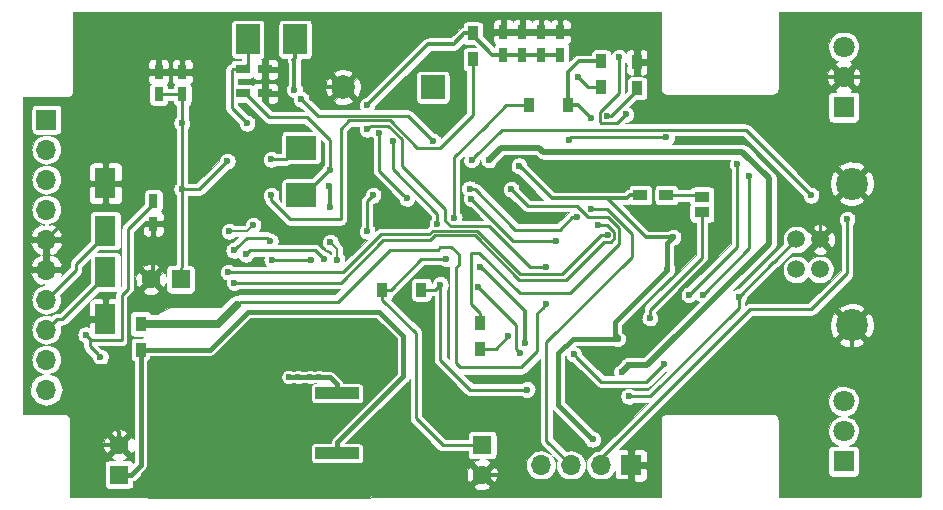
<source format=gbr>
%TF.GenerationSoftware,KiCad,Pcbnew,4.0.7-e2-6376~58~ubuntu16.04.1*%
%TF.CreationDate,2018-02-15T13:13:58+02:00*%
%TF.ProjectId,rover_commander,726F7665725F636F6D6D616E6465722E,rev?*%
%TF.FileFunction,Copper,L1,Top,Mixed*%
%FSLAX46Y46*%
G04 Gerber Fmt 4.6, Leading zero omitted, Abs format (unit mm)*
G04 Created by KiCad (PCBNEW 4.0.7-e2-6376~58~ubuntu16.04.1) date Thu Feb 15 13:13:58 2018*
%MOMM*%
%LPD*%
G01*
G04 APERTURE LIST*
%ADD10C,0.100000*%
%ADD11R,2.000000X2.000000*%
%ADD12C,2.000000*%
%ADD13R,0.750000X1.200000*%
%ADD14R,1.200000X0.750000*%
%ADD15R,2.000000X2.500000*%
%ADD16R,2.500000X2.000000*%
%ADD17R,1.800000X1.800000*%
%ADD18C,1.800000*%
%ADD19R,0.900000X1.200000*%
%ADD20C,1.520000*%
%ADD21C,2.700000*%
%ADD22R,1.700000X1.700000*%
%ADD23O,1.700000X1.700000*%
%ADD24R,1.600000X1.600000*%
%ADD25C,1.600000*%
%ADD26R,3.750000X1.050000*%
%ADD27R,8.300000X10.500000*%
%ADD28R,1.800000X2.500000*%
%ADD29R,1.270000X0.970000*%
%ADD30R,1.200000X0.900000*%
%ADD31C,0.600000*%
%ADD32C,0.300000*%
%ADD33C,0.250000*%
%ADD34C,0.500000*%
%ADD35C,0.400000*%
%ADD36C,0.700000*%
%ADD37C,0.200000*%
%ADD38C,0.025400*%
G04 APERTURE END LIST*
D10*
D11*
X142220000Y-86868000D03*
D12*
X134620000Y-86868000D03*
D13*
X121000000Y-87450000D03*
X121000000Y-85550000D03*
D14*
X126116000Y-85344000D03*
X128016000Y-85344000D03*
D13*
X153000000Y-84100000D03*
X153000000Y-82200000D03*
X151400000Y-84100000D03*
X151400000Y-82200000D03*
X149800000Y-84100000D03*
X149800000Y-82200000D03*
X148200000Y-84100000D03*
X148200000Y-82200000D03*
X119000000Y-87450000D03*
X119000000Y-85550000D03*
D14*
X126116000Y-87376000D03*
X128016000Y-87376000D03*
D13*
X118550000Y-96500000D03*
X118550000Y-98400000D03*
D15*
X126556000Y-82804000D03*
X130556000Y-82804000D03*
D16*
X131064000Y-91980000D03*
X131064000Y-95980000D03*
D17*
X177000000Y-118540000D03*
D18*
X177000000Y-116000000D03*
X177000000Y-113460000D03*
D17*
X177000000Y-88540000D03*
D18*
X177000000Y-86000000D03*
X177000000Y-83460000D03*
D19*
X145600000Y-84500000D03*
X145600000Y-82300000D03*
X117500000Y-109100000D03*
X117500000Y-106900000D03*
X146200000Y-106800000D03*
X146200000Y-109000000D03*
D20*
X173000000Y-102290000D03*
X173000000Y-99750000D03*
X175000000Y-99750000D03*
X175000000Y-102290000D03*
D21*
X177700000Y-107020000D03*
X177700000Y-95020000D03*
D22*
X159004000Y-118872000D03*
D23*
X156464000Y-118872000D03*
X153924000Y-118872000D03*
X151384000Y-118872000D03*
D22*
X109500000Y-89600000D03*
D23*
X109500000Y-92140000D03*
X109500000Y-94680000D03*
X109500000Y-97220000D03*
X109500000Y-99760000D03*
X109500000Y-102300000D03*
X109500000Y-104840000D03*
X109500000Y-107380000D03*
X109500000Y-109920000D03*
X109500000Y-112460000D03*
D24*
X115648000Y-119652000D03*
D25*
X115648000Y-117152000D03*
D24*
X146400000Y-117152000D03*
D25*
X146400000Y-119652000D03*
D19*
X156464000Y-84668000D03*
X156464000Y-86868000D03*
X159512000Y-84752000D03*
X159512000Y-86952000D03*
D24*
X120864000Y-103124000D03*
D25*
X118364000Y-103124000D03*
D26*
X134112000Y-117856000D03*
X134112000Y-112776000D03*
D27*
X123612000Y-115316000D03*
D28*
X114500000Y-95000000D03*
X114500000Y-99000000D03*
X114500000Y-106500000D03*
X114500000Y-102500000D03*
D19*
X141250000Y-104000000D03*
X137950000Y-104000000D03*
X153650000Y-88400000D03*
X150350000Y-88400000D03*
D29*
X165000000Y-97440000D03*
X165000000Y-96160000D03*
D30*
X159800000Y-96000000D03*
X162000000Y-96000000D03*
D31*
X160316912Y-93377616D03*
X158529434Y-107468292D03*
X139921174Y-81357720D03*
X144511396Y-86760370D03*
X142000000Y-89500000D03*
X123500000Y-87000000D03*
X150876000Y-92964000D03*
X132105400Y-87812880D03*
X162052000Y-88900000D03*
X129540000Y-87884000D03*
X160528000Y-83312000D03*
X121512897Y-82638449D03*
X167132000Y-110744000D03*
X133604000Y-81788000D03*
X117348000Y-81788000D03*
X124815413Y-93116587D03*
X128524000Y-92964000D03*
X120971000Y-89916000D03*
X120971000Y-95504000D03*
X130800000Y-111400000D03*
X131800000Y-111400000D03*
X132600000Y-111400000D03*
X130000000Y-111400000D03*
X126492000Y-89916000D03*
X133524933Y-93835941D03*
X114076011Y-109701116D03*
X112832511Y-107809478D03*
X137671753Y-90729185D03*
X140017033Y-96272089D03*
X145500464Y-93000242D03*
X174244000Y-96012000D03*
X128524000Y-96012000D03*
X154166594Y-109467140D03*
X146039243Y-103766994D03*
X161799383Y-110261355D03*
X149577456Y-109353896D03*
X136652000Y-99061000D03*
X137160000Y-96011000D03*
X167992983Y-93400841D03*
X163909057Y-104440043D03*
X169004737Y-94412596D03*
X165065370Y-104431148D03*
X125638669Y-105320703D03*
X151834934Y-105228390D03*
X148844000Y-95504000D03*
X148614106Y-107963081D03*
X151800000Y-102092561D03*
X136652000Y-90424000D03*
X142614230Y-98435839D03*
X138842484Y-91447232D03*
X154456193Y-97866106D03*
X145327083Y-95464917D03*
X152619162Y-99878483D03*
X145481523Y-96326477D03*
X126400000Y-101000000D03*
X133000000Y-101426738D03*
X125373856Y-100678830D03*
X128458824Y-99897012D03*
X128591189Y-101452574D03*
X131887417Y-101452574D03*
X124968000Y-99060000D03*
X127000000Y-98552000D03*
X142240000Y-91439991D03*
X131064000Y-87884000D03*
X155599148Y-97201325D03*
X153729041Y-91307442D03*
X162003391Y-91102631D03*
X177292000Y-98044000D03*
X156200000Y-98516800D03*
X125400000Y-103400000D03*
X157013632Y-99355510D03*
X124897797Y-102536376D03*
X154510761Y-86002297D03*
X156949448Y-89284053D03*
X158540007Y-89157480D03*
X157988000Y-84328000D03*
X146949908Y-93025726D03*
X158194180Y-111002030D03*
X158809172Y-110398020D03*
X155591086Y-89493233D03*
X158800648Y-113039443D03*
X168148000Y-104581000D03*
X146212023Y-102050915D03*
X149512880Y-93518476D03*
X155741535Y-116671448D03*
X157863554Y-108145867D03*
X150000000Y-108500000D03*
X162560000Y-99568000D03*
X162052000Y-102310814D03*
X143350398Y-101392188D03*
X144020199Y-97943484D03*
X142839277Y-103563252D03*
X150200000Y-112452396D03*
X136652000Y-88392000D03*
X134112000Y-101452574D03*
X130500000Y-87085000D03*
X133439199Y-95231100D03*
X133500000Y-97000000D03*
X133534515Y-99982864D03*
X160600000Y-106400000D03*
D32*
X160528000Y-83312000D02*
X160528000Y-84644061D01*
X160528000Y-84644061D02*
X160420061Y-84752000D01*
X160420061Y-84752000D02*
X159512000Y-84752000D01*
X158529434Y-107468292D02*
X158829433Y-107768291D01*
X165172916Y-93377616D02*
X160741176Y-93377616D01*
X158829433Y-107768291D02*
X161831709Y-107768291D01*
X161831709Y-107768291D02*
X163109056Y-106490944D01*
X163109056Y-106490944D02*
X163109056Y-104056042D01*
X163109056Y-104056042D02*
X167063441Y-100101657D01*
X167063441Y-95268141D02*
X165172916Y-93377616D01*
X167063441Y-100101657D02*
X167063441Y-95268141D01*
X160741176Y-93377616D02*
X160316912Y-93377616D01*
X151289616Y-93377616D02*
X159892648Y-93377616D01*
X150876000Y-92964000D02*
X151289616Y-93377616D01*
X159892648Y-93377616D02*
X160316912Y-93377616D01*
X160528000Y-83312000D02*
X159416000Y-82200000D01*
X159416000Y-82200000D02*
X153000000Y-82200000D01*
X115648000Y-117152000D02*
X115648000Y-116020630D01*
X115648000Y-116020630D02*
X112810804Y-113183434D01*
X112810804Y-113183434D02*
X112810804Y-110501126D01*
X123612000Y-115316000D02*
X123612000Y-116416000D01*
X112600000Y-119800000D02*
X112600000Y-117800000D01*
X123612000Y-116416000D02*
X118828000Y-121200000D01*
X118828000Y-121200000D02*
X114000000Y-121200000D01*
X114000000Y-121200000D02*
X112600000Y-119800000D01*
X112600000Y-117800000D02*
X113248000Y-117152000D01*
X113248000Y-117152000D02*
X115648000Y-117152000D01*
X146400000Y-119652000D02*
X149902000Y-119652000D01*
X149902000Y-119652000D02*
X150033999Y-119520001D01*
X151400000Y-82200000D02*
X153000000Y-82200000D01*
X149800000Y-82200000D02*
X151400000Y-82200000D01*
X148200000Y-82200000D02*
X149800000Y-82200000D01*
X146400000Y-81000000D02*
X140278894Y-81000000D01*
X148200000Y-82200000D02*
X147525000Y-82200000D01*
X147525000Y-82200000D02*
X146400000Y-81075000D01*
X146400000Y-81075000D02*
X146400000Y-81000000D01*
X140278894Y-81000000D02*
X140221173Y-81057721D01*
X140221173Y-81057721D02*
X139921174Y-81357720D01*
X139621175Y-81657719D02*
X139921174Y-81357720D01*
X139490894Y-81788000D02*
X139621175Y-81657719D01*
X133604000Y-81788000D02*
X139490894Y-81788000D01*
X144511396Y-87412868D02*
X144511396Y-87184634D01*
X142424264Y-89500000D02*
X144511396Y-87412868D01*
X142000000Y-89500000D02*
X142424264Y-89500000D01*
X144511396Y-87184634D02*
X144511396Y-86760370D01*
X159004000Y-118872000D02*
X159004000Y-120022000D01*
X159004000Y-120022000D02*
X158803999Y-120222001D01*
X158803999Y-120222001D02*
X150735999Y-120222001D01*
X150735999Y-120222001D02*
X150033999Y-119520001D01*
X165256000Y-110744000D02*
X159004000Y-116996000D01*
X159004000Y-116996000D02*
X159004000Y-118872000D01*
X167132000Y-110744000D02*
X165256000Y-110744000D01*
X170500000Y-111500000D02*
X167888000Y-111500000D01*
X167888000Y-111500000D02*
X167132000Y-110744000D01*
X173000000Y-114000000D02*
X170500000Y-111500000D01*
X173000000Y-118500000D02*
X173000000Y-114000000D01*
X175000000Y-120500000D02*
X173000000Y-118500000D01*
X179500000Y-120500000D02*
X175000000Y-120500000D01*
X180500000Y-119500000D02*
X179500000Y-120500000D01*
X180500000Y-112000000D02*
X180500000Y-119500000D01*
X177700000Y-109200000D02*
X180500000Y-112000000D01*
X177700000Y-107020000D02*
X177700000Y-109200000D01*
X177700000Y-95020000D02*
X182000000Y-99320000D01*
X182000000Y-99320000D02*
X182000000Y-102720000D01*
X182000000Y-102720000D02*
X179049999Y-105670001D01*
X179049999Y-105670001D02*
X177700000Y-107020000D01*
X179500000Y-86000000D02*
X179500000Y-93220000D01*
X179500000Y-93220000D02*
X177700000Y-95020000D01*
X177000000Y-86000000D02*
X179500000Y-86000000D01*
X175500000Y-86000000D02*
X177000000Y-86000000D01*
X174500000Y-87000000D02*
X175500000Y-86000000D01*
X173000000Y-87000000D02*
X174500000Y-87000000D01*
X171100000Y-88900000D02*
X173000000Y-87000000D01*
X162052000Y-88900000D02*
X171100000Y-88900000D01*
X160500000Y-83764264D02*
X160500000Y-87348000D01*
X160500000Y-87348000D02*
X162052000Y-88900000D01*
X160528000Y-83312000D02*
X160528000Y-83736264D01*
X160528000Y-83736264D02*
X160500000Y-83764264D01*
X133604000Y-81788000D02*
X132869999Y-81053999D01*
X132869999Y-81053999D02*
X127956001Y-81053999D01*
X121512897Y-82638449D02*
X123097347Y-81053999D01*
X128016000Y-84669000D02*
X128016000Y-85344000D01*
X123097347Y-81053999D02*
X127956001Y-81053999D01*
X128056001Y-81153999D02*
X128056001Y-84628999D01*
X127956001Y-81053999D02*
X128056001Y-81153999D01*
X128056001Y-84628999D02*
X128016000Y-84669000D01*
X117348000Y-81788000D02*
X120662448Y-81788000D01*
X120662448Y-81788000D02*
X121512897Y-82638449D01*
X114500000Y-95000000D02*
X114500000Y-84636000D01*
X114500000Y-84636000D02*
X117348000Y-81788000D01*
X121000000Y-85550000D02*
X121000000Y-83151346D01*
X121000000Y-83151346D02*
X121512897Y-82638449D01*
X119000000Y-85550000D02*
X121000000Y-85550000D01*
X123500000Y-87000000D02*
X123494104Y-86994104D01*
X123494104Y-86994104D02*
X123494104Y-84619656D01*
X123494104Y-84619656D02*
X121512897Y-82638449D01*
X114500000Y-106500000D02*
X112366955Y-106500000D01*
X112366955Y-106500000D02*
X111635092Y-107231863D01*
X111635092Y-107231863D02*
X111635092Y-109325414D01*
X111635092Y-109325414D02*
X112810804Y-110501126D01*
X117564001Y-103923999D02*
X118364000Y-103124000D01*
X112810804Y-110501126D02*
X116501549Y-110501126D01*
X116501549Y-110501126D02*
X116501549Y-104678449D01*
X116501549Y-104678449D02*
X117255999Y-103923999D01*
X117255999Y-103923999D02*
X117564001Y-103923999D01*
X111700000Y-95000000D02*
X111700000Y-97560000D01*
X111700000Y-97560000D02*
X109500000Y-99760000D01*
X114500000Y-95000000D02*
X111700000Y-95000000D01*
X118550000Y-98400000D02*
X118550000Y-102938000D01*
X118550000Y-102938000D02*
X118364000Y-103124000D01*
X134620000Y-86868000D02*
X133050280Y-86868000D01*
X133050280Y-86868000D02*
X132105400Y-87812880D01*
X128016000Y-87376000D02*
X129032000Y-87376000D01*
X129032000Y-87376000D02*
X129540000Y-87884000D01*
D33*
X175000000Y-99750000D02*
X175000000Y-97720000D01*
X175000000Y-97720000D02*
X177700000Y-95020000D01*
D32*
X128016000Y-87376000D02*
X128016000Y-85344000D01*
D34*
X109500000Y-102300000D02*
X109500000Y-99760000D01*
D33*
X121000000Y-87450000D02*
X121000000Y-89887000D01*
X121000000Y-89887000D02*
X120971000Y-89916000D01*
X119000000Y-87450000D02*
X121000000Y-87450000D01*
X120864000Y-102148000D02*
X120971000Y-102041000D01*
X120971000Y-102041000D02*
X120971000Y-95504000D01*
X120864000Y-103124000D02*
X120864000Y-102148000D01*
X124815413Y-93116587D02*
X122428000Y-95504000D01*
X122428000Y-95504000D02*
X120971000Y-95504000D01*
X131064000Y-91980000D02*
X130814000Y-91980000D01*
X130814000Y-91980000D02*
X129830000Y-92964000D01*
X129830000Y-92964000D02*
X128524000Y-92964000D01*
X120971000Y-89916000D02*
X120971000Y-95504000D01*
D35*
X134112000Y-112001000D02*
X133511000Y-111400000D01*
X134112000Y-112776000D02*
X134112000Y-112001000D01*
X133511000Y-111400000D02*
X130000000Y-111400000D01*
D33*
X126492000Y-89916000D02*
X125190999Y-88614999D01*
X125190999Y-85419001D02*
X125190999Y-88614999D01*
X125266000Y-85344000D02*
X125190999Y-85419001D01*
X126116000Y-85344000D02*
X125266000Y-85344000D01*
X126556000Y-82804000D02*
X126556000Y-84904000D01*
X126556000Y-84904000D02*
X126116000Y-85344000D01*
X133458059Y-93835941D02*
X133524933Y-93835941D01*
X131314000Y-95980000D02*
X133458059Y-93835941D01*
X126116000Y-87376000D02*
X126341000Y-87376000D01*
X133524933Y-93411677D02*
X133524933Y-93835941D01*
X133524933Y-91360933D02*
X133524933Y-93411677D01*
X126341000Y-87376000D02*
X128373000Y-89408000D01*
X128373000Y-89408000D02*
X131572000Y-89408000D01*
X131572000Y-89408000D02*
X133524933Y-91360933D01*
X131064000Y-95980000D02*
X131314000Y-95980000D01*
X116386585Y-98888415D02*
X116386584Y-103909515D01*
X116386584Y-103909515D02*
X115876539Y-104419560D01*
X118550000Y-96500000D02*
X118550000Y-96725000D01*
X118550000Y-96725000D02*
X116386585Y-98888415D01*
X113272604Y-108235089D02*
X113167785Y-108130270D01*
X115876539Y-104419560D02*
X115876539Y-108235089D01*
X115876539Y-108235089D02*
X113272604Y-108235089D01*
X113776012Y-109401117D02*
X114076011Y-109701116D01*
X113167785Y-108792890D02*
X113776012Y-109401117D01*
X113167785Y-108130270D02*
X113167785Y-108792890D01*
X113132510Y-108109477D02*
X112832511Y-107809478D01*
X113153303Y-108130270D02*
X113132510Y-108109477D01*
X113167785Y-108130270D02*
X113153303Y-108130270D01*
X174244000Y-96012000D02*
X168695716Y-90463716D01*
X145800463Y-92700243D02*
X145500464Y-93000242D01*
X168695716Y-90463716D02*
X148036990Y-90463716D01*
X148036990Y-90463716D02*
X145800463Y-92700243D01*
X137671753Y-90729185D02*
X137671753Y-93926809D01*
X139717034Y-95972090D02*
X140017033Y-96272089D01*
X137671753Y-93926809D02*
X139717034Y-95972090D01*
X134405186Y-98044000D02*
X130131736Y-98044000D01*
X140905003Y-92015001D02*
X138566126Y-89676124D01*
X142830999Y-92015001D02*
X140905003Y-92015001D01*
X145600000Y-84500000D02*
X145600000Y-89246000D01*
X130131736Y-98044000D02*
X128524000Y-96436264D01*
X135085537Y-89676124D02*
X134405186Y-90356475D01*
X145600000Y-89246000D02*
X142830999Y-92015001D01*
X138566126Y-89676124D02*
X135085537Y-89676124D01*
X134405186Y-90356475D02*
X134405186Y-98044000D01*
X128524000Y-96436264D02*
X128524000Y-96012000D01*
X161799383Y-110261355D02*
X160283706Y-111777032D01*
X156476486Y-111777032D02*
X154466593Y-109767139D01*
X154466593Y-109767139D02*
X154166594Y-109467140D01*
X160283706Y-111777032D02*
X156476486Y-111777032D01*
X146339242Y-104066993D02*
X146039243Y-103766994D01*
X149577456Y-109353896D02*
X149222819Y-108999259D01*
X149222819Y-106950570D02*
X146339242Y-104066993D01*
X149222819Y-108999259D02*
X149222819Y-106950570D01*
X136652000Y-96519000D02*
X137160000Y-96011000D01*
X136652000Y-99061000D02*
X136652000Y-96519000D01*
X167992983Y-100356117D02*
X167992983Y-93825105D01*
X163909057Y-104440043D02*
X167992983Y-100356117D01*
X167992983Y-93825105D02*
X167992983Y-93400841D01*
X169004737Y-100491781D02*
X169004737Y-94836860D01*
X165065370Y-104431148D02*
X169004737Y-100491781D01*
X169004737Y-94836860D02*
X169004737Y-94412596D01*
X151534935Y-105528389D02*
X151834934Y-105228390D01*
X143794400Y-100390607D02*
X144409413Y-101005620D01*
X151074988Y-105988336D02*
X151534935Y-105528389D01*
X134179296Y-105020704D02*
X138594567Y-100605433D01*
X125938668Y-105020704D02*
X134179296Y-105020704D01*
X144409413Y-101893624D02*
X144211909Y-102091128D01*
X138594567Y-100605433D02*
X142643708Y-100605433D01*
X142858534Y-100390607D02*
X143794400Y-100390607D01*
X144211909Y-102091128D02*
X144211909Y-110246058D01*
X144522148Y-110556297D02*
X149714838Y-110556297D01*
X142643708Y-100605433D02*
X142858534Y-100390607D01*
X144211909Y-110246058D02*
X144522148Y-110556297D01*
X144409413Y-101005620D02*
X144409413Y-101893624D01*
X151074988Y-109196147D02*
X151074988Y-105988336D01*
X149714838Y-110556297D02*
X151074988Y-109196147D01*
X125638669Y-105320703D02*
X125938668Y-105020704D01*
D36*
X125338670Y-105620702D02*
X125638669Y-105320703D01*
X124059372Y-106900000D02*
X125338670Y-105620702D01*
X117501559Y-106900000D02*
X124059372Y-106900000D01*
D33*
X146200000Y-106800000D02*
X146200000Y-105950000D01*
X149143999Y-95803999D02*
X148844000Y-95504000D01*
X146200000Y-105950000D02*
X145437022Y-105187022D01*
X145437022Y-100915974D02*
X145447423Y-100905573D01*
X145437022Y-105187022D02*
X145437022Y-100915974D01*
X145447423Y-100905573D02*
X146162711Y-100905573D01*
X146162711Y-100905573D02*
X149560518Y-104303380D01*
X150243542Y-96903542D02*
X149143999Y-95803999D01*
X149560518Y-104303380D02*
X153825298Y-104303380D01*
X153825298Y-104303380D02*
X157988645Y-100140033D01*
X157988645Y-100140033D02*
X157988645Y-98775343D01*
X157988645Y-98775343D02*
X157053895Y-97840593D01*
X157053895Y-97840593D02*
X155381129Y-97840593D01*
X155381129Y-97840593D02*
X154444078Y-96903542D01*
X154444078Y-96903542D02*
X150243542Y-96903542D01*
X146200000Y-109000000D02*
X147577187Y-109000000D01*
X147577187Y-109000000D02*
X148614106Y-107963081D01*
X112000000Y-102340000D02*
X109500000Y-104840000D01*
X112000000Y-101850000D02*
X112000000Y-102340000D01*
X114500000Y-99000000D02*
X114500000Y-99350000D01*
X114500000Y-99350000D02*
X112000000Y-101850000D01*
X114500000Y-102500000D02*
X114500000Y-102850000D01*
X114500000Y-102850000D02*
X110850000Y-106500000D01*
X110850000Y-106500000D02*
X110380000Y-106500000D01*
X110380000Y-106500000D02*
X109500000Y-107380000D01*
X146935140Y-98610838D02*
X150416863Y-102092561D01*
X143734649Y-98610838D02*
X146935140Y-98610838D01*
X139600000Y-93508595D02*
X143290712Y-97199307D01*
X136652000Y-90424000D02*
X136951999Y-90124001D01*
X150416863Y-102092561D02*
X151375736Y-102092561D01*
X136951999Y-90124001D02*
X138448303Y-90124001D01*
X143290712Y-97199307D02*
X143290712Y-98166901D01*
X151375736Y-102092561D02*
X151800000Y-102092561D01*
X138448303Y-90124001D02*
X139600000Y-91275698D01*
X143290712Y-98166901D02*
X143734649Y-98610838D01*
X139600000Y-91275698D02*
X139600000Y-93508595D01*
X142614230Y-98011575D02*
X142614230Y-98435839D01*
X138842484Y-91447232D02*
X138842484Y-93800925D01*
X138842484Y-93800925D02*
X142614230Y-97572671D01*
X142614230Y-97572671D02*
X142614230Y-98011575D01*
X145327083Y-95464917D02*
X145751347Y-95464917D01*
X145751347Y-95464917D02*
X149204449Y-98918019D01*
X152980016Y-98918019D02*
X154031929Y-97866106D01*
X149204449Y-98918019D02*
X152980016Y-98918019D01*
X154031929Y-97866106D02*
X154456193Y-97866106D01*
X145481523Y-96326477D02*
X149033529Y-99878483D01*
X149033529Y-99878483D02*
X152194898Y-99878483D01*
X152194898Y-99878483D02*
X152619162Y-99878483D01*
X133000000Y-101426738D02*
X132242789Y-100669527D01*
X132242789Y-100669527D02*
X126730473Y-100669527D01*
X126730473Y-100669527D02*
X126400000Y-101000000D01*
X125673855Y-100378831D02*
X125373856Y-100678830D01*
X126455673Y-99597013D02*
X125673855Y-100378831D01*
X128158825Y-99597013D02*
X126455673Y-99597013D01*
X128458824Y-99897012D02*
X128158825Y-99597013D01*
X131887417Y-101452574D02*
X131463153Y-101452574D01*
X131463153Y-101452574D02*
X128591189Y-101452574D01*
D37*
X124968000Y-99060000D02*
X126492000Y-99060000D01*
X126492000Y-99060000D02*
X127000000Y-98552000D01*
D33*
X141940001Y-91139992D02*
X142240000Y-91439991D01*
X131064000Y-87884000D02*
X132456113Y-89276113D01*
X132456113Y-89276113D02*
X140076122Y-89276113D01*
X140076122Y-89276113D02*
X141940001Y-91139992D01*
X153924000Y-118872000D02*
X151824999Y-116772999D01*
X151824999Y-116772999D02*
X151824999Y-108471765D01*
X151824999Y-108471765D02*
X159071001Y-101225763D01*
X159071001Y-101225763D02*
X159071001Y-99291999D01*
X159071001Y-99291999D02*
X156980327Y-97201325D01*
X156980327Y-97201325D02*
X156023412Y-97201325D01*
X156023412Y-97201325D02*
X155599148Y-97201325D01*
X153933852Y-91102631D02*
X153729041Y-91307442D01*
X162003391Y-91102631D02*
X153933852Y-91102631D01*
X156464000Y-118872000D02*
X156464000Y-118292705D01*
X156464000Y-118292705D02*
X169092705Y-105664000D01*
X169092705Y-105664000D02*
X174244000Y-105664000D01*
X174244000Y-105664000D02*
X177292000Y-102616000D01*
X177292000Y-102616000D02*
X177292000Y-98044000D01*
X157001880Y-98516800D02*
X156624264Y-98516800D01*
X156690514Y-99954558D02*
X157289634Y-99954558D01*
X149535391Y-103159610D02*
X153485462Y-103159610D01*
X157289634Y-99954558D02*
X157588634Y-99655558D01*
X134410630Y-103400000D02*
X138014442Y-99796188D01*
X145786641Y-99410860D02*
X149535391Y-103159610D01*
X125400000Y-103400000D02*
X134410630Y-103400000D01*
X138014442Y-99796188D02*
X142009385Y-99796188D01*
X153485462Y-103159610D02*
X156690514Y-99954558D01*
X142394713Y-99410860D02*
X145786641Y-99410860D01*
X157588634Y-99103554D02*
X157001880Y-98516800D01*
X157588634Y-99655558D02*
X157588634Y-99103554D01*
X156624264Y-98516800D02*
X156200000Y-98516800D01*
X142009385Y-99796188D02*
X142394713Y-99410860D01*
X156589368Y-99355510D02*
X157013632Y-99355510D01*
X145952330Y-99010849D02*
X149609052Y-102667571D01*
X149609052Y-102667571D02*
X153126498Y-102667571D01*
X156438559Y-99355510D02*
X156589368Y-99355510D01*
X142229024Y-99010849D02*
X145952330Y-99010849D01*
X137829859Y-99317246D02*
X141922627Y-99317246D01*
X141922627Y-99317246D02*
X142229024Y-99010849D01*
X153126498Y-102667571D02*
X156438559Y-99355510D01*
X124897797Y-102536376D02*
X134610729Y-102536376D01*
X134610729Y-102536376D02*
X137829859Y-99317246D01*
X154810760Y-86302296D02*
X154510761Y-86002297D01*
X155376464Y-86868000D02*
X154810760Y-86302296D01*
X156464000Y-86868000D02*
X155376464Y-86868000D01*
X159512000Y-86952000D02*
X159512000Y-87102000D01*
X157329947Y-89284053D02*
X156949448Y-89284053D01*
X159512000Y-87102000D02*
X157329947Y-89284053D01*
X159512000Y-86952000D02*
X159495000Y-86952000D01*
X158240008Y-89457479D02*
X158540007Y-89157480D01*
X156366087Y-89790071D02*
X156444248Y-89868232D01*
X156366087Y-88974279D02*
X156366087Y-89790071D01*
X157988000Y-87352366D02*
X156366087Y-88974279D01*
X156444248Y-89868232D02*
X157829255Y-89868232D01*
X157988000Y-84328000D02*
X157988000Y-87352366D01*
X157829255Y-89868232D02*
X158240008Y-89457479D01*
D35*
X137659873Y-105879977D02*
X139693000Y-107913104D01*
X134112000Y-116931000D02*
X134112000Y-117856000D01*
X126564334Y-105879977D02*
X137659873Y-105879977D01*
X123369309Y-109075002D02*
X126564334Y-105879977D01*
X117500000Y-109075002D02*
X123369309Y-109075002D01*
X139693000Y-107913104D02*
X139693000Y-111350000D01*
X139693000Y-111350000D02*
X134112000Y-116931000D01*
D33*
X117500000Y-109100000D02*
X117500000Y-109075002D01*
D35*
X117494943Y-110500000D02*
X117494943Y-118855057D01*
X116698000Y-119652000D02*
X115648000Y-119652000D01*
X117494943Y-118855057D02*
X116698000Y-119652000D01*
X117500000Y-110494943D02*
X117494943Y-110500000D01*
X117500000Y-109100000D02*
X117500000Y-110494943D01*
D34*
X151201723Y-91969374D02*
X148006260Y-91969374D01*
X158809172Y-110398020D02*
X160386249Y-110398020D01*
X168425524Y-92320165D02*
X151552514Y-92320165D01*
X160386249Y-110398020D02*
X170675421Y-100108848D01*
X170675421Y-100108848D02*
X170675421Y-94570062D01*
X147249907Y-92725727D02*
X146949908Y-93025726D01*
X170675421Y-94570062D02*
X168425524Y-92320165D01*
X151552514Y-92320165D02*
X151201723Y-91969374D01*
X148006260Y-91969374D02*
X147249907Y-92725727D01*
X158205162Y-111002030D02*
X158194180Y-111002030D01*
X158809172Y-110398020D02*
X158205162Y-111002030D01*
D32*
X153650000Y-88400000D02*
X154497853Y-88400000D01*
X154497853Y-88400000D02*
X155591086Y-89493233D01*
X153838881Y-85400000D02*
X154570881Y-84668000D01*
X153650000Y-88400000D02*
X153650000Y-85588881D01*
X153650000Y-85588881D02*
X153838881Y-85400000D01*
X154570881Y-84668000D02*
X155714000Y-84668000D01*
X155714000Y-84668000D02*
X156464000Y-84668000D01*
D33*
X160637938Y-113039443D02*
X159224912Y-113039443D01*
X168148000Y-105529381D02*
X160637938Y-113039443D01*
X168148000Y-104581000D02*
X168148000Y-105529381D01*
X159224912Y-113039443D02*
X158800648Y-113039443D01*
X171083000Y-101667000D02*
X171062000Y-101667000D01*
X171062000Y-101667000D02*
X168148000Y-104581000D01*
X171083000Y-101667000D02*
X173000000Y-99750000D01*
D32*
X150000000Y-105838892D02*
X146512022Y-102350914D01*
X146512022Y-102350914D02*
X146212023Y-102050915D01*
X150000000Y-108500000D02*
X150000000Y-105838892D01*
X159800000Y-96000000D02*
X158900000Y-96000000D01*
X158900000Y-96000000D02*
X158621468Y-96278532D01*
X158621468Y-96278532D02*
X156941431Y-96278532D01*
X160230899Y-99568000D02*
X156941431Y-96278532D01*
X149812879Y-93818475D02*
X149512880Y-93518476D01*
X152272936Y-96278532D02*
X149812879Y-93818475D01*
X162560000Y-99568000D02*
X160230899Y-99568000D01*
X156941431Y-96278532D02*
X152272936Y-96278532D01*
D35*
X155441536Y-116371449D02*
X155741535Y-116671448D01*
X152811754Y-109388246D02*
X152811754Y-113741667D01*
X152811754Y-113741667D02*
X155441536Y-116371449D01*
X157863554Y-108145867D02*
X154054133Y-108145867D01*
X154054133Y-108145867D02*
X152811754Y-109388246D01*
X157863554Y-108000175D02*
X157863554Y-108145867D01*
X162052000Y-102310814D02*
X157663379Y-106699435D01*
X157663379Y-106699435D02*
X157663379Y-107800000D01*
X157663379Y-107800000D02*
X157863554Y-108000175D01*
X162052000Y-101867000D02*
X162052000Y-100076000D01*
X162052000Y-102310814D02*
X162052000Y-101867000D01*
X162052000Y-100076000D02*
X162560000Y-99568000D01*
D33*
X142926134Y-101392188D02*
X143350398Y-101392188D01*
X137950000Y-104000000D02*
X138650000Y-104000000D01*
X138650000Y-104000000D02*
X141257812Y-101392188D01*
X141257812Y-101392188D02*
X142926134Y-101392188D01*
X146600000Y-90212703D02*
X144020199Y-92792504D01*
X150350000Y-88400000D02*
X148412703Y-88400000D01*
X148412703Y-88400000D02*
X146600000Y-90212703D01*
X144020199Y-92792504D02*
X144020199Y-94979801D01*
X144020199Y-94979801D02*
X144020199Y-97943484D01*
X141910000Y-116000000D02*
X140800000Y-114890000D01*
X141910000Y-116000000D02*
X143062000Y-117152000D01*
X143062000Y-117152000D02*
X146400000Y-117152000D01*
X144112000Y-117152000D02*
X143062000Y-117152000D01*
X137950000Y-104850000D02*
X137950000Y-104000000D01*
X140800000Y-107700000D02*
X137950000Y-104850000D01*
X140800000Y-114890000D02*
X140800000Y-107700000D01*
X142539278Y-103863251D02*
X142839277Y-103563252D01*
X141250000Y-104000000D02*
X142402529Y-104000000D01*
X142839277Y-103987516D02*
X142839277Y-103563252D01*
X150200000Y-112452396D02*
X145357573Y-112452396D01*
X145357573Y-112452396D02*
X142839277Y-109934100D01*
X142402529Y-104000000D02*
X142539278Y-103863251D01*
X142839277Y-109934100D02*
X142839277Y-103987516D01*
D32*
X148200000Y-84100000D02*
X147250000Y-84100000D01*
X147250000Y-84100000D02*
X145600000Y-82450000D01*
D33*
X145600000Y-82450000D02*
X145600000Y-82300000D01*
D32*
X151400000Y-84100000D02*
X153000000Y-84100000D01*
X149800000Y-84100000D02*
X151400000Y-84100000D01*
X148200000Y-84100000D02*
X149800000Y-84100000D01*
X143600000Y-83207277D02*
X141836723Y-83207277D01*
X141836723Y-83207277D02*
X136652000Y-88392000D01*
X143992723Y-83207277D02*
X143600000Y-83207277D01*
X144900000Y-82300000D02*
X143992723Y-83207277D01*
X145600000Y-82300000D02*
X144900000Y-82300000D01*
D37*
X134112000Y-100560349D02*
X134112000Y-101028310D01*
X134112000Y-101028310D02*
X134112000Y-101452574D01*
X133534515Y-99982864D02*
X134112000Y-100560349D01*
D32*
X130500000Y-87085000D02*
X130500000Y-84625506D01*
X130500000Y-84625506D02*
X130392247Y-84517753D01*
X133500000Y-95291901D02*
X133439199Y-95231100D01*
X133500000Y-97000000D02*
X133500000Y-95291901D01*
X130556000Y-82804000D02*
X130556000Y-84354000D01*
X130556000Y-84354000D02*
X130392247Y-84517753D01*
D33*
X165000000Y-97440000D02*
X165000000Y-101281202D01*
X160600000Y-105975736D02*
X160600000Y-106400000D01*
X165000000Y-101281202D02*
X160600000Y-105681202D01*
X160600000Y-105681202D02*
X160600000Y-105975736D01*
X162000000Y-96000000D02*
X164840000Y-96000000D01*
X164840000Y-96000000D02*
X165000000Y-96160000D01*
D38*
G36*
X161512300Y-87000000D02*
X161516784Y-87045734D01*
X161520939Y-87091386D01*
X161521421Y-87093023D01*
X161521588Y-87094728D01*
X161534852Y-87138661D01*
X161547812Y-87182696D01*
X161548606Y-87184214D01*
X161549099Y-87185848D01*
X161570625Y-87226332D01*
X161591910Y-87267047D01*
X161592981Y-87268380D01*
X161593784Y-87269889D01*
X161622804Y-87305472D01*
X161651552Y-87341226D01*
X161652861Y-87342324D01*
X161653942Y-87343650D01*
X161689329Y-87372925D01*
X161724466Y-87402408D01*
X161725964Y-87403231D01*
X161727282Y-87404322D01*
X161767709Y-87426181D01*
X161807875Y-87448262D01*
X161809502Y-87448778D01*
X161811009Y-87449593D01*
X161854874Y-87463172D01*
X161898601Y-87477043D01*
X161900302Y-87477234D01*
X161901934Y-87477739D01*
X161947592Y-87482538D01*
X161993191Y-87487652D01*
X161996473Y-87487675D01*
X161996595Y-87487688D01*
X161996717Y-87487677D01*
X162000000Y-87487700D01*
X171000000Y-87487700D01*
X171045734Y-87483216D01*
X171091386Y-87479061D01*
X171093023Y-87478579D01*
X171094728Y-87478412D01*
X171138661Y-87465148D01*
X171182696Y-87452188D01*
X171184214Y-87451394D01*
X171185848Y-87450901D01*
X171226332Y-87429375D01*
X171267047Y-87408090D01*
X171268380Y-87407019D01*
X171269889Y-87406216D01*
X171305472Y-87377196D01*
X171341226Y-87348448D01*
X171342324Y-87347139D01*
X171343650Y-87346058D01*
X171372925Y-87310671D01*
X171402408Y-87275534D01*
X171403231Y-87274036D01*
X171404322Y-87272718D01*
X171426181Y-87232291D01*
X171448262Y-87192125D01*
X171448778Y-87190498D01*
X171449593Y-87188991D01*
X171463172Y-87145126D01*
X171477043Y-87101399D01*
X171477234Y-87099698D01*
X171477739Y-87098066D01*
X171482538Y-87052408D01*
X171487652Y-87006809D01*
X171487675Y-87003527D01*
X171487688Y-87003405D01*
X171487677Y-87003283D01*
X171487700Y-87000000D01*
X171487700Y-85906168D01*
X175575513Y-85906168D01*
X175584579Y-86185874D01*
X175648038Y-86458438D01*
X175719854Y-86631817D01*
X175927982Y-86730768D01*
X176658750Y-86000000D01*
X177341250Y-86000000D01*
X178072018Y-86730768D01*
X178280146Y-86631817D01*
X178378810Y-86369933D01*
X178424487Y-86093832D01*
X178415421Y-85814126D01*
X178351962Y-85541562D01*
X178280146Y-85368183D01*
X178072018Y-85269232D01*
X177341250Y-86000000D01*
X176658750Y-86000000D01*
X175927982Y-85269232D01*
X175719854Y-85368183D01*
X175621190Y-85630067D01*
X175575513Y-85906168D01*
X171487700Y-85906168D01*
X171487700Y-83570375D01*
X175685574Y-83570375D01*
X175732046Y-83823580D01*
X175826814Y-84062936D01*
X175966268Y-84279326D01*
X176145096Y-84464509D01*
X176356488Y-84611430D01*
X176489572Y-84669573D01*
X176368183Y-84719854D01*
X176269232Y-84927982D01*
X177000000Y-85658750D01*
X177730768Y-84927982D01*
X177631817Y-84719854D01*
X177505125Y-84672123D01*
X177594731Y-84637367D01*
X177812090Y-84499427D01*
X177998516Y-84321896D01*
X178146909Y-84111535D01*
X178251617Y-83876357D01*
X178308651Y-83625321D01*
X178312757Y-83331283D01*
X178262754Y-83078752D01*
X178164654Y-82840743D01*
X178022192Y-82626320D01*
X177840795Y-82443653D01*
X177627373Y-82299698D01*
X177390054Y-82199938D01*
X177137878Y-82148174D01*
X176880451Y-82146377D01*
X176627577Y-82194615D01*
X176388888Y-82291051D01*
X176173477Y-82432013D01*
X175989548Y-82612130D01*
X175844106Y-82824542D01*
X175742692Y-83061158D01*
X175689168Y-83312967D01*
X175685574Y-83570375D01*
X171487700Y-83570375D01*
X171487700Y-80487700D01*
X183469740Y-80487700D01*
X183512300Y-80530260D01*
X183512300Y-121469740D01*
X183469740Y-121512300D01*
X171487700Y-121512300D01*
X171487700Y-117640000D01*
X175685304Y-117640000D01*
X175685304Y-119440000D01*
X175690545Y-119505721D01*
X175725065Y-119617190D01*
X175789273Y-119714630D01*
X175878085Y-119790323D01*
X175984468Y-119838278D01*
X176100000Y-119854696D01*
X177900000Y-119854696D01*
X177965721Y-119849455D01*
X178077190Y-119814935D01*
X178174630Y-119750727D01*
X178250323Y-119661915D01*
X178298278Y-119555532D01*
X178314696Y-119440000D01*
X178314696Y-117640000D01*
X178309455Y-117574279D01*
X178274935Y-117462810D01*
X178210727Y-117365370D01*
X178121915Y-117289677D01*
X178015532Y-117241722D01*
X177900000Y-117225304D01*
X177471143Y-117225304D01*
X177594731Y-117177367D01*
X177812090Y-117039427D01*
X177998516Y-116861896D01*
X178146909Y-116651535D01*
X178251617Y-116416357D01*
X178308651Y-116165321D01*
X178312757Y-115871283D01*
X178262754Y-115618752D01*
X178164654Y-115380743D01*
X178022192Y-115166320D01*
X177840795Y-114983653D01*
X177627373Y-114839698D01*
X177390054Y-114739938D01*
X177348894Y-114731489D01*
X177354719Y-114730462D01*
X177594731Y-114637367D01*
X177812090Y-114499427D01*
X177998516Y-114321896D01*
X178146909Y-114111535D01*
X178251617Y-113876357D01*
X178308651Y-113625321D01*
X178312757Y-113331283D01*
X178262754Y-113078752D01*
X178164654Y-112840743D01*
X178022192Y-112626320D01*
X177840795Y-112443653D01*
X177627373Y-112299698D01*
X177390054Y-112199938D01*
X177137878Y-112148174D01*
X176880451Y-112146377D01*
X176627577Y-112194615D01*
X176388888Y-112291051D01*
X176173477Y-112432013D01*
X175989548Y-112612130D01*
X175844106Y-112824542D01*
X175742692Y-113061158D01*
X175689168Y-113312967D01*
X175685574Y-113570375D01*
X175732046Y-113823580D01*
X175826814Y-114062936D01*
X175966268Y-114279326D01*
X176145096Y-114464509D01*
X176356488Y-114611430D01*
X176592391Y-114714493D01*
X176657741Y-114728861D01*
X176627577Y-114734615D01*
X176388888Y-114831051D01*
X176173477Y-114972013D01*
X175989548Y-115152130D01*
X175844106Y-115364542D01*
X175742692Y-115601158D01*
X175689168Y-115852967D01*
X175685574Y-116110375D01*
X175732046Y-116363580D01*
X175826814Y-116602936D01*
X175966268Y-116819326D01*
X176145096Y-117004509D01*
X176356488Y-117151430D01*
X176525580Y-117225304D01*
X176100000Y-117225304D01*
X176034279Y-117230545D01*
X175922810Y-117265065D01*
X175825370Y-117329273D01*
X175749677Y-117418085D01*
X175701722Y-117524468D01*
X175685304Y-117640000D01*
X171487700Y-117640000D01*
X171487700Y-115000000D01*
X171483216Y-114954266D01*
X171479061Y-114908614D01*
X171478579Y-114906977D01*
X171478412Y-114905272D01*
X171465148Y-114861339D01*
X171452188Y-114817304D01*
X171451394Y-114815786D01*
X171450901Y-114814152D01*
X171429375Y-114773668D01*
X171408090Y-114732953D01*
X171407019Y-114731620D01*
X171406216Y-114730111D01*
X171377196Y-114694528D01*
X171348448Y-114658774D01*
X171347139Y-114657676D01*
X171346058Y-114656350D01*
X171310671Y-114627075D01*
X171275534Y-114597592D01*
X171274036Y-114596769D01*
X171272718Y-114595678D01*
X171232291Y-114573819D01*
X171192125Y-114551738D01*
X171190498Y-114551222D01*
X171188991Y-114550407D01*
X171145126Y-114536828D01*
X171101399Y-114522957D01*
X171099698Y-114522766D01*
X171098066Y-114522261D01*
X171052408Y-114517462D01*
X171006809Y-114512348D01*
X171003527Y-114512325D01*
X171003405Y-114512312D01*
X171003283Y-114512323D01*
X171000000Y-114512300D01*
X162000000Y-114512300D01*
X161954266Y-114516784D01*
X161908614Y-114520939D01*
X161906977Y-114521421D01*
X161905272Y-114521588D01*
X161861339Y-114534852D01*
X161817304Y-114547812D01*
X161815786Y-114548606D01*
X161814152Y-114549099D01*
X161773668Y-114570625D01*
X161732953Y-114591910D01*
X161731620Y-114592981D01*
X161730111Y-114593784D01*
X161694528Y-114622804D01*
X161658774Y-114651552D01*
X161657676Y-114652861D01*
X161656350Y-114653942D01*
X161627075Y-114689329D01*
X161597592Y-114724466D01*
X161596769Y-114725964D01*
X161595678Y-114727282D01*
X161573819Y-114767709D01*
X161551738Y-114807875D01*
X161551222Y-114809502D01*
X161550407Y-114811009D01*
X161536828Y-114854874D01*
X161522957Y-114898601D01*
X161522766Y-114900302D01*
X161522261Y-114901934D01*
X161517462Y-114947592D01*
X161512348Y-114993191D01*
X161512325Y-114996473D01*
X161512312Y-114996595D01*
X161512323Y-114996717D01*
X161512300Y-115000000D01*
X161512300Y-121512300D01*
X137005660Y-121512300D01*
X137508980Y-121008980D01*
X137511699Y-121004941D01*
X137512700Y-121000000D01*
X137512700Y-120651594D01*
X145741656Y-120651594D01*
X145828175Y-120849574D01*
X146072797Y-120938120D01*
X146329994Y-120977243D01*
X146589880Y-120965436D01*
X146842471Y-120903155D01*
X146971825Y-120849574D01*
X147058344Y-120651594D01*
X146400000Y-119993250D01*
X145741656Y-120651594D01*
X137512700Y-120651594D01*
X137512700Y-119581994D01*
X145074757Y-119581994D01*
X145086564Y-119841880D01*
X145148845Y-120094471D01*
X145202426Y-120223825D01*
X145400406Y-120310344D01*
X146058750Y-119652000D01*
X146741250Y-119652000D01*
X147399594Y-120310344D01*
X147597574Y-120223825D01*
X147686120Y-119979203D01*
X147725243Y-119722006D01*
X147713436Y-119462120D01*
X147651155Y-119209529D01*
X147597574Y-119080175D01*
X147399594Y-118993656D01*
X146741250Y-119652000D01*
X146058750Y-119652000D01*
X145400406Y-118993656D01*
X145202426Y-119080175D01*
X145113880Y-119324797D01*
X145074757Y-119581994D01*
X137512700Y-119581994D01*
X137512700Y-114502894D01*
X137610890Y-114298598D01*
X140126244Y-111783244D01*
X140162151Y-111739530D01*
X140198547Y-111696155D01*
X140200099Y-111693331D01*
X140202144Y-111690842D01*
X140228886Y-111640968D01*
X140256154Y-111591368D01*
X140257128Y-111588297D01*
X140258651Y-111585457D01*
X140262300Y-111573522D01*
X140262300Y-114890000D01*
X140267143Y-114939396D01*
X140271475Y-114988911D01*
X140272264Y-114991628D01*
X140272540Y-114994440D01*
X140286889Y-115041966D01*
X140300753Y-115089684D01*
X140302055Y-115092196D01*
X140302872Y-115094902D01*
X140326193Y-115138763D01*
X140349047Y-115182853D01*
X140350810Y-115185062D01*
X140352138Y-115187559D01*
X140383525Y-115226043D01*
X140414517Y-115264866D01*
X140418396Y-115268799D01*
X140418464Y-115268882D01*
X140418541Y-115268946D01*
X140419789Y-115270211D01*
X142681789Y-117532211D01*
X142720144Y-117563717D01*
X142758217Y-117595664D01*
X142760695Y-117597026D01*
X142762880Y-117598821D01*
X142806631Y-117622280D01*
X142850177Y-117646219D01*
X142852875Y-117647075D01*
X142855365Y-117648410D01*
X142902849Y-117662927D01*
X142950206Y-117677950D01*
X142953016Y-117678265D01*
X142955720Y-117679092D01*
X143005135Y-117684111D01*
X143054493Y-117689648D01*
X143060017Y-117689686D01*
X143060123Y-117689697D01*
X143060222Y-117689688D01*
X143062000Y-117689700D01*
X145185304Y-117689700D01*
X145185304Y-117952000D01*
X145190545Y-118017721D01*
X145225065Y-118129190D01*
X145289273Y-118226630D01*
X145378085Y-118302323D01*
X145484468Y-118350278D01*
X145600000Y-118366696D01*
X146096026Y-118366696D01*
X145957529Y-118400845D01*
X145828175Y-118454426D01*
X145741656Y-118652406D01*
X146400000Y-119310750D01*
X147058344Y-118652406D01*
X146971825Y-118454426D01*
X146729457Y-118366696D01*
X147200000Y-118366696D01*
X147265721Y-118361455D01*
X147377190Y-118326935D01*
X147474630Y-118262727D01*
X147550323Y-118173915D01*
X147598278Y-118067532D01*
X147614696Y-117952000D01*
X147614696Y-116352000D01*
X147609455Y-116286279D01*
X147574935Y-116174810D01*
X147510727Y-116077370D01*
X147421915Y-116001677D01*
X147315532Y-115953722D01*
X147200000Y-115937304D01*
X145600000Y-115937304D01*
X145534279Y-115942545D01*
X145422810Y-115977065D01*
X145325370Y-116041273D01*
X145249677Y-116130085D01*
X145201722Y-116236468D01*
X145185304Y-116352000D01*
X145185304Y-116614300D01*
X143284722Y-116614300D01*
X141337700Y-114667278D01*
X141337700Y-107700000D01*
X141332857Y-107650604D01*
X141328525Y-107601089D01*
X141327736Y-107598372D01*
X141327460Y-107595560D01*
X141313111Y-107548034D01*
X141299247Y-107500316D01*
X141297945Y-107497805D01*
X141297128Y-107495098D01*
X141273796Y-107451217D01*
X141250953Y-107407148D01*
X141249191Y-107404941D01*
X141247862Y-107402441D01*
X141216457Y-107363935D01*
X141185483Y-107325134D01*
X141181600Y-107321197D01*
X141181536Y-107321118D01*
X141181463Y-107321058D01*
X141180212Y-107319789D01*
X138719041Y-104858619D01*
X138750323Y-104821915D01*
X138798278Y-104715532D01*
X138814696Y-104600000D01*
X138814696Y-104509412D01*
X138849684Y-104499247D01*
X138852196Y-104497945D01*
X138854902Y-104497128D01*
X138898763Y-104473807D01*
X138942853Y-104450953D01*
X138945062Y-104449190D01*
X138947559Y-104447862D01*
X138986043Y-104416475D01*
X139024866Y-104385483D01*
X139028799Y-104381604D01*
X139028882Y-104381536D01*
X139028946Y-104381459D01*
X139030211Y-104380211D01*
X141480534Y-101929888D01*
X142878837Y-101929888D01*
X142886248Y-101937562D01*
X143001018Y-102017329D01*
X143129096Y-102073285D01*
X143265603Y-102103298D01*
X143405340Y-102106225D01*
X143542984Y-102081955D01*
X143575726Y-102069255D01*
X143574271Y-102082224D01*
X143574225Y-102088780D01*
X143574213Y-102088902D01*
X143574224Y-102089015D01*
X143574209Y-102091128D01*
X143574209Y-109908610D01*
X143376977Y-109711378D01*
X143376977Y-104035407D01*
X143381397Y-104031198D01*
X143461964Y-103916987D01*
X143518813Y-103789303D01*
X143549778Y-103653009D01*
X143552007Y-103493368D01*
X143524859Y-103356262D01*
X143471598Y-103227041D01*
X143394252Y-103110625D01*
X143295767Y-103011450D01*
X143179894Y-102933293D01*
X143051048Y-102879131D01*
X142914135Y-102851027D01*
X142774371Y-102850051D01*
X142637079Y-102876241D01*
X142507488Y-102928599D01*
X142390536Y-103005131D01*
X142290676Y-103102921D01*
X142211712Y-103218245D01*
X142156651Y-103346710D01*
X142132082Y-103462300D01*
X142114696Y-103462300D01*
X142114696Y-103400000D01*
X142109455Y-103334279D01*
X142074935Y-103222810D01*
X142010727Y-103125370D01*
X141921915Y-103049677D01*
X141815532Y-103001722D01*
X141700000Y-102985304D01*
X140800000Y-102985304D01*
X140734279Y-102990545D01*
X140622810Y-103025065D01*
X140525370Y-103089273D01*
X140449677Y-103178085D01*
X140401722Y-103284468D01*
X140385304Y-103400000D01*
X140385304Y-104600000D01*
X140390545Y-104665721D01*
X140425065Y-104777190D01*
X140489273Y-104874630D01*
X140578085Y-104950323D01*
X140684468Y-104998278D01*
X140800000Y-105014696D01*
X141700000Y-105014696D01*
X141765721Y-105009455D01*
X141877190Y-104974935D01*
X141974630Y-104910727D01*
X142050323Y-104821915D01*
X142098278Y-104715532D01*
X142114696Y-104600000D01*
X142114696Y-104537700D01*
X142301577Y-104537700D01*
X142301577Y-109934100D01*
X142306420Y-109983496D01*
X142310752Y-110033011D01*
X142311541Y-110035728D01*
X142311817Y-110038540D01*
X142326166Y-110086066D01*
X142340030Y-110133784D01*
X142341332Y-110136296D01*
X142342149Y-110139002D01*
X142365470Y-110182863D01*
X142388324Y-110226953D01*
X142390087Y-110229162D01*
X142391415Y-110231659D01*
X142422802Y-110270143D01*
X142453794Y-110308966D01*
X142457673Y-110312899D01*
X142457741Y-110312982D01*
X142457818Y-110313046D01*
X142459066Y-110314311D01*
X144977361Y-112832607D01*
X145015764Y-112864152D01*
X145053790Y-112896060D01*
X145056265Y-112897421D01*
X145058452Y-112899217D01*
X145102225Y-112922687D01*
X145145750Y-112946615D01*
X145148448Y-112947471D01*
X145150938Y-112948806D01*
X145198434Y-112963327D01*
X145245779Y-112978346D01*
X145248587Y-112978661D01*
X145251292Y-112979488D01*
X145300669Y-112984503D01*
X145350066Y-112990044D01*
X145355601Y-112990082D01*
X145355696Y-112990092D01*
X145355785Y-112990084D01*
X145357573Y-112990096D01*
X149728439Y-112990096D01*
X149735850Y-112997770D01*
X149850620Y-113077537D01*
X149978698Y-113133493D01*
X150115205Y-113163506D01*
X150254942Y-113166433D01*
X150392586Y-113142163D01*
X150522895Y-113091620D01*
X150640905Y-113016728D01*
X150742120Y-112920342D01*
X150822687Y-112806131D01*
X150879536Y-112678447D01*
X150910501Y-112542153D01*
X150912730Y-112382512D01*
X150885582Y-112245406D01*
X150832321Y-112116185D01*
X150754975Y-111999769D01*
X150656490Y-111900594D01*
X150540617Y-111822437D01*
X150411771Y-111768275D01*
X150274858Y-111740171D01*
X150135094Y-111739195D01*
X149997802Y-111765385D01*
X149868211Y-111817743D01*
X149751259Y-111894275D01*
X149730406Y-111914696D01*
X145580296Y-111914696D01*
X144859597Y-111193997D01*
X149714838Y-111193997D01*
X149773451Y-111188250D01*
X149832144Y-111183115D01*
X149835366Y-111182179D01*
X149838701Y-111181852D01*
X149895058Y-111164837D01*
X149951659Y-111148393D01*
X149954638Y-111146849D01*
X149957847Y-111145880D01*
X150009853Y-111118228D01*
X150062155Y-111091117D01*
X150064775Y-111089025D01*
X150067736Y-111087451D01*
X150113373Y-111050230D01*
X150159420Y-111013471D01*
X150164090Y-111008866D01*
X150164183Y-111008790D01*
X150164254Y-111008704D01*
X150165760Y-111007219D01*
X151287299Y-109885680D01*
X151287299Y-116772999D01*
X151292142Y-116822395D01*
X151296474Y-116871910D01*
X151297263Y-116874627D01*
X151297539Y-116877439D01*
X151311888Y-116924965D01*
X151325752Y-116972683D01*
X151327054Y-116975195D01*
X151327871Y-116977901D01*
X151351192Y-117021762D01*
X151374046Y-117065852D01*
X151375809Y-117068061D01*
X151377137Y-117070558D01*
X151408524Y-117109042D01*
X151439516Y-117147865D01*
X151443395Y-117151798D01*
X151443463Y-117151881D01*
X151443540Y-117151945D01*
X151444788Y-117153210D01*
X152209058Y-117917480D01*
X152090093Y-117819064D01*
X151873316Y-117701853D01*
X151637901Y-117628980D01*
X151392815Y-117603221D01*
X151147394Y-117625556D01*
X150910984Y-117695135D01*
X150692592Y-117809308D01*
X150500535Y-117963725D01*
X150342129Y-118152506D01*
X150223408Y-118368460D01*
X150148893Y-118603360D01*
X150121423Y-118848260D01*
X150121300Y-118865890D01*
X150121300Y-118878110D01*
X150145348Y-119123370D01*
X150216576Y-119359288D01*
X150332270Y-119576878D01*
X150488025Y-119767852D01*
X150677907Y-119924936D01*
X150894684Y-120042147D01*
X151130099Y-120115020D01*
X151375185Y-120140779D01*
X151620606Y-120118444D01*
X151857016Y-120048865D01*
X152075408Y-119934692D01*
X152267465Y-119780275D01*
X152425871Y-119591494D01*
X152544592Y-119375540D01*
X152619107Y-119140640D01*
X152646577Y-118895740D01*
X152646700Y-118878110D01*
X152646700Y-118865890D01*
X152622652Y-118620630D01*
X152551424Y-118384712D01*
X152435730Y-118167122D01*
X152334148Y-118042570D01*
X152738514Y-118446936D01*
X152688893Y-118603360D01*
X152661423Y-118848260D01*
X152661300Y-118865890D01*
X152661300Y-118878110D01*
X152685348Y-119123370D01*
X152756576Y-119359288D01*
X152872270Y-119576878D01*
X153028025Y-119767852D01*
X153217907Y-119924936D01*
X153434684Y-120042147D01*
X153670099Y-120115020D01*
X153915185Y-120140779D01*
X154160606Y-120118444D01*
X154397016Y-120048865D01*
X154615408Y-119934692D01*
X154807465Y-119780275D01*
X154965871Y-119591494D01*
X155084592Y-119375540D01*
X155159107Y-119140640D01*
X155186577Y-118895740D01*
X155186700Y-118878110D01*
X155186700Y-118865890D01*
X155162652Y-118620630D01*
X155091424Y-118384712D01*
X154975730Y-118167122D01*
X154819975Y-117976148D01*
X154630093Y-117819064D01*
X154413316Y-117701853D01*
X154177901Y-117628980D01*
X153932815Y-117603221D01*
X153687394Y-117625556D01*
X153494693Y-117682271D01*
X152362699Y-116550277D01*
X152362699Y-114156539D01*
X152372503Y-114168820D01*
X152376924Y-114173303D01*
X152377000Y-114173396D01*
X152377086Y-114173467D01*
X152378510Y-114174911D01*
X155008291Y-116804693D01*
X155008297Y-116804698D01*
X155048787Y-116845188D01*
X155053129Y-116868845D01*
X155104581Y-116998798D01*
X155180294Y-117116282D01*
X155277385Y-117216822D01*
X155392155Y-117296589D01*
X155520233Y-117352545D01*
X155656740Y-117382558D01*
X155796477Y-117385485D01*
X155934121Y-117361215D01*
X156064430Y-117310672D01*
X156182440Y-117235780D01*
X156283655Y-117139394D01*
X156364222Y-117025183D01*
X156421071Y-116897499D01*
X156452036Y-116761205D01*
X156454265Y-116601564D01*
X156427117Y-116464458D01*
X156373856Y-116335237D01*
X156296510Y-116218821D01*
X156198025Y-116119646D01*
X156082152Y-116041489D01*
X155953306Y-115987327D01*
X155916307Y-115979732D01*
X155874851Y-115938276D01*
X155874780Y-115938204D01*
X153424454Y-113487879D01*
X153424454Y-109642034D01*
X153466366Y-109600122D01*
X153478188Y-109664537D01*
X153529640Y-109794490D01*
X153605353Y-109911974D01*
X153702444Y-110012514D01*
X153817214Y-110092281D01*
X153945292Y-110148237D01*
X154081799Y-110178250D01*
X154118041Y-110179009D01*
X156096275Y-112157243D01*
X156134630Y-112188749D01*
X156172703Y-112220696D01*
X156175181Y-112222058D01*
X156177366Y-112223853D01*
X156221117Y-112247312D01*
X156264663Y-112271251D01*
X156267361Y-112272107D01*
X156269851Y-112273442D01*
X156317335Y-112287959D01*
X156364692Y-112302982D01*
X156367502Y-112303297D01*
X156370206Y-112304124D01*
X156419621Y-112309143D01*
X156468979Y-112314680D01*
X156474503Y-112314718D01*
X156474609Y-112314729D01*
X156474708Y-112314720D01*
X156476486Y-112314732D01*
X160283706Y-112314732D01*
X160333102Y-112309889D01*
X160382617Y-112305557D01*
X160385334Y-112304768D01*
X160388146Y-112304492D01*
X160435672Y-112290143D01*
X160483390Y-112276279D01*
X160485902Y-112274977D01*
X160488608Y-112274160D01*
X160532469Y-112250839D01*
X160576559Y-112227985D01*
X160578768Y-112226222D01*
X160581265Y-112224894D01*
X160619749Y-112193507D01*
X160658572Y-112162515D01*
X160662505Y-112158636D01*
X160662588Y-112158568D01*
X160662652Y-112158491D01*
X160663917Y-112157243D01*
X161845944Y-110975216D01*
X161854325Y-110975392D01*
X161960243Y-110956716D01*
X160415216Y-112501743D01*
X159271142Y-112501743D01*
X159257138Y-112487641D01*
X159141265Y-112409484D01*
X159012419Y-112355322D01*
X158875506Y-112327218D01*
X158735742Y-112326242D01*
X158598450Y-112352432D01*
X158468859Y-112404790D01*
X158351907Y-112481322D01*
X158252047Y-112579112D01*
X158173083Y-112694436D01*
X158118022Y-112822901D01*
X158088963Y-112959615D01*
X158087012Y-113099369D01*
X158112242Y-113236840D01*
X158163694Y-113366793D01*
X158239407Y-113484277D01*
X158336498Y-113584817D01*
X158451268Y-113664584D01*
X158579346Y-113720540D01*
X158715853Y-113750553D01*
X158855590Y-113753480D01*
X158993234Y-113729210D01*
X159123543Y-113678667D01*
X159241553Y-113603775D01*
X159269519Y-113577143D01*
X160419140Y-113577143D01*
X156385077Y-117611206D01*
X156227394Y-117625556D01*
X155990984Y-117695135D01*
X155772592Y-117809308D01*
X155580535Y-117963725D01*
X155422129Y-118152506D01*
X155303408Y-118368460D01*
X155228893Y-118603360D01*
X155201423Y-118848260D01*
X155201300Y-118865890D01*
X155201300Y-118878110D01*
X155225348Y-119123370D01*
X155296576Y-119359288D01*
X155412270Y-119576878D01*
X155568025Y-119767852D01*
X155757907Y-119924936D01*
X155974684Y-120042147D01*
X156210099Y-120115020D01*
X156455185Y-120140779D01*
X156700606Y-120118444D01*
X156937016Y-120048865D01*
X157155408Y-119934692D01*
X157347465Y-119780275D01*
X157505871Y-119591494D01*
X157624592Y-119375540D01*
X157633300Y-119348089D01*
X157633300Y-119773284D01*
X157653310Y-119873882D01*
X157692561Y-119968644D01*
X157749546Y-120053927D01*
X157822073Y-120126454D01*
X157907356Y-120183438D01*
X158002117Y-120222690D01*
X158102715Y-120242700D01*
X158632525Y-120242700D01*
X158762700Y-120112525D01*
X158762700Y-119113300D01*
X159245300Y-119113300D01*
X159245300Y-120112525D01*
X159375475Y-120242700D01*
X159905285Y-120242700D01*
X160005883Y-120222690D01*
X160100644Y-120183438D01*
X160185927Y-120126454D01*
X160258454Y-120053927D01*
X160315439Y-119968644D01*
X160354690Y-119873882D01*
X160374700Y-119773284D01*
X160374700Y-119243475D01*
X160244525Y-119113300D01*
X159245300Y-119113300D01*
X158762700Y-119113300D01*
X158742700Y-119113300D01*
X158742700Y-118630700D01*
X158762700Y-118630700D01*
X158762700Y-117631475D01*
X159245300Y-117631475D01*
X159245300Y-118630700D01*
X160244525Y-118630700D01*
X160374700Y-118500525D01*
X160374700Y-117970716D01*
X160354690Y-117870118D01*
X160315439Y-117775356D01*
X160258454Y-117690073D01*
X160185927Y-117617546D01*
X160100644Y-117560562D01*
X160005883Y-117521310D01*
X159905285Y-117501300D01*
X159375475Y-117501300D01*
X159245300Y-117631475D01*
X158762700Y-117631475D01*
X158632525Y-117501300D01*
X158102715Y-117501300D01*
X158002117Y-117521310D01*
X157991362Y-117525765D01*
X167101187Y-108415940D01*
X176645310Y-108415940D01*
X176799466Y-108670002D01*
X177138670Y-108813983D01*
X177499444Y-108889023D01*
X177867926Y-108892236D01*
X178229955Y-108823501D01*
X178571617Y-108685458D01*
X178600534Y-108670002D01*
X178754690Y-108415940D01*
X177700000Y-107361250D01*
X176645310Y-108415940D01*
X167101187Y-108415940D01*
X168329201Y-107187926D01*
X175827764Y-107187926D01*
X175896499Y-107549955D01*
X176034542Y-107891617D01*
X176049998Y-107920534D01*
X176304060Y-108074690D01*
X177358750Y-107020000D01*
X178041250Y-107020000D01*
X179095940Y-108074690D01*
X179350002Y-107920534D01*
X179493983Y-107581330D01*
X179569023Y-107220556D01*
X179572236Y-106852074D01*
X179503501Y-106490045D01*
X179365458Y-106148383D01*
X179350002Y-106119466D01*
X179095940Y-105965310D01*
X178041250Y-107020000D01*
X177358750Y-107020000D01*
X176304060Y-105965310D01*
X176049998Y-106119466D01*
X175906017Y-106458670D01*
X175830977Y-106819444D01*
X175827764Y-107187926D01*
X168329201Y-107187926D01*
X169315427Y-106201700D01*
X174244000Y-106201700D01*
X174293396Y-106196857D01*
X174342911Y-106192525D01*
X174345628Y-106191736D01*
X174348440Y-106191460D01*
X174395966Y-106177111D01*
X174443684Y-106163247D01*
X174446196Y-106161945D01*
X174448902Y-106161128D01*
X174492763Y-106137807D01*
X174536853Y-106114953D01*
X174539062Y-106113190D01*
X174541559Y-106111862D01*
X174580043Y-106080475D01*
X174618866Y-106049483D01*
X174622799Y-106045604D01*
X174622882Y-106045536D01*
X174622946Y-106045459D01*
X174624211Y-106044211D01*
X175044362Y-105624060D01*
X176645310Y-105624060D01*
X177700000Y-106678750D01*
X178754690Y-105624060D01*
X178600534Y-105369998D01*
X178261330Y-105226017D01*
X177900556Y-105150977D01*
X177532074Y-105147764D01*
X177170045Y-105216499D01*
X176828383Y-105354542D01*
X176799466Y-105369998D01*
X176645310Y-105624060D01*
X175044362Y-105624060D01*
X177672211Y-102996211D01*
X177703717Y-102957856D01*
X177735664Y-102919783D01*
X177737026Y-102917305D01*
X177738821Y-102915120D01*
X177762280Y-102871369D01*
X177786219Y-102827823D01*
X177787075Y-102825125D01*
X177788410Y-102822635D01*
X177802927Y-102775151D01*
X177817950Y-102727794D01*
X177818265Y-102724984D01*
X177819092Y-102722280D01*
X177824111Y-102672865D01*
X177829648Y-102623507D01*
X177829686Y-102617983D01*
X177829697Y-102617877D01*
X177829688Y-102617778D01*
X177829700Y-102616000D01*
X177829700Y-98516155D01*
X177834120Y-98511946D01*
X177914687Y-98397735D01*
X177971536Y-98270051D01*
X178002501Y-98133757D01*
X178004730Y-97974116D01*
X177977582Y-97837010D01*
X177924321Y-97707789D01*
X177846975Y-97591373D01*
X177748490Y-97492198D01*
X177632617Y-97414041D01*
X177503771Y-97359879D01*
X177366858Y-97331775D01*
X177227094Y-97330799D01*
X177089802Y-97356989D01*
X176960211Y-97409347D01*
X176843259Y-97485879D01*
X176743399Y-97583669D01*
X176664435Y-97698993D01*
X176609374Y-97827458D01*
X176580315Y-97964172D01*
X176578364Y-98103926D01*
X176603594Y-98241397D01*
X176655046Y-98371350D01*
X176730759Y-98488834D01*
X176754300Y-98513211D01*
X176754300Y-102393278D01*
X174021278Y-105126300D01*
X169092705Y-105126300D01*
X169043309Y-105131143D01*
X168993794Y-105135475D01*
X168991077Y-105136264D01*
X168988265Y-105136540D01*
X168940739Y-105150889D01*
X168893021Y-105164753D01*
X168890510Y-105166055D01*
X168887803Y-105166872D01*
X168843922Y-105190204D01*
X168799853Y-105213047D01*
X168797646Y-105214809D01*
X168795146Y-105216138D01*
X168756640Y-105247543D01*
X168717839Y-105278517D01*
X168713906Y-105282396D01*
X168713823Y-105282464D01*
X168713759Y-105282541D01*
X168712494Y-105283789D01*
X168685700Y-105310583D01*
X168685700Y-105053155D01*
X168690120Y-105048946D01*
X168770687Y-104934735D01*
X168827536Y-104807051D01*
X168858501Y-104670757D01*
X168859065Y-104630357D01*
X171100818Y-102388604D01*
X171825759Y-102388604D01*
X171867274Y-102614804D01*
X171951935Y-102828632D01*
X172076516Y-103021944D01*
X172236272Y-103187377D01*
X172425119Y-103318629D01*
X172635862Y-103410700D01*
X172860476Y-103460085D01*
X173090404Y-103464901D01*
X173316888Y-103424966D01*
X173531302Y-103341800D01*
X173725479Y-103218571D01*
X173892023Y-103059974D01*
X174001243Y-102905144D01*
X174076516Y-103021944D01*
X174236272Y-103187377D01*
X174425119Y-103318629D01*
X174635862Y-103410700D01*
X174860476Y-103460085D01*
X175090404Y-103464901D01*
X175316888Y-103424966D01*
X175531302Y-103341800D01*
X175725479Y-103218571D01*
X175892023Y-103059974D01*
X176024590Y-102872048D01*
X176118131Y-102661953D01*
X176169082Y-102437689D01*
X176172750Y-102175011D01*
X176128080Y-101949412D01*
X176040442Y-101736787D01*
X175913174Y-101545233D01*
X175751124Y-101382047D01*
X175560463Y-101253445D01*
X175348455Y-101164325D01*
X175123174Y-101118081D01*
X174893201Y-101116476D01*
X174667296Y-101159569D01*
X174454064Y-101245721D01*
X174261626Y-101371648D01*
X174097313Y-101532556D01*
X173999582Y-101675288D01*
X173913174Y-101545233D01*
X173751124Y-101382047D01*
X173560463Y-101253445D01*
X173348455Y-101164325D01*
X173123174Y-101118081D01*
X172893201Y-101116476D01*
X172667296Y-101159569D01*
X172454064Y-101245721D01*
X172261626Y-101371648D01*
X172097313Y-101532556D01*
X171967383Y-101722314D01*
X171876785Y-101933695D01*
X171828970Y-102158648D01*
X171825759Y-102388604D01*
X171100818Y-102388604D01*
X171366753Y-102122670D01*
X171375853Y-102117953D01*
X171378062Y-102116190D01*
X171380559Y-102114862D01*
X171419043Y-102083475D01*
X171457866Y-102052483D01*
X171461799Y-102048604D01*
X171461882Y-102048536D01*
X171461946Y-102048459D01*
X171463211Y-102047211D01*
X172639027Y-100871396D01*
X172860476Y-100920085D01*
X173090404Y-100924901D01*
X173316888Y-100884966D01*
X173531302Y-100801800D01*
X173659321Y-100720556D01*
X174370693Y-100720556D01*
X174452213Y-100914489D01*
X174689919Y-100998982D01*
X174939542Y-101035477D01*
X175191487Y-101022572D01*
X175436074Y-100960762D01*
X175547787Y-100914489D01*
X175629307Y-100720556D01*
X175000000Y-100091250D01*
X174370693Y-100720556D01*
X173659321Y-100720556D01*
X173725479Y-100678571D01*
X173892023Y-100519974D01*
X173999987Y-100366925D01*
X174029444Y-100379307D01*
X174658750Y-99750000D01*
X175341250Y-99750000D01*
X175970556Y-100379307D01*
X176164489Y-100297787D01*
X176248982Y-100060081D01*
X176285477Y-99810458D01*
X176272572Y-99558513D01*
X176210762Y-99313926D01*
X176164489Y-99202213D01*
X175970556Y-99120693D01*
X175341250Y-99750000D01*
X174658750Y-99750000D01*
X174029444Y-99120693D01*
X173998521Y-99133691D01*
X173913174Y-99005233D01*
X173751124Y-98842047D01*
X173658311Y-98779444D01*
X174370693Y-98779444D01*
X175000000Y-99408750D01*
X175629307Y-98779444D01*
X175547787Y-98585511D01*
X175310081Y-98501018D01*
X175060458Y-98464523D01*
X174808513Y-98477428D01*
X174563926Y-98539238D01*
X174452213Y-98585511D01*
X174370693Y-98779444D01*
X173658311Y-98779444D01*
X173560463Y-98713445D01*
X173348455Y-98624325D01*
X173123174Y-98578081D01*
X172893201Y-98576476D01*
X172667296Y-98619569D01*
X172454064Y-98705721D01*
X172261626Y-98831648D01*
X172097313Y-98992556D01*
X171967383Y-99182314D01*
X171876785Y-99393695D01*
X171828970Y-99618648D01*
X171825759Y-99848604D01*
X171867274Y-100074804D01*
X171880746Y-100108831D01*
X170778249Y-101211329D01*
X170769147Y-101216047D01*
X170766938Y-101217810D01*
X170764441Y-101219138D01*
X170725981Y-101250505D01*
X170687133Y-101281517D01*
X170683195Y-101285401D01*
X170683118Y-101285464D01*
X170683059Y-101285536D01*
X170681788Y-101286789D01*
X168100656Y-103867922D01*
X168083094Y-103867799D01*
X167945802Y-103893989D01*
X167816211Y-103946347D01*
X167699259Y-104022879D01*
X167666953Y-104054515D01*
X171144021Y-100577447D01*
X171182866Y-100530157D01*
X171222224Y-100483252D01*
X171223903Y-100480198D01*
X171226115Y-100477505D01*
X171255063Y-100423517D01*
X171284532Y-100369913D01*
X171285584Y-100366596D01*
X171287233Y-100363521D01*
X171305150Y-100304917D01*
X171323639Y-100246631D01*
X171324027Y-100243171D01*
X171325047Y-100239835D01*
X171331243Y-100178839D01*
X171338056Y-100118101D01*
X171338104Y-100111301D01*
X171338118Y-100111161D01*
X171338106Y-100111031D01*
X171338121Y-100108848D01*
X171338121Y-94570062D01*
X171332152Y-94509187D01*
X171326813Y-94448158D01*
X171325840Y-94444808D01*
X171325500Y-94441343D01*
X171307806Y-94382737D01*
X171290728Y-94323956D01*
X171289126Y-94320865D01*
X171288118Y-94317527D01*
X171259362Y-94263444D01*
X171231208Y-94209130D01*
X171229035Y-94206408D01*
X171227398Y-94203329D01*
X171188686Y-94155864D01*
X171150518Y-94108051D01*
X171145735Y-94103200D01*
X171145654Y-94103101D01*
X171145562Y-94103025D01*
X171144021Y-94101462D01*
X168894124Y-91851565D01*
X168846835Y-91812722D01*
X168799928Y-91773362D01*
X168796870Y-91771681D01*
X168794181Y-91769472D01*
X168740266Y-91740563D01*
X168686589Y-91711054D01*
X168683267Y-91710000D01*
X168680197Y-91708354D01*
X168621639Y-91690451D01*
X168563307Y-91671947D01*
X168559847Y-91671559D01*
X168556511Y-91670539D01*
X168495556Y-91664347D01*
X168434777Y-91657530D01*
X168427968Y-91657482D01*
X168427838Y-91657469D01*
X168427717Y-91657480D01*
X168425524Y-91657465D01*
X162454270Y-91657465D01*
X162545511Y-91570577D01*
X162626078Y-91456366D01*
X162682927Y-91328682D01*
X162713892Y-91192388D01*
X162716121Y-91032747D01*
X162709917Y-91001416D01*
X168472994Y-91001416D01*
X173530545Y-96058968D01*
X173530364Y-96071926D01*
X173555594Y-96209397D01*
X173607046Y-96339350D01*
X173682759Y-96456834D01*
X173779850Y-96557374D01*
X173894620Y-96637141D01*
X174022698Y-96693097D01*
X174159205Y-96723110D01*
X174298942Y-96726037D01*
X174436586Y-96701767D01*
X174566895Y-96651224D01*
X174684905Y-96576332D01*
X174786120Y-96479946D01*
X174831271Y-96415940D01*
X176645310Y-96415940D01*
X176799466Y-96670002D01*
X177138670Y-96813983D01*
X177499444Y-96889023D01*
X177867926Y-96892236D01*
X178229955Y-96823501D01*
X178571617Y-96685458D01*
X178600534Y-96670002D01*
X178754690Y-96415940D01*
X177700000Y-95361250D01*
X176645310Y-96415940D01*
X174831271Y-96415940D01*
X174866687Y-96365735D01*
X174923536Y-96238051D01*
X174954501Y-96101757D01*
X174956730Y-95942116D01*
X174929582Y-95805010D01*
X174876321Y-95675789D01*
X174798975Y-95559373D01*
X174700490Y-95460198D01*
X174584617Y-95382041D01*
X174455771Y-95327879D01*
X174318858Y-95299775D01*
X174292010Y-95299588D01*
X174180348Y-95187926D01*
X175827764Y-95187926D01*
X175896499Y-95549955D01*
X176034542Y-95891617D01*
X176049998Y-95920534D01*
X176304060Y-96074690D01*
X177358750Y-95020000D01*
X178041250Y-95020000D01*
X179095940Y-96074690D01*
X179350002Y-95920534D01*
X179493983Y-95581330D01*
X179569023Y-95220556D01*
X179572236Y-94852074D01*
X179503501Y-94490045D01*
X179365458Y-94148383D01*
X179350002Y-94119466D01*
X179095940Y-93965310D01*
X178041250Y-95020000D01*
X177358750Y-95020000D01*
X176304060Y-93965310D01*
X176049998Y-94119466D01*
X175906017Y-94458670D01*
X175830977Y-94819444D01*
X175827764Y-95187926D01*
X174180348Y-95187926D01*
X172616482Y-93624060D01*
X176645310Y-93624060D01*
X177700000Y-94678750D01*
X178754690Y-93624060D01*
X178600534Y-93369998D01*
X178261330Y-93226017D01*
X177900556Y-93150977D01*
X177532074Y-93147764D01*
X177170045Y-93216499D01*
X176828383Y-93354542D01*
X176799466Y-93369998D01*
X176645310Y-93624060D01*
X172616482Y-93624060D01*
X169075927Y-90083505D01*
X169037572Y-90051999D01*
X168999499Y-90020052D01*
X168997021Y-90018690D01*
X168994836Y-90016895D01*
X168951085Y-89993436D01*
X168907539Y-89969497D01*
X168904841Y-89968641D01*
X168902351Y-89967306D01*
X168854867Y-89952789D01*
X168807510Y-89937766D01*
X168804700Y-89937451D01*
X168801996Y-89936624D01*
X168752581Y-89931605D01*
X168703223Y-89926068D01*
X168697699Y-89926030D01*
X168697593Y-89926019D01*
X168697494Y-89926028D01*
X168695716Y-89926016D01*
X158531894Y-89926016D01*
X158586568Y-89871341D01*
X158594949Y-89871517D01*
X158732593Y-89847247D01*
X158862902Y-89796704D01*
X158980912Y-89721812D01*
X159082127Y-89625426D01*
X159162694Y-89511215D01*
X159219543Y-89383531D01*
X159250508Y-89247237D01*
X159252737Y-89087596D01*
X159225589Y-88950490D01*
X159172328Y-88821269D01*
X159094982Y-88704853D01*
X158996497Y-88605678D01*
X158880624Y-88527521D01*
X158856881Y-88517541D01*
X159407726Y-87966696D01*
X159962000Y-87966696D01*
X160027721Y-87961455D01*
X160139190Y-87926935D01*
X160236630Y-87862727D01*
X160312323Y-87773915D01*
X160360278Y-87667532D01*
X160364190Y-87640000D01*
X175685304Y-87640000D01*
X175685304Y-89440000D01*
X175690545Y-89505721D01*
X175725065Y-89617190D01*
X175789273Y-89714630D01*
X175878085Y-89790323D01*
X175984468Y-89838278D01*
X176100000Y-89854696D01*
X177900000Y-89854696D01*
X177965721Y-89849455D01*
X178077190Y-89814935D01*
X178174630Y-89750727D01*
X178250323Y-89661915D01*
X178298278Y-89555532D01*
X178314696Y-89440000D01*
X178314696Y-87640000D01*
X178309455Y-87574279D01*
X178274935Y-87462810D01*
X178210727Y-87365370D01*
X178121915Y-87289677D01*
X178015532Y-87241722D01*
X177900000Y-87225304D01*
X177657891Y-87225304D01*
X177730768Y-87072018D01*
X177000000Y-86341250D01*
X176269232Y-87072018D01*
X176342109Y-87225304D01*
X176100000Y-87225304D01*
X176034279Y-87230545D01*
X175922810Y-87265065D01*
X175825370Y-87329273D01*
X175749677Y-87418085D01*
X175701722Y-87524468D01*
X175685304Y-87640000D01*
X160364190Y-87640000D01*
X160376696Y-87552000D01*
X160376696Y-86352000D01*
X160371455Y-86286279D01*
X160336935Y-86174810D01*
X160272727Y-86077370D01*
X160183915Y-86001677D01*
X160077532Y-85953722D01*
X159962000Y-85937304D01*
X159062000Y-85937304D01*
X158996279Y-85942545D01*
X158884810Y-85977065D01*
X158787370Y-86041273D01*
X158711677Y-86130085D01*
X158663722Y-86236468D01*
X158647304Y-86352000D01*
X158647304Y-87206274D01*
X158525700Y-87327878D01*
X158525700Y-84800155D01*
X158530120Y-84795946D01*
X158541300Y-84780097D01*
X158541300Y-84993302D01*
X158671473Y-84993302D01*
X158541300Y-85123475D01*
X158541300Y-85403284D01*
X158561310Y-85503882D01*
X158600561Y-85598644D01*
X158657546Y-85683927D01*
X158730073Y-85756454D01*
X158815356Y-85813438D01*
X158910117Y-85852690D01*
X159010715Y-85872700D01*
X159156825Y-85872700D01*
X159287000Y-85742525D01*
X159287000Y-84993300D01*
X159737000Y-84993300D01*
X159737000Y-85742525D01*
X159867175Y-85872700D01*
X160013285Y-85872700D01*
X160113883Y-85852690D01*
X160208644Y-85813438D01*
X160293927Y-85756454D01*
X160366454Y-85683927D01*
X160423439Y-85598644D01*
X160462690Y-85503882D01*
X160482700Y-85403284D01*
X160482700Y-85123475D01*
X160352525Y-84993300D01*
X159737000Y-84993300D01*
X159287000Y-84993300D01*
X159250700Y-84993300D01*
X159250700Y-84510700D01*
X159287000Y-84510700D01*
X159287000Y-83761475D01*
X159737000Y-83761475D01*
X159737000Y-84510700D01*
X160352525Y-84510700D01*
X160482700Y-84380525D01*
X160482700Y-84100716D01*
X160462690Y-84000118D01*
X160423439Y-83905356D01*
X160366454Y-83820073D01*
X160293927Y-83747546D01*
X160208644Y-83690562D01*
X160113883Y-83651310D01*
X160013285Y-83631300D01*
X159867175Y-83631300D01*
X159737000Y-83761475D01*
X159287000Y-83761475D01*
X159156825Y-83631300D01*
X159010715Y-83631300D01*
X158910117Y-83651310D01*
X158815356Y-83690562D01*
X158730073Y-83747546D01*
X158657546Y-83820073D01*
X158600561Y-83905356D01*
X158586097Y-83940277D01*
X158542975Y-83875373D01*
X158444490Y-83776198D01*
X158328617Y-83698041D01*
X158199771Y-83643879D01*
X158062858Y-83615775D01*
X157923094Y-83614799D01*
X157785802Y-83640989D01*
X157656211Y-83693347D01*
X157539259Y-83769879D01*
X157439399Y-83867669D01*
X157360435Y-83982993D01*
X157327959Y-84058763D01*
X157323455Y-84002279D01*
X157288935Y-83890810D01*
X157224727Y-83793370D01*
X157135915Y-83717677D01*
X157029532Y-83669722D01*
X156914000Y-83653304D01*
X156014000Y-83653304D01*
X155948279Y-83658545D01*
X155836810Y-83693065D01*
X155739370Y-83757273D01*
X155663677Y-83846085D01*
X155615722Y-83952468D01*
X155599304Y-84068000D01*
X155599304Y-84105300D01*
X154570881Y-84105300D01*
X154519128Y-84110375D01*
X154467372Y-84114903D01*
X154464532Y-84115728D01*
X154461585Y-84116017D01*
X154411773Y-84131056D01*
X154361912Y-84145542D01*
X154359288Y-84146902D01*
X154356453Y-84147758D01*
X154310555Y-84172163D01*
X154264412Y-84196080D01*
X154262098Y-84197927D01*
X154259488Y-84199315D01*
X154219249Y-84232133D01*
X154178586Y-84264594D01*
X154174466Y-84268657D01*
X154174383Y-84268725D01*
X154174319Y-84268802D01*
X154172992Y-84270111D01*
X153789696Y-84653407D01*
X153789696Y-83500000D01*
X153784455Y-83434279D01*
X153749935Y-83322810D01*
X153685727Y-83225370D01*
X153681287Y-83221586D01*
X153706927Y-83204454D01*
X153779454Y-83131927D01*
X153836439Y-83046644D01*
X153875690Y-82951882D01*
X153895700Y-82851284D01*
X153895700Y-82571475D01*
X153765525Y-82441300D01*
X153187500Y-82441300D01*
X153187500Y-82461300D01*
X152812500Y-82461300D01*
X152812500Y-82441300D01*
X152234475Y-82441300D01*
X152200000Y-82475775D01*
X152165525Y-82441300D01*
X151587500Y-82441300D01*
X151587500Y-82461300D01*
X151212500Y-82461300D01*
X151212500Y-82441300D01*
X150634475Y-82441300D01*
X150600000Y-82475775D01*
X150565525Y-82441300D01*
X149987500Y-82441300D01*
X149987500Y-82461300D01*
X149612500Y-82461300D01*
X149612500Y-82441300D01*
X149034475Y-82441300D01*
X149000000Y-82475775D01*
X148965525Y-82441300D01*
X148387500Y-82441300D01*
X148387500Y-82461300D01*
X148012500Y-82461300D01*
X148012500Y-82441300D01*
X147434475Y-82441300D01*
X147304300Y-82571475D01*
X147304300Y-82851284D01*
X147324310Y-82951882D01*
X147363561Y-83046644D01*
X147420546Y-83131927D01*
X147493073Y-83204454D01*
X147521336Y-83223339D01*
X147474677Y-83278085D01*
X147426722Y-83384468D01*
X147414718Y-83468940D01*
X146464696Y-82518918D01*
X146464696Y-81700000D01*
X146459455Y-81634279D01*
X146432958Y-81548716D01*
X147304300Y-81548716D01*
X147304300Y-81828525D01*
X147434475Y-81958700D01*
X148012500Y-81958700D01*
X148012500Y-81209475D01*
X148387500Y-81209475D01*
X148387500Y-81958700D01*
X148965525Y-81958700D01*
X149000000Y-81924225D01*
X149034475Y-81958700D01*
X149612500Y-81958700D01*
X149612500Y-81209475D01*
X149987500Y-81209475D01*
X149987500Y-81958700D01*
X150565525Y-81958700D01*
X150600000Y-81924225D01*
X150634475Y-81958700D01*
X151212500Y-81958700D01*
X151212500Y-81209475D01*
X151587500Y-81209475D01*
X151587500Y-81958700D01*
X152165525Y-81958700D01*
X152200000Y-81924225D01*
X152234475Y-81958700D01*
X152812500Y-81958700D01*
X152812500Y-81209475D01*
X153187500Y-81209475D01*
X153187500Y-81958700D01*
X153765525Y-81958700D01*
X153895700Y-81828525D01*
X153895700Y-81548716D01*
X153875690Y-81448118D01*
X153836439Y-81353356D01*
X153779454Y-81268073D01*
X153706927Y-81195546D01*
X153621644Y-81138562D01*
X153526883Y-81099310D01*
X153426285Y-81079300D01*
X153317675Y-81079300D01*
X153187500Y-81209475D01*
X152812500Y-81209475D01*
X152682325Y-81079300D01*
X152573715Y-81079300D01*
X152473117Y-81099310D01*
X152378356Y-81138562D01*
X152293073Y-81195546D01*
X152220546Y-81268073D01*
X152200000Y-81298822D01*
X152179454Y-81268073D01*
X152106927Y-81195546D01*
X152021644Y-81138562D01*
X151926883Y-81099310D01*
X151826285Y-81079300D01*
X151717675Y-81079300D01*
X151587500Y-81209475D01*
X151212500Y-81209475D01*
X151082325Y-81079300D01*
X150973715Y-81079300D01*
X150873117Y-81099310D01*
X150778356Y-81138562D01*
X150693073Y-81195546D01*
X150620546Y-81268073D01*
X150600000Y-81298822D01*
X150579454Y-81268073D01*
X150506927Y-81195546D01*
X150421644Y-81138562D01*
X150326883Y-81099310D01*
X150226285Y-81079300D01*
X150117675Y-81079300D01*
X149987500Y-81209475D01*
X149612500Y-81209475D01*
X149482325Y-81079300D01*
X149373715Y-81079300D01*
X149273117Y-81099310D01*
X149178356Y-81138562D01*
X149093073Y-81195546D01*
X149020546Y-81268073D01*
X149000000Y-81298822D01*
X148979454Y-81268073D01*
X148906927Y-81195546D01*
X148821644Y-81138562D01*
X148726883Y-81099310D01*
X148626285Y-81079300D01*
X148517675Y-81079300D01*
X148387500Y-81209475D01*
X148012500Y-81209475D01*
X147882325Y-81079300D01*
X147773715Y-81079300D01*
X147673117Y-81099310D01*
X147578356Y-81138562D01*
X147493073Y-81195546D01*
X147420546Y-81268073D01*
X147363561Y-81353356D01*
X147324310Y-81448118D01*
X147304300Y-81548716D01*
X146432958Y-81548716D01*
X146424935Y-81522810D01*
X146360727Y-81425370D01*
X146271915Y-81349677D01*
X146165532Y-81301722D01*
X146050000Y-81285304D01*
X145150000Y-81285304D01*
X145084279Y-81290545D01*
X144972810Y-81325065D01*
X144875370Y-81389273D01*
X144799677Y-81478085D01*
X144751722Y-81584468D01*
X144735304Y-81700000D01*
X144735304Y-81764679D01*
X144691031Y-81777542D01*
X144688407Y-81778902D01*
X144685572Y-81779758D01*
X144639674Y-81804163D01*
X144593531Y-81828080D01*
X144591217Y-81829927D01*
X144588607Y-81831315D01*
X144548368Y-81864133D01*
X144507705Y-81896594D01*
X144503585Y-81900657D01*
X144503502Y-81900725D01*
X144503438Y-81900802D01*
X144502111Y-81902111D01*
X143759645Y-82644577D01*
X141836723Y-82644577D01*
X141785061Y-82649643D01*
X141733214Y-82654179D01*
X141730369Y-82655006D01*
X141727427Y-82655294D01*
X141677690Y-82670311D01*
X141627755Y-82684818D01*
X141625128Y-82686180D01*
X141622295Y-82687035D01*
X141576433Y-82711420D01*
X141530255Y-82735356D01*
X141527939Y-82737205D01*
X141525330Y-82738592D01*
X141485072Y-82771425D01*
X141444429Y-82803871D01*
X141440309Y-82807933D01*
X141440225Y-82808002D01*
X141440160Y-82808080D01*
X141438834Y-82809388D01*
X136565257Y-87682965D01*
X136449802Y-87704989D01*
X136320211Y-87757347D01*
X136203259Y-87833879D01*
X136103399Y-87931669D01*
X136024435Y-88046993D01*
X135969374Y-88175458D01*
X135940315Y-88312172D01*
X135938364Y-88451926D01*
X135963594Y-88589397D01*
X136015046Y-88719350D01*
X136027331Y-88738413D01*
X132678835Y-88738413D01*
X131952661Y-88012239D01*
X133817010Y-88012239D01*
X133928315Y-88230547D01*
X134207426Y-88339307D01*
X134502391Y-88391525D01*
X134801876Y-88385195D01*
X135094372Y-88320561D01*
X135311685Y-88230547D01*
X135422990Y-88012239D01*
X134620000Y-87209250D01*
X133817010Y-88012239D01*
X131952661Y-88012239D01*
X131776424Y-87836002D01*
X131776730Y-87814116D01*
X131749582Y-87677010D01*
X131696321Y-87547789D01*
X131618975Y-87431373D01*
X131520490Y-87332198D01*
X131404617Y-87254041D01*
X131275771Y-87199879D01*
X131207956Y-87185959D01*
X131210501Y-87174757D01*
X131212730Y-87015116D01*
X131185582Y-86878010D01*
X131132982Y-86750391D01*
X133096475Y-86750391D01*
X133102805Y-87049876D01*
X133167439Y-87342372D01*
X133257453Y-87559685D01*
X133475761Y-87670990D01*
X134278750Y-86868000D01*
X134961250Y-86868000D01*
X135764239Y-87670990D01*
X135982547Y-87559685D01*
X136091307Y-87280574D01*
X136143525Y-86985609D01*
X136137195Y-86686124D01*
X136072561Y-86393628D01*
X135982547Y-86176315D01*
X135764239Y-86065010D01*
X134961250Y-86868000D01*
X134278750Y-86868000D01*
X133475761Y-86065010D01*
X133257453Y-86176315D01*
X133148693Y-86455426D01*
X133096475Y-86750391D01*
X131132982Y-86750391D01*
X131132321Y-86748789D01*
X131062700Y-86644000D01*
X131062700Y-85723761D01*
X133817010Y-85723761D01*
X134620000Y-86526750D01*
X135422990Y-85723761D01*
X135311685Y-85505453D01*
X135032574Y-85396693D01*
X134737609Y-85344475D01*
X134438124Y-85350805D01*
X134145628Y-85415439D01*
X133928315Y-85505453D01*
X133817010Y-85723761D01*
X131062700Y-85723761D01*
X131062700Y-84625506D01*
X131060142Y-84599418D01*
X131073197Y-84575671D01*
X131074092Y-84572851D01*
X131075490Y-84570243D01*
X131090689Y-84520531D01*
X131106404Y-84470992D01*
X131106662Y-84468696D01*
X131556000Y-84468696D01*
X131621721Y-84463455D01*
X131733190Y-84428935D01*
X131830630Y-84364727D01*
X131906323Y-84275915D01*
X131954278Y-84169532D01*
X131970696Y-84054000D01*
X131970696Y-81554000D01*
X131965455Y-81488279D01*
X131930935Y-81376810D01*
X131866727Y-81279370D01*
X131777915Y-81203677D01*
X131671532Y-81155722D01*
X131556000Y-81139304D01*
X129556000Y-81139304D01*
X129490279Y-81144545D01*
X129378810Y-81179065D01*
X129281370Y-81243273D01*
X129205677Y-81332085D01*
X129157722Y-81438468D01*
X129141304Y-81554000D01*
X129141304Y-84054000D01*
X129146545Y-84119721D01*
X129181065Y-84231190D01*
X129245273Y-84328630D01*
X129334085Y-84404323D01*
X129440468Y-84452278D01*
X129556000Y-84468696D01*
X129834266Y-84468696D01*
X129829577Y-84511861D01*
X129829750Y-84513834D01*
X129829551Y-84515789D01*
X129834519Y-84568345D01*
X129839149Y-84621262D01*
X129839701Y-84623161D01*
X129839886Y-84625121D01*
X129854994Y-84675800D01*
X129869788Y-84726721D01*
X129870696Y-84728474D01*
X129871260Y-84730364D01*
X129895938Y-84777171D01*
X129920327Y-84824222D01*
X129921560Y-84825766D01*
X129922478Y-84827508D01*
X129937300Y-84845812D01*
X129937300Y-86645260D01*
X129872435Y-86739993D01*
X129817374Y-86868458D01*
X129788315Y-87005172D01*
X129786364Y-87144926D01*
X129811594Y-87282397D01*
X129863046Y-87412350D01*
X129938759Y-87529834D01*
X130035850Y-87630374D01*
X130150620Y-87710141D01*
X130278698Y-87766097D01*
X130356760Y-87783260D01*
X130352315Y-87804172D01*
X130350364Y-87943926D01*
X130375594Y-88081397D01*
X130427046Y-88211350D01*
X130502759Y-88328834D01*
X130599850Y-88429374D01*
X130714620Y-88509141D01*
X130842698Y-88565097D01*
X130979205Y-88595110D01*
X131015447Y-88595869D01*
X131289878Y-88870300D01*
X128595722Y-88870300D01*
X127774700Y-88049278D01*
X127774700Y-87563500D01*
X128257300Y-87563500D01*
X128257300Y-88141525D01*
X128387475Y-88271700D01*
X128667284Y-88271700D01*
X128767882Y-88251690D01*
X128862644Y-88212439D01*
X128947927Y-88155454D01*
X129020454Y-88082927D01*
X129077438Y-87997644D01*
X129116690Y-87902883D01*
X129136700Y-87802285D01*
X129136700Y-87693675D01*
X129006525Y-87563500D01*
X128257300Y-87563500D01*
X127774700Y-87563500D01*
X127754700Y-87563500D01*
X127754700Y-87188500D01*
X127774700Y-87188500D01*
X127774700Y-86610475D01*
X128257300Y-86610475D01*
X128257300Y-87188500D01*
X129006525Y-87188500D01*
X129136700Y-87058325D01*
X129136700Y-86949715D01*
X129116690Y-86849117D01*
X129077438Y-86754356D01*
X129020454Y-86669073D01*
X128947927Y-86596546D01*
X128862644Y-86539561D01*
X128767882Y-86500310D01*
X128667284Y-86480300D01*
X128387475Y-86480300D01*
X128257300Y-86610475D01*
X127774700Y-86610475D01*
X127644525Y-86480300D01*
X127364716Y-86480300D01*
X127264118Y-86500310D01*
X127169356Y-86539561D01*
X127084073Y-86596546D01*
X127011546Y-86669073D01*
X126992661Y-86697336D01*
X126937915Y-86650677D01*
X126831532Y-86602722D01*
X126716000Y-86586304D01*
X125728699Y-86586304D01*
X125728699Y-86133696D01*
X126716000Y-86133696D01*
X126781721Y-86128455D01*
X126893190Y-86093935D01*
X126990630Y-86029727D01*
X126994414Y-86025287D01*
X127011546Y-86050927D01*
X127084073Y-86123454D01*
X127169356Y-86180439D01*
X127264118Y-86219690D01*
X127364716Y-86239700D01*
X127644525Y-86239700D01*
X127774700Y-86109525D01*
X127774700Y-85531500D01*
X128257300Y-85531500D01*
X128257300Y-86109525D01*
X128387475Y-86239700D01*
X128667284Y-86239700D01*
X128767882Y-86219690D01*
X128862644Y-86180439D01*
X128947927Y-86123454D01*
X129020454Y-86050927D01*
X129077438Y-85965644D01*
X129116690Y-85870883D01*
X129136700Y-85770285D01*
X129136700Y-85661675D01*
X129006525Y-85531500D01*
X128257300Y-85531500D01*
X127774700Y-85531500D01*
X127754700Y-85531500D01*
X127754700Y-85156500D01*
X127774700Y-85156500D01*
X127774700Y-84578475D01*
X128257300Y-84578475D01*
X128257300Y-85156500D01*
X129006525Y-85156500D01*
X129136700Y-85026325D01*
X129136700Y-84917715D01*
X129116690Y-84817117D01*
X129077438Y-84722356D01*
X129020454Y-84637073D01*
X128947927Y-84564546D01*
X128862644Y-84507561D01*
X128767882Y-84468310D01*
X128667284Y-84448300D01*
X128387475Y-84448300D01*
X128257300Y-84578475D01*
X127774700Y-84578475D01*
X127650704Y-84454479D01*
X127733190Y-84428935D01*
X127830630Y-84364727D01*
X127906323Y-84275915D01*
X127954278Y-84169532D01*
X127970696Y-84054000D01*
X127970696Y-81554000D01*
X127965455Y-81488279D01*
X127930935Y-81376810D01*
X127866727Y-81279370D01*
X127777915Y-81203677D01*
X127671532Y-81155722D01*
X127556000Y-81139304D01*
X125556000Y-81139304D01*
X125490279Y-81144545D01*
X125378810Y-81179065D01*
X125281370Y-81243273D01*
X125205677Y-81332085D01*
X125157722Y-81438468D01*
X125141304Y-81554000D01*
X125141304Y-84054000D01*
X125146545Y-84119721D01*
X125181065Y-84231190D01*
X125245273Y-84328630D01*
X125334085Y-84404323D01*
X125440468Y-84452278D01*
X125556000Y-84468696D01*
X126018300Y-84468696D01*
X126018300Y-84554304D01*
X125516000Y-84554304D01*
X125450279Y-84559545D01*
X125338810Y-84594065D01*
X125241370Y-84658273D01*
X125165677Y-84747085D01*
X125130084Y-84826043D01*
X125114034Y-84830889D01*
X125066316Y-84844753D01*
X125063804Y-84846055D01*
X125061098Y-84846872D01*
X125017237Y-84870193D01*
X124973147Y-84893047D01*
X124970938Y-84894810D01*
X124968441Y-84896138D01*
X124929951Y-84927530D01*
X124891133Y-84958518D01*
X124887197Y-84962400D01*
X124887118Y-84962464D01*
X124887058Y-84962537D01*
X124885788Y-84963789D01*
X124810788Y-85038790D01*
X124779282Y-85077145D01*
X124747335Y-85115218D01*
X124745973Y-85117696D01*
X124744178Y-85119881D01*
X124720719Y-85163632D01*
X124696780Y-85207178D01*
X124695924Y-85209876D01*
X124694589Y-85212366D01*
X124680072Y-85259850D01*
X124665049Y-85307207D01*
X124664734Y-85310017D01*
X124663907Y-85312721D01*
X124658888Y-85362136D01*
X124653351Y-85411494D01*
X124653313Y-85417018D01*
X124653302Y-85417124D01*
X124653311Y-85417223D01*
X124653299Y-85419001D01*
X124653299Y-88614999D01*
X124658142Y-88664395D01*
X124662474Y-88713910D01*
X124663263Y-88716627D01*
X124663539Y-88719439D01*
X124677888Y-88766965D01*
X124691752Y-88814683D01*
X124693054Y-88817195D01*
X124693871Y-88819901D01*
X124717192Y-88863762D01*
X124740046Y-88907852D01*
X124741809Y-88910061D01*
X124743137Y-88912558D01*
X124774524Y-88951042D01*
X124805516Y-88989865D01*
X124809395Y-88993798D01*
X124809463Y-88993881D01*
X124809540Y-88993945D01*
X124810788Y-88995210D01*
X125778545Y-89962967D01*
X125778364Y-89975926D01*
X125803594Y-90113397D01*
X125855046Y-90243350D01*
X125930759Y-90360834D01*
X126027850Y-90461374D01*
X126142620Y-90541141D01*
X126270698Y-90597097D01*
X126407205Y-90627110D01*
X126546942Y-90630037D01*
X126684586Y-90605767D01*
X126814895Y-90555224D01*
X126932905Y-90480332D01*
X127034120Y-90383946D01*
X127114687Y-90269735D01*
X127171536Y-90142051D01*
X127202501Y-90005757D01*
X127204730Y-89846116D01*
X127177582Y-89709010D01*
X127124321Y-89579789D01*
X127046975Y-89463373D01*
X126948490Y-89364198D01*
X126832617Y-89286041D01*
X126703771Y-89231879D01*
X126566858Y-89203775D01*
X126540010Y-89203588D01*
X125728699Y-88392277D01*
X125728699Y-88165696D01*
X126370274Y-88165696D01*
X127992789Y-89788211D01*
X128031144Y-89819717D01*
X128069217Y-89851664D01*
X128071695Y-89853026D01*
X128073880Y-89854821D01*
X128117631Y-89878280D01*
X128161177Y-89902219D01*
X128163875Y-89903075D01*
X128166365Y-89904410D01*
X128213849Y-89918927D01*
X128261206Y-89933950D01*
X128264016Y-89934265D01*
X128266720Y-89935092D01*
X128316135Y-89940111D01*
X128365493Y-89945648D01*
X128371017Y-89945686D01*
X128371123Y-89945697D01*
X128371222Y-89945688D01*
X128373000Y-89945700D01*
X131349278Y-89945700D01*
X131968882Y-90565304D01*
X129814000Y-90565304D01*
X129748279Y-90570545D01*
X129636810Y-90605065D01*
X129539370Y-90669273D01*
X129463677Y-90758085D01*
X129415722Y-90864468D01*
X129399304Y-90980000D01*
X129399304Y-92426300D01*
X128994494Y-92426300D01*
X128980490Y-92412198D01*
X128864617Y-92334041D01*
X128735771Y-92279879D01*
X128598858Y-92251775D01*
X128459094Y-92250799D01*
X128321802Y-92276989D01*
X128192211Y-92329347D01*
X128075259Y-92405879D01*
X127975399Y-92503669D01*
X127896435Y-92618993D01*
X127841374Y-92747458D01*
X127812315Y-92884172D01*
X127810364Y-93023926D01*
X127835594Y-93161397D01*
X127887046Y-93291350D01*
X127962759Y-93408834D01*
X128059850Y-93509374D01*
X128174620Y-93589141D01*
X128302698Y-93645097D01*
X128439205Y-93675110D01*
X128578942Y-93678037D01*
X128716586Y-93653767D01*
X128846895Y-93603224D01*
X128964905Y-93528332D01*
X128992871Y-93501700D01*
X129830000Y-93501700D01*
X129879396Y-93496857D01*
X129928911Y-93492525D01*
X129931628Y-93491736D01*
X129934440Y-93491460D01*
X129981966Y-93477111D01*
X130029684Y-93463247D01*
X130032196Y-93461945D01*
X130034902Y-93461128D01*
X130078763Y-93437807D01*
X130122853Y-93414953D01*
X130125062Y-93413190D01*
X130127559Y-93411862D01*
X130148606Y-93394696D01*
X132314000Y-93394696D01*
X132379721Y-93389455D01*
X132491190Y-93354935D01*
X132588630Y-93290727D01*
X132664323Y-93201915D01*
X132712278Y-93095532D01*
X132728696Y-92980000D01*
X132728696Y-91325119D01*
X132987233Y-91583656D01*
X132987233Y-93364935D01*
X132976332Y-93375610D01*
X132897368Y-93490934D01*
X132842307Y-93619399D01*
X132822907Y-93710670D01*
X131968274Y-94565304D01*
X129814000Y-94565304D01*
X129748279Y-94570545D01*
X129636810Y-94605065D01*
X129539370Y-94669273D01*
X129463677Y-94758085D01*
X129415722Y-94864468D01*
X129399304Y-94980000D01*
X129399304Y-96551146D01*
X129167391Y-96319233D01*
X129203536Y-96238051D01*
X129234501Y-96101757D01*
X129236730Y-95942116D01*
X129209582Y-95805010D01*
X129156321Y-95675789D01*
X129078975Y-95559373D01*
X128980490Y-95460198D01*
X128864617Y-95382041D01*
X128735771Y-95327879D01*
X128598858Y-95299775D01*
X128459094Y-95298799D01*
X128321802Y-95324989D01*
X128192211Y-95377347D01*
X128075259Y-95453879D01*
X127975399Y-95551669D01*
X127896435Y-95666993D01*
X127841374Y-95795458D01*
X127812315Y-95932172D01*
X127810364Y-96071926D01*
X127835594Y-96209397D01*
X127887046Y-96339350D01*
X127962759Y-96456834D01*
X127991198Y-96486283D01*
X127995475Y-96535175D01*
X127996264Y-96537892D01*
X127996540Y-96540704D01*
X128010889Y-96588230D01*
X128024753Y-96635948D01*
X128026055Y-96638460D01*
X128026872Y-96641166D01*
X128050193Y-96685027D01*
X128073047Y-96729117D01*
X128074810Y-96731326D01*
X128076138Y-96733823D01*
X128107525Y-96772307D01*
X128138517Y-96811130D01*
X128142396Y-96815063D01*
X128142464Y-96815146D01*
X128142541Y-96815210D01*
X128143789Y-96816475D01*
X129751525Y-98424211D01*
X129789880Y-98455717D01*
X129827953Y-98487664D01*
X129830431Y-98489026D01*
X129832616Y-98490821D01*
X129876367Y-98514280D01*
X129919913Y-98538219D01*
X129922611Y-98539075D01*
X129925101Y-98540410D01*
X129972585Y-98554927D01*
X130019942Y-98569950D01*
X130022752Y-98570265D01*
X130025456Y-98571092D01*
X130074871Y-98576111D01*
X130124229Y-98581648D01*
X130129753Y-98581686D01*
X130129859Y-98581697D01*
X130129958Y-98581688D01*
X130131736Y-98581700D01*
X134405186Y-98581700D01*
X134455559Y-98576761D01*
X134505941Y-98572176D01*
X134507748Y-98571644D01*
X134509626Y-98571460D01*
X134558056Y-98556838D01*
X134606612Y-98542547D01*
X134608285Y-98541672D01*
X134610088Y-98541128D01*
X134654770Y-98517371D01*
X134699611Y-98493928D01*
X134701079Y-98492748D01*
X134702745Y-98491862D01*
X134741978Y-98459864D01*
X134781395Y-98428172D01*
X134782607Y-98426727D01*
X134784068Y-98425536D01*
X134816314Y-98386557D01*
X134848850Y-98347783D01*
X134849759Y-98346130D01*
X134850960Y-98344678D01*
X134875023Y-98300174D01*
X134899405Y-98255823D01*
X134899975Y-98254026D01*
X134900872Y-98252367D01*
X134915847Y-98203990D01*
X134931136Y-98155794D01*
X134931346Y-98153923D01*
X134931904Y-98152120D01*
X134937195Y-98101783D01*
X134942834Y-98051507D01*
X134942859Y-98047886D01*
X134942873Y-98047754D01*
X134942861Y-98047621D01*
X134942886Y-98044000D01*
X134942886Y-90579197D01*
X135308260Y-90213824D01*
X135968021Y-90213824D01*
X135940315Y-90344172D01*
X135938364Y-90483926D01*
X135963594Y-90621397D01*
X136015046Y-90751350D01*
X136090759Y-90868834D01*
X136187850Y-90969374D01*
X136302620Y-91049141D01*
X136430698Y-91105097D01*
X136567205Y-91135110D01*
X136706942Y-91138037D01*
X136844586Y-91113767D01*
X136974895Y-91063224D01*
X137024886Y-91031498D01*
X137034799Y-91056535D01*
X137110512Y-91174019D01*
X137134053Y-91198396D01*
X137134053Y-93926809D01*
X137138896Y-93976205D01*
X137143228Y-94025720D01*
X137144017Y-94028437D01*
X137144293Y-94031249D01*
X137158642Y-94078775D01*
X137172506Y-94126493D01*
X137173808Y-94129005D01*
X137174625Y-94131711D01*
X137197946Y-94175572D01*
X137220800Y-94219662D01*
X137222563Y-94221871D01*
X137223891Y-94224368D01*
X137255278Y-94262852D01*
X137286270Y-94301675D01*
X137290149Y-94305608D01*
X137290217Y-94305691D01*
X137290294Y-94305755D01*
X137291542Y-94307020D01*
X139303578Y-96319056D01*
X139303397Y-96332015D01*
X139328627Y-96469486D01*
X139380079Y-96599439D01*
X139455792Y-96716923D01*
X139552883Y-96817463D01*
X139667653Y-96897230D01*
X139795731Y-96953186D01*
X139932238Y-96983199D01*
X140071975Y-96986126D01*
X140209619Y-96961856D01*
X140339928Y-96911313D01*
X140457938Y-96836421D01*
X140559153Y-96740035D01*
X140639720Y-96625824D01*
X140696569Y-96498140D01*
X140711881Y-96430744D01*
X142076530Y-97795394D01*
X142076530Y-97964833D01*
X142065629Y-97975508D01*
X141986665Y-98090832D01*
X141931604Y-98219297D01*
X141902545Y-98356011D01*
X141900594Y-98495765D01*
X141915344Y-98576135D01*
X141892959Y-98594392D01*
X141854158Y-98625366D01*
X141850225Y-98629245D01*
X141850142Y-98629313D01*
X141850078Y-98629390D01*
X141848813Y-98630638D01*
X141699905Y-98779546D01*
X137829859Y-98779546D01*
X137780422Y-98784393D01*
X137730948Y-98788721D01*
X137728231Y-98789510D01*
X137725419Y-98789786D01*
X137677893Y-98804135D01*
X137630175Y-98817999D01*
X137627663Y-98819301D01*
X137624957Y-98820118D01*
X137581096Y-98843439D01*
X137537006Y-98866293D01*
X137534797Y-98868056D01*
X137532300Y-98869384D01*
X137493840Y-98900751D01*
X137454992Y-98931763D01*
X137451054Y-98935647D01*
X137450977Y-98935710D01*
X137450918Y-98935782D01*
X137449647Y-98937035D01*
X137364293Y-99022389D01*
X137364730Y-98991116D01*
X137337582Y-98854010D01*
X137284321Y-98724789D01*
X137206975Y-98608373D01*
X137189700Y-98590977D01*
X137189700Y-96741722D01*
X137206561Y-96724861D01*
X137214942Y-96725037D01*
X137352586Y-96700767D01*
X137482895Y-96650224D01*
X137600905Y-96575332D01*
X137702120Y-96478946D01*
X137782687Y-96364735D01*
X137839536Y-96237051D01*
X137870501Y-96100757D01*
X137872730Y-95941116D01*
X137845582Y-95804010D01*
X137792321Y-95674789D01*
X137714975Y-95558373D01*
X137616490Y-95459198D01*
X137500617Y-95381041D01*
X137371771Y-95326879D01*
X137234858Y-95298775D01*
X137095094Y-95297799D01*
X136957802Y-95323989D01*
X136828211Y-95376347D01*
X136711259Y-95452879D01*
X136611399Y-95550669D01*
X136532435Y-95665993D01*
X136477374Y-95794458D01*
X136448315Y-95931172D01*
X136447875Y-95962703D01*
X136271789Y-96138789D01*
X136240283Y-96177144D01*
X136208336Y-96215217D01*
X136206974Y-96217695D01*
X136205179Y-96219880D01*
X136181720Y-96263631D01*
X136157781Y-96307177D01*
X136156925Y-96309875D01*
X136155590Y-96312365D01*
X136141073Y-96359849D01*
X136126050Y-96407206D01*
X136125735Y-96410016D01*
X136124908Y-96412720D01*
X136119889Y-96462135D01*
X136114352Y-96511493D01*
X136114314Y-96517017D01*
X136114303Y-96517123D01*
X136114312Y-96517222D01*
X136114300Y-96519000D01*
X136114300Y-98589994D01*
X136103399Y-98600669D01*
X136024435Y-98715993D01*
X135969374Y-98844458D01*
X135940315Y-98981172D01*
X135938364Y-99120926D01*
X135963594Y-99258397D01*
X136015046Y-99388350D01*
X136090759Y-99505834D01*
X136187850Y-99606374D01*
X136302620Y-99686141D01*
X136430698Y-99742097D01*
X136567205Y-99772110D01*
X136613600Y-99773082D01*
X134816077Y-101570606D01*
X134822501Y-101542331D01*
X134824730Y-101382690D01*
X134797582Y-101245584D01*
X134744321Y-101116363D01*
X134666975Y-100999947D01*
X134624700Y-100957376D01*
X134624700Y-100560349D01*
X134620074Y-100513165D01*
X134615951Y-100466037D01*
X134615199Y-100463449D01*
X134614936Y-100460765D01*
X134601248Y-100415428D01*
X134588035Y-100369948D01*
X134586794Y-100367554D01*
X134586015Y-100364974D01*
X134563778Y-100323152D01*
X134541986Y-100281112D01*
X134540305Y-100279007D01*
X134539039Y-100276625D01*
X134509102Y-100239919D01*
X134479560Y-100202912D01*
X134475858Y-100199157D01*
X134475797Y-100199083D01*
X134475728Y-100199026D01*
X134474534Y-100197815D01*
X134246453Y-99969734D01*
X134247245Y-99912980D01*
X134220097Y-99775874D01*
X134166836Y-99646653D01*
X134089490Y-99530237D01*
X133991005Y-99431062D01*
X133875132Y-99352905D01*
X133746286Y-99298743D01*
X133609373Y-99270639D01*
X133469609Y-99269663D01*
X133332317Y-99295853D01*
X133202726Y-99348211D01*
X133085774Y-99424743D01*
X132985914Y-99522533D01*
X132906950Y-99637857D01*
X132851889Y-99766322D01*
X132822830Y-99903036D01*
X132820879Y-100042790D01*
X132846109Y-100180261D01*
X132897561Y-100310214D01*
X132973274Y-100427698D01*
X133070365Y-100528238D01*
X133185135Y-100608005D01*
X133313213Y-100663961D01*
X133449720Y-100693974D01*
X133522073Y-100695490D01*
X133599300Y-100772717D01*
X133599300Y-100957086D01*
X133565594Y-100990094D01*
X133554975Y-100974111D01*
X133456490Y-100874936D01*
X133340617Y-100796779D01*
X133211771Y-100742617D01*
X133074858Y-100714513D01*
X133048010Y-100714326D01*
X132623000Y-100289316D01*
X132584645Y-100257810D01*
X132546572Y-100225863D01*
X132544094Y-100224501D01*
X132541909Y-100222706D01*
X132498154Y-100199245D01*
X132454612Y-100175308D01*
X132451914Y-100174452D01*
X132449424Y-100173117D01*
X132401940Y-100158600D01*
X132354583Y-100143577D01*
X132351773Y-100143262D01*
X132349069Y-100142435D01*
X132299654Y-100137416D01*
X132250296Y-100131879D01*
X132244772Y-100131841D01*
X132244666Y-100131830D01*
X132244567Y-100131839D01*
X132242789Y-100131827D01*
X129134458Y-100131827D01*
X129138360Y-100123063D01*
X129169325Y-99986769D01*
X129171554Y-99827128D01*
X129144406Y-99690022D01*
X129091145Y-99560801D01*
X129013799Y-99444385D01*
X128915314Y-99345210D01*
X128799441Y-99267053D01*
X128670595Y-99212891D01*
X128533682Y-99184787D01*
X128499792Y-99184550D01*
X128462608Y-99153349D01*
X128460130Y-99151987D01*
X128457945Y-99150192D01*
X128414194Y-99126733D01*
X128370648Y-99102794D01*
X128367950Y-99101938D01*
X128365460Y-99100603D01*
X128317976Y-99086086D01*
X128270619Y-99071063D01*
X128267809Y-99070748D01*
X128265105Y-99069921D01*
X128215690Y-99064902D01*
X128166332Y-99059365D01*
X128160808Y-99059327D01*
X128160702Y-99059316D01*
X128160603Y-99059325D01*
X128158825Y-99059313D01*
X127500781Y-99059313D01*
X127542120Y-99019946D01*
X127622687Y-98905735D01*
X127679536Y-98778051D01*
X127710501Y-98641757D01*
X127712730Y-98482116D01*
X127685582Y-98345010D01*
X127632321Y-98215789D01*
X127554975Y-98099373D01*
X127456490Y-98000198D01*
X127340617Y-97922041D01*
X127211771Y-97867879D01*
X127074858Y-97839775D01*
X126935094Y-97838799D01*
X126797802Y-97864989D01*
X126668211Y-97917347D01*
X126551259Y-97993879D01*
X126451399Y-98091669D01*
X126372435Y-98206993D01*
X126317374Y-98335458D01*
X126288315Y-98472172D01*
X126287374Y-98539558D01*
X126279632Y-98547300D01*
X125463320Y-98547300D01*
X125424490Y-98508198D01*
X125308617Y-98430041D01*
X125179771Y-98375879D01*
X125042858Y-98347775D01*
X124903094Y-98346799D01*
X124765802Y-98372989D01*
X124636211Y-98425347D01*
X124519259Y-98501879D01*
X124419399Y-98599669D01*
X124340435Y-98714993D01*
X124285374Y-98843458D01*
X124256315Y-98980172D01*
X124254364Y-99119926D01*
X124279594Y-99257397D01*
X124331046Y-99387350D01*
X124406759Y-99504834D01*
X124503850Y-99605374D01*
X124618620Y-99685141D01*
X124746698Y-99741097D01*
X124883205Y-99771110D01*
X125022942Y-99774037D01*
X125160586Y-99749767D01*
X125290895Y-99699224D01*
X125408905Y-99624332D01*
X125463124Y-99572700D01*
X125719563Y-99572700D01*
X125326512Y-99965752D01*
X125308950Y-99965629D01*
X125171658Y-99991819D01*
X125042067Y-100044177D01*
X124925115Y-100120709D01*
X124825255Y-100218499D01*
X124746291Y-100333823D01*
X124691230Y-100462288D01*
X124662171Y-100599002D01*
X124660220Y-100738756D01*
X124685450Y-100876227D01*
X124736902Y-101006180D01*
X124812615Y-101123664D01*
X124909706Y-101224204D01*
X125024476Y-101303971D01*
X125152554Y-101359927D01*
X125289061Y-101389940D01*
X125428798Y-101392867D01*
X125566442Y-101368597D01*
X125696751Y-101318054D01*
X125746792Y-101286297D01*
X125763046Y-101327350D01*
X125838759Y-101444834D01*
X125935850Y-101545374D01*
X126050620Y-101625141D01*
X126178698Y-101681097D01*
X126315205Y-101711110D01*
X126454942Y-101714037D01*
X126592586Y-101689767D01*
X126722895Y-101639224D01*
X126840905Y-101564332D01*
X126942120Y-101467946D01*
X127022687Y-101353735D01*
X127079536Y-101226051D01*
X127083813Y-101207227D01*
X127920909Y-101207227D01*
X127908563Y-101236032D01*
X127879504Y-101372746D01*
X127877553Y-101512500D01*
X127902783Y-101649971D01*
X127954235Y-101779924D01*
X128029948Y-101897408D01*
X128127039Y-101997948D01*
X128128086Y-101998676D01*
X125368291Y-101998676D01*
X125354287Y-101984574D01*
X125238414Y-101906417D01*
X125109568Y-101852255D01*
X124972655Y-101824151D01*
X124832891Y-101823175D01*
X124695599Y-101849365D01*
X124566008Y-101901723D01*
X124449056Y-101978255D01*
X124349196Y-102076045D01*
X124270232Y-102191369D01*
X124215171Y-102319834D01*
X124186112Y-102456548D01*
X124184161Y-102596302D01*
X124209391Y-102733773D01*
X124260843Y-102863726D01*
X124336556Y-102981210D01*
X124433647Y-103081750D01*
X124548417Y-103161517D01*
X124676495Y-103217473D01*
X124708642Y-103224541D01*
X124688315Y-103320172D01*
X124686364Y-103459926D01*
X124711594Y-103597397D01*
X124763046Y-103727350D01*
X124838759Y-103844834D01*
X124935850Y-103945374D01*
X125050620Y-104025141D01*
X125178698Y-104081097D01*
X125315205Y-104111110D01*
X125454942Y-104114037D01*
X125592586Y-104089767D01*
X125722895Y-104039224D01*
X125840905Y-103964332D01*
X125868871Y-103937700D01*
X134360456Y-103937700D01*
X133915152Y-104383004D01*
X125938668Y-104383004D01*
X125880055Y-104388751D01*
X125821362Y-104393886D01*
X125818140Y-104394822D01*
X125814805Y-104395149D01*
X125758448Y-104412164D01*
X125701847Y-104428608D01*
X125698868Y-104430152D01*
X125695659Y-104431121D01*
X125644485Y-104458331D01*
X125479975Y-104472725D01*
X125318290Y-104519698D01*
X125168809Y-104597182D01*
X125037225Y-104702224D01*
X125028648Y-104710682D01*
X124252030Y-105487300D01*
X120000000Y-105487300D01*
X119994320Y-105488641D01*
X118897002Y-106037300D01*
X118387730Y-106037300D01*
X118336019Y-105958825D01*
X118225687Y-105864791D01*
X118093526Y-105805216D01*
X117950000Y-105784820D01*
X117050000Y-105784820D01*
X116968355Y-105791331D01*
X116829875Y-105834215D01*
X116708825Y-105913981D01*
X116614791Y-106024313D01*
X116555216Y-106156474D01*
X116534820Y-106300000D01*
X116534820Y-107500000D01*
X116541331Y-107581645D01*
X116584215Y-107720125D01*
X116663981Y-107841175D01*
X116774313Y-107935209D01*
X116906474Y-107994784D01*
X117050000Y-108015180D01*
X117648220Y-108015180D01*
X117624845Y-108085304D01*
X117050000Y-108085304D01*
X116984279Y-108090545D01*
X116872810Y-108125065D01*
X116775370Y-108189273D01*
X116699677Y-108278085D01*
X116651722Y-108384468D01*
X116635304Y-108500000D01*
X116635304Y-109700000D01*
X116640545Y-109765721D01*
X116675065Y-109877190D01*
X116739273Y-109974630D01*
X116828085Y-110050323D01*
X116887300Y-110077016D01*
X116887300Y-110446895D01*
X116882303Y-110491445D01*
X116882259Y-110497745D01*
X116882247Y-110497861D01*
X116882257Y-110497969D01*
X116882243Y-110500000D01*
X116882243Y-116668700D01*
X116845574Y-116580175D01*
X116647594Y-116493656D01*
X115989250Y-117152000D01*
X116647594Y-117810344D01*
X116845574Y-117723825D01*
X116882243Y-117622521D01*
X116882243Y-118601268D01*
X116817281Y-118666230D01*
X116758727Y-118577370D01*
X116669915Y-118501677D01*
X116563532Y-118453722D01*
X116448000Y-118437304D01*
X115951974Y-118437304D01*
X116090471Y-118403155D01*
X116219825Y-118349574D01*
X116306344Y-118151594D01*
X115648000Y-117493250D01*
X114989656Y-118151594D01*
X115076175Y-118349574D01*
X115318543Y-118437304D01*
X114848000Y-118437304D01*
X114782279Y-118442545D01*
X114670810Y-118477065D01*
X114573370Y-118541273D01*
X114497677Y-118630085D01*
X114449722Y-118736468D01*
X114433304Y-118852000D01*
X114433304Y-120452000D01*
X114438545Y-120517721D01*
X114473065Y-120629190D01*
X114537273Y-120726630D01*
X114626085Y-120802323D01*
X114732468Y-120850278D01*
X114848000Y-120866696D01*
X116448000Y-120866696D01*
X116513721Y-120861455D01*
X116625190Y-120826935D01*
X116722630Y-120762727D01*
X116798323Y-120673915D01*
X116846278Y-120567532D01*
X116862696Y-120452000D01*
X116862696Y-120239237D01*
X116871193Y-120236671D01*
X116925537Y-120220883D01*
X116928397Y-120219400D01*
X116931482Y-120218469D01*
X116981464Y-120191893D01*
X117031701Y-120165853D01*
X117034218Y-120163844D01*
X117037063Y-120162331D01*
X117080922Y-120126560D01*
X117125153Y-120091251D01*
X117129636Y-120086830D01*
X117129729Y-120086754D01*
X117129800Y-120086668D01*
X117131244Y-120085244D01*
X117487300Y-119729188D01*
X117487300Y-121000000D01*
X117488233Y-121004779D01*
X117491020Y-121008980D01*
X117994340Y-121512300D01*
X111487700Y-121512300D01*
X111487700Y-117081994D01*
X114322757Y-117081994D01*
X114334564Y-117341880D01*
X114396845Y-117594471D01*
X114450426Y-117723825D01*
X114648406Y-117810344D01*
X115306750Y-117152000D01*
X114648406Y-116493656D01*
X114450426Y-116580175D01*
X114361880Y-116824797D01*
X114322757Y-117081994D01*
X111487700Y-117081994D01*
X111487700Y-116152406D01*
X114989656Y-116152406D01*
X115648000Y-116810750D01*
X116306344Y-116152406D01*
X116219825Y-115954426D01*
X115975203Y-115865880D01*
X115718006Y-115826757D01*
X115458120Y-115838564D01*
X115205529Y-115900845D01*
X115076175Y-115954426D01*
X114989656Y-116152406D01*
X111487700Y-116152406D01*
X111487700Y-115000000D01*
X111483216Y-114954266D01*
X111479061Y-114908614D01*
X111478579Y-114906977D01*
X111478412Y-114905272D01*
X111465148Y-114861339D01*
X111452188Y-114817304D01*
X111451394Y-114815786D01*
X111450901Y-114814152D01*
X111429375Y-114773668D01*
X111408090Y-114732953D01*
X111407019Y-114731620D01*
X111406216Y-114730111D01*
X111377196Y-114694528D01*
X111348448Y-114658774D01*
X111347139Y-114657676D01*
X111346058Y-114656350D01*
X111310671Y-114627075D01*
X111275534Y-114597592D01*
X111274036Y-114596769D01*
X111272718Y-114595678D01*
X111232291Y-114573819D01*
X111192125Y-114551738D01*
X111190498Y-114551222D01*
X111188991Y-114550407D01*
X111145126Y-114536828D01*
X111101399Y-114522957D01*
X111099698Y-114522766D01*
X111098066Y-114522261D01*
X111052408Y-114517462D01*
X111006809Y-114512348D01*
X111003527Y-114512325D01*
X111003405Y-114512312D01*
X111003283Y-114512323D01*
X111000000Y-114512300D01*
X107487700Y-114512300D01*
X107487700Y-112450487D01*
X108130739Y-112450487D01*
X108154843Y-112715345D01*
X108229933Y-112970476D01*
X108353147Y-113206164D01*
X108519794Y-113413431D01*
X108723525Y-113584382D01*
X108956581Y-113712506D01*
X109210085Y-113792922D01*
X109474380Y-113822567D01*
X109493406Y-113822700D01*
X109506594Y-113822700D01*
X109771277Y-113796748D01*
X110025879Y-113719879D01*
X110260701Y-113595022D01*
X110466799Y-113426932D01*
X110636324Y-113222012D01*
X110762817Y-112988067D01*
X110841461Y-112734009D01*
X110869261Y-112469513D01*
X110845157Y-112204655D01*
X110770067Y-111949524D01*
X110646853Y-111713836D01*
X110480206Y-111506569D01*
X110276475Y-111335618D01*
X110043419Y-111207494D01*
X109822116Y-111137293D01*
X109987288Y-111087424D01*
X110204878Y-110971730D01*
X110395852Y-110815975D01*
X110552936Y-110626093D01*
X110670147Y-110409316D01*
X110743020Y-110173901D01*
X110768779Y-109928815D01*
X110746444Y-109683394D01*
X110676865Y-109446984D01*
X110562692Y-109228592D01*
X110408275Y-109036535D01*
X110219494Y-108878129D01*
X110003540Y-108759408D01*
X109768640Y-108684893D01*
X109523740Y-108657423D01*
X109506110Y-108657300D01*
X109493890Y-108657300D01*
X109248630Y-108681348D01*
X109012712Y-108752576D01*
X108795122Y-108868270D01*
X108604148Y-109024025D01*
X108447064Y-109213907D01*
X108329853Y-109430684D01*
X108256980Y-109666099D01*
X108231221Y-109911185D01*
X108253556Y-110156606D01*
X108323135Y-110393016D01*
X108437308Y-110611408D01*
X108591725Y-110803465D01*
X108780506Y-110961871D01*
X108996460Y-111080592D01*
X109178624Y-111138378D01*
X108974121Y-111200121D01*
X108739299Y-111324978D01*
X108533201Y-111493068D01*
X108363676Y-111697988D01*
X108237183Y-111931933D01*
X108158539Y-112185991D01*
X108130739Y-112450487D01*
X107487700Y-112450487D01*
X107487700Y-102749405D01*
X108205067Y-102749405D01*
X108266557Y-102897885D01*
X108406899Y-103127030D01*
X108589248Y-103324392D01*
X108806597Y-103482387D01*
X109050593Y-103594944D01*
X109258698Y-103519130D01*
X109258698Y-103600361D01*
X109248630Y-103601348D01*
X109012712Y-103672576D01*
X108795122Y-103788270D01*
X108604148Y-103944025D01*
X108447064Y-104133907D01*
X108329853Y-104350684D01*
X108256980Y-104586099D01*
X108231221Y-104831185D01*
X108253556Y-105076606D01*
X108323135Y-105313016D01*
X108437308Y-105531408D01*
X108591725Y-105723465D01*
X108780506Y-105881871D01*
X108996460Y-106000592D01*
X109231360Y-106075107D01*
X109476260Y-106102577D01*
X109493890Y-106102700D01*
X109506110Y-106102700D01*
X109751370Y-106078652D01*
X109987288Y-106007424D01*
X110204878Y-105891730D01*
X110395852Y-105735975D01*
X110552936Y-105546093D01*
X110670147Y-105329316D01*
X110743020Y-105093901D01*
X110768779Y-104848815D01*
X110746444Y-104603394D01*
X110689729Y-104410693D01*
X112380211Y-102720211D01*
X112411717Y-102681856D01*
X112443664Y-102643783D01*
X112445026Y-102641305D01*
X112446821Y-102639120D01*
X112470280Y-102595369D01*
X112494219Y-102551823D01*
X112495075Y-102549125D01*
X112496410Y-102546635D01*
X112510927Y-102499151D01*
X112525950Y-102451794D01*
X112526265Y-102448984D01*
X112527092Y-102446280D01*
X112532111Y-102396865D01*
X112537648Y-102347507D01*
X112537686Y-102341983D01*
X112537697Y-102341877D01*
X112537688Y-102341778D01*
X112537700Y-102340000D01*
X112537700Y-102072722D01*
X113185304Y-101425118D01*
X113185304Y-103404273D01*
X110627278Y-105962300D01*
X110380000Y-105962300D01*
X110330604Y-105967143D01*
X110281089Y-105971475D01*
X110278372Y-105972264D01*
X110275560Y-105972540D01*
X110228034Y-105986889D01*
X110180316Y-106000753D01*
X110177805Y-106002055D01*
X110175098Y-106002872D01*
X110131217Y-106026204D01*
X110087148Y-106049047D01*
X110084941Y-106050809D01*
X110082441Y-106052138D01*
X110043935Y-106083543D01*
X110005134Y-106114517D01*
X110001201Y-106118396D01*
X110001118Y-106118464D01*
X110001054Y-106118541D01*
X109999789Y-106119789D01*
X109925064Y-106194514D01*
X109768640Y-106144893D01*
X109523740Y-106117423D01*
X109506110Y-106117300D01*
X109493890Y-106117300D01*
X109248630Y-106141348D01*
X109012712Y-106212576D01*
X108795122Y-106328270D01*
X108604148Y-106484025D01*
X108447064Y-106673907D01*
X108329853Y-106890684D01*
X108256980Y-107126099D01*
X108231221Y-107371185D01*
X108253556Y-107616606D01*
X108323135Y-107853016D01*
X108437308Y-108071408D01*
X108591725Y-108263465D01*
X108780506Y-108421871D01*
X108996460Y-108540592D01*
X109231360Y-108615107D01*
X109476260Y-108642577D01*
X109493890Y-108642700D01*
X109506110Y-108642700D01*
X109751370Y-108618652D01*
X109987288Y-108547424D01*
X110204878Y-108431730D01*
X110395852Y-108275975D01*
X110552936Y-108086093D01*
X110670147Y-107869316D01*
X110743020Y-107633901D01*
X110768779Y-107388815D01*
X110746444Y-107143394D01*
X110715337Y-107037700D01*
X110850000Y-107037700D01*
X110899396Y-107032857D01*
X110948911Y-107028525D01*
X110951628Y-107027736D01*
X110954440Y-107027460D01*
X111001966Y-107013111D01*
X111049684Y-106999247D01*
X111052196Y-106997945D01*
X111054902Y-106997128D01*
X111098763Y-106973807D01*
X111142853Y-106950953D01*
X111145062Y-106949190D01*
X111147559Y-106947862D01*
X111186043Y-106916475D01*
X111224866Y-106885483D01*
X111228799Y-106881604D01*
X111228882Y-106881536D01*
X111228946Y-106881459D01*
X111230211Y-106880211D01*
X112911706Y-105198716D01*
X113079300Y-105198716D01*
X113079300Y-106128525D01*
X113209475Y-106258700D01*
X114258700Y-106258700D01*
X114258700Y-104859475D01*
X114128525Y-104729300D01*
X113548715Y-104729300D01*
X113448117Y-104749310D01*
X113353356Y-104788562D01*
X113268073Y-104845546D01*
X113195546Y-104918073D01*
X113138561Y-105003356D01*
X113099310Y-105098118D01*
X113079300Y-105198716D01*
X112911706Y-105198716D01*
X113945727Y-104164696D01*
X115400000Y-104164696D01*
X115406256Y-104164197D01*
X115382320Y-104207737D01*
X115381464Y-104210435D01*
X115380129Y-104212925D01*
X115365612Y-104260409D01*
X115350589Y-104307766D01*
X115350274Y-104310576D01*
X115349447Y-104313280D01*
X115344428Y-104362695D01*
X115338891Y-104412053D01*
X115338853Y-104417577D01*
X115338842Y-104417683D01*
X115338851Y-104417782D01*
X115338839Y-104419560D01*
X115338839Y-104729300D01*
X114871475Y-104729300D01*
X114741300Y-104859475D01*
X114741300Y-106258700D01*
X114761300Y-106258700D01*
X114761300Y-106741300D01*
X114741300Y-106741300D01*
X114741300Y-106761300D01*
X114258700Y-106761300D01*
X114258700Y-106741300D01*
X113209475Y-106741300D01*
X113079300Y-106871475D01*
X113079300Y-107140077D01*
X113044282Y-107125357D01*
X112907369Y-107097253D01*
X112767605Y-107096277D01*
X112630313Y-107122467D01*
X112500722Y-107174825D01*
X112383770Y-107251357D01*
X112283910Y-107349147D01*
X112204946Y-107464471D01*
X112149885Y-107592936D01*
X112120826Y-107729650D01*
X112118875Y-107869404D01*
X112144105Y-108006875D01*
X112195557Y-108136828D01*
X112271270Y-108254312D01*
X112368361Y-108354852D01*
X112483131Y-108434619D01*
X112611209Y-108490575D01*
X112630085Y-108494725D01*
X112630085Y-108792890D01*
X112634928Y-108842286D01*
X112639260Y-108891801D01*
X112640049Y-108894518D01*
X112640325Y-108897330D01*
X112654668Y-108944834D01*
X112668538Y-108992574D01*
X112669840Y-108995086D01*
X112670657Y-108997792D01*
X112693978Y-109041653D01*
X112716832Y-109085743D01*
X112718595Y-109087952D01*
X112719923Y-109090449D01*
X112751310Y-109128933D01*
X112782302Y-109167756D01*
X112786181Y-109171689D01*
X112786249Y-109171772D01*
X112786326Y-109171836D01*
X112787574Y-109173101D01*
X113362556Y-109748083D01*
X113362375Y-109761042D01*
X113387605Y-109898513D01*
X113439057Y-110028466D01*
X113514770Y-110145950D01*
X113611861Y-110246490D01*
X113726631Y-110326257D01*
X113854709Y-110382213D01*
X113991216Y-110412226D01*
X114130953Y-110415153D01*
X114268597Y-110390883D01*
X114398906Y-110340340D01*
X114516916Y-110265448D01*
X114618131Y-110169062D01*
X114698698Y-110054851D01*
X114755547Y-109927167D01*
X114786512Y-109790873D01*
X114788741Y-109631232D01*
X114761593Y-109494126D01*
X114708332Y-109364905D01*
X114630986Y-109248489D01*
X114532501Y-109149314D01*
X114416628Y-109071157D01*
X114287782Y-109016995D01*
X114150869Y-108988891D01*
X114124021Y-108988704D01*
X113908106Y-108772789D01*
X115876539Y-108772789D01*
X115926912Y-108767850D01*
X115977294Y-108763265D01*
X115979101Y-108762733D01*
X115980979Y-108762549D01*
X116029409Y-108747927D01*
X116077965Y-108733636D01*
X116079638Y-108732761D01*
X116081441Y-108732217D01*
X116126123Y-108708460D01*
X116170964Y-108685017D01*
X116172432Y-108683837D01*
X116174098Y-108682951D01*
X116213331Y-108650953D01*
X116252748Y-108619261D01*
X116253960Y-108617816D01*
X116255421Y-108616625D01*
X116287709Y-108577596D01*
X116320203Y-108538872D01*
X116321112Y-108537219D01*
X116322313Y-108535767D01*
X116346376Y-108491263D01*
X116370758Y-108446912D01*
X116371328Y-108445115D01*
X116372225Y-108443456D01*
X116387200Y-108395079D01*
X116402489Y-108346883D01*
X116402699Y-108345012D01*
X116403257Y-108343209D01*
X116408548Y-108292872D01*
X116414187Y-108242596D01*
X116414212Y-108238975D01*
X116414226Y-108238843D01*
X116414214Y-108238710D01*
X116414239Y-108235089D01*
X116414239Y-104642282D01*
X116766796Y-104289726D01*
X116798326Y-104251341D01*
X116830248Y-104213298D01*
X116831610Y-104210820D01*
X116833405Y-104208635D01*
X116856864Y-104164884D01*
X116879562Y-104123594D01*
X117705656Y-104123594D01*
X117792175Y-104321574D01*
X118036797Y-104410120D01*
X118293994Y-104449243D01*
X118553880Y-104437436D01*
X118806471Y-104375155D01*
X118935825Y-104321574D01*
X119022344Y-104123594D01*
X118364000Y-103465250D01*
X117705656Y-104123594D01*
X116879562Y-104123594D01*
X116880803Y-104121338D01*
X116881659Y-104118640D01*
X116882994Y-104116150D01*
X116897525Y-104068625D01*
X116912534Y-104021309D01*
X116912849Y-104018505D01*
X116913677Y-104015795D01*
X116918701Y-103966335D01*
X116924232Y-103917022D01*
X116924270Y-103911497D01*
X116924281Y-103911391D01*
X116924272Y-103911292D01*
X116924284Y-103909515D01*
X116924284Y-103053994D01*
X117038757Y-103053994D01*
X117050564Y-103313880D01*
X117112845Y-103566471D01*
X117166426Y-103695825D01*
X117364406Y-103782344D01*
X118022750Y-103124000D01*
X117364406Y-102465656D01*
X117166426Y-102552175D01*
X117077880Y-102796797D01*
X117038757Y-103053994D01*
X116924284Y-103053994D01*
X116924284Y-102124406D01*
X117705656Y-102124406D01*
X118364000Y-102782750D01*
X119022344Y-102124406D01*
X118935825Y-101926426D01*
X118691203Y-101837880D01*
X118434006Y-101798757D01*
X118174120Y-101810564D01*
X117921529Y-101872845D01*
X117792175Y-101926426D01*
X117705656Y-102124406D01*
X116924284Y-102124406D01*
X116924285Y-99111137D01*
X117263947Y-98771475D01*
X117654300Y-98771475D01*
X117654300Y-99051284D01*
X117674310Y-99151882D01*
X117713561Y-99246644D01*
X117770546Y-99331927D01*
X117843073Y-99404454D01*
X117928356Y-99461438D01*
X118023117Y-99500690D01*
X118123715Y-99520700D01*
X118232325Y-99520700D01*
X118362500Y-99390525D01*
X118362500Y-98641300D01*
X118737500Y-98641300D01*
X118737500Y-99390525D01*
X118867675Y-99520700D01*
X118976285Y-99520700D01*
X119076883Y-99500690D01*
X119171644Y-99461438D01*
X119256927Y-99404454D01*
X119329454Y-99331927D01*
X119386439Y-99246644D01*
X119425690Y-99151882D01*
X119445700Y-99051284D01*
X119445700Y-98771475D01*
X119315525Y-98641300D01*
X118737500Y-98641300D01*
X118362500Y-98641300D01*
X117784475Y-98641300D01*
X117654300Y-98771475D01*
X117263947Y-98771475D01*
X117876722Y-98158700D01*
X118362500Y-98158700D01*
X118362500Y-98138700D01*
X118737500Y-98138700D01*
X118737500Y-98158700D01*
X119315525Y-98158700D01*
X119445700Y-98028525D01*
X119445700Y-97748716D01*
X119425690Y-97648118D01*
X119386439Y-97553356D01*
X119329454Y-97468073D01*
X119256927Y-97395546D01*
X119228664Y-97376661D01*
X119275323Y-97321915D01*
X119323278Y-97215532D01*
X119339696Y-97100000D01*
X119339696Y-95900000D01*
X119334455Y-95834279D01*
X119299935Y-95722810D01*
X119235727Y-95625370D01*
X119146915Y-95549677D01*
X119040532Y-95501722D01*
X118925000Y-95485304D01*
X118175000Y-95485304D01*
X118109279Y-95490545D01*
X117997810Y-95525065D01*
X117900370Y-95589273D01*
X117824677Y-95678085D01*
X117776722Y-95784468D01*
X117760304Y-95900000D01*
X117760304Y-96754274D01*
X116006374Y-98508204D01*
X115974868Y-98546559D01*
X115942921Y-98584632D01*
X115941559Y-98587110D01*
X115939764Y-98589295D01*
X115916305Y-98633046D01*
X115892366Y-98676592D01*
X115891510Y-98679290D01*
X115890175Y-98681780D01*
X115875658Y-98729264D01*
X115860635Y-98776621D01*
X115860320Y-98779431D01*
X115859493Y-98782135D01*
X115854474Y-98831550D01*
X115848937Y-98880908D01*
X115848899Y-98886432D01*
X115848888Y-98886538D01*
X115848897Y-98886637D01*
X115848885Y-98888415D01*
X115848884Y-103686792D01*
X115814696Y-103720980D01*
X115814696Y-101250000D01*
X115809455Y-101184279D01*
X115774935Y-101072810D01*
X115710727Y-100975370D01*
X115621915Y-100899677D01*
X115515532Y-100851722D01*
X115400000Y-100835304D01*
X113775118Y-100835304D01*
X113945726Y-100664696D01*
X115400000Y-100664696D01*
X115465721Y-100659455D01*
X115577190Y-100624935D01*
X115674630Y-100560727D01*
X115750323Y-100471915D01*
X115798278Y-100365532D01*
X115814696Y-100250000D01*
X115814696Y-97750000D01*
X115809455Y-97684279D01*
X115774935Y-97572810D01*
X115710727Y-97475370D01*
X115621915Y-97399677D01*
X115515532Y-97351722D01*
X115400000Y-97335304D01*
X113600000Y-97335304D01*
X113534279Y-97340545D01*
X113422810Y-97375065D01*
X113325370Y-97439273D01*
X113249677Y-97528085D01*
X113201722Y-97634468D01*
X113185304Y-97750000D01*
X113185304Y-99904274D01*
X111619789Y-101469789D01*
X111588283Y-101508144D01*
X111556336Y-101546217D01*
X111554974Y-101548695D01*
X111553179Y-101550880D01*
X111529720Y-101594631D01*
X111505781Y-101638177D01*
X111504925Y-101640875D01*
X111503590Y-101643365D01*
X111489073Y-101690849D01*
X111474050Y-101738206D01*
X111473735Y-101741016D01*
X111472908Y-101743720D01*
X111467889Y-101793135D01*
X111462352Y-101842493D01*
X111462314Y-101848017D01*
X111462303Y-101848123D01*
X111462312Y-101848222D01*
X111462300Y-101850000D01*
X111462300Y-102117278D01*
X110770023Y-102809555D01*
X110794933Y-102749405D01*
X110716831Y-102541300D01*
X109741300Y-102541300D01*
X109741300Y-102561300D01*
X109258700Y-102561300D01*
X109258700Y-102541300D01*
X108283169Y-102541300D01*
X108205067Y-102749405D01*
X107487700Y-102749405D01*
X107487700Y-100209405D01*
X108205067Y-100209405D01*
X108266557Y-100357885D01*
X108406899Y-100587030D01*
X108589248Y-100784392D01*
X108806597Y-100942387D01*
X108996521Y-101030000D01*
X108806597Y-101117613D01*
X108589248Y-101275608D01*
X108406899Y-101472970D01*
X108266557Y-101702115D01*
X108205067Y-101850595D01*
X108283169Y-102058700D01*
X109258700Y-102058700D01*
X109258700Y-101080871D01*
X109119063Y-101030000D01*
X109258700Y-100979129D01*
X109258700Y-100001300D01*
X109741300Y-100001300D01*
X109741300Y-100979129D01*
X109880937Y-101030000D01*
X109741300Y-101080871D01*
X109741300Y-102058700D01*
X110716831Y-102058700D01*
X110794933Y-101850595D01*
X110733443Y-101702115D01*
X110593101Y-101472970D01*
X110410752Y-101275608D01*
X110193403Y-101117613D01*
X110003479Y-101030000D01*
X110193403Y-100942387D01*
X110410752Y-100784392D01*
X110593101Y-100587030D01*
X110733443Y-100357885D01*
X110794933Y-100209405D01*
X110716831Y-100001300D01*
X109741300Y-100001300D01*
X109258700Y-100001300D01*
X108283169Y-100001300D01*
X108205067Y-100209405D01*
X107487700Y-100209405D01*
X107487700Y-99310595D01*
X108205067Y-99310595D01*
X108283169Y-99518700D01*
X109258700Y-99518700D01*
X109258700Y-99498700D01*
X109741300Y-99498700D01*
X109741300Y-99518700D01*
X110716831Y-99518700D01*
X110794933Y-99310595D01*
X110733443Y-99162115D01*
X110593101Y-98932970D01*
X110410752Y-98735608D01*
X110193403Y-98577613D01*
X109949407Y-98465056D01*
X109741302Y-98540870D01*
X109741302Y-98459639D01*
X109751370Y-98458652D01*
X109987288Y-98387424D01*
X110204878Y-98271730D01*
X110395852Y-98115975D01*
X110552936Y-97926093D01*
X110670147Y-97709316D01*
X110743020Y-97473901D01*
X110768779Y-97228815D01*
X110746444Y-96983394D01*
X110676865Y-96746984D01*
X110562692Y-96528592D01*
X110408275Y-96336535D01*
X110219494Y-96178129D01*
X110003540Y-96059408D01*
X109768640Y-95984893D01*
X109523740Y-95957423D01*
X109506110Y-95957300D01*
X109493890Y-95957300D01*
X109248630Y-95981348D01*
X109012712Y-96052576D01*
X108795122Y-96168270D01*
X108604148Y-96324025D01*
X108447064Y-96513907D01*
X108329853Y-96730684D01*
X108256980Y-96966099D01*
X108231221Y-97211185D01*
X108253556Y-97456606D01*
X108323135Y-97693016D01*
X108437308Y-97911408D01*
X108591725Y-98103465D01*
X108780506Y-98261871D01*
X108996460Y-98380592D01*
X109231360Y-98455107D01*
X109258698Y-98458173D01*
X109258698Y-98540870D01*
X109050593Y-98465056D01*
X108806597Y-98577613D01*
X108589248Y-98735608D01*
X108406899Y-98932970D01*
X108266557Y-99162115D01*
X108205067Y-99310595D01*
X107487700Y-99310595D01*
X107487700Y-94671185D01*
X108231221Y-94671185D01*
X108253556Y-94916606D01*
X108323135Y-95153016D01*
X108437308Y-95371408D01*
X108591725Y-95563465D01*
X108780506Y-95721871D01*
X108996460Y-95840592D01*
X109231360Y-95915107D01*
X109476260Y-95942577D01*
X109493890Y-95942700D01*
X109506110Y-95942700D01*
X109751370Y-95918652D01*
X109987288Y-95847424D01*
X110204878Y-95731730D01*
X110395852Y-95575975D01*
X110552936Y-95386093D01*
X110560839Y-95371475D01*
X113079300Y-95371475D01*
X113079300Y-96301284D01*
X113099310Y-96401882D01*
X113138561Y-96496644D01*
X113195546Y-96581927D01*
X113268073Y-96654454D01*
X113353356Y-96711438D01*
X113448117Y-96750690D01*
X113548715Y-96770700D01*
X114128525Y-96770700D01*
X114258700Y-96640525D01*
X114258700Y-95241300D01*
X114741300Y-95241300D01*
X114741300Y-96640525D01*
X114871475Y-96770700D01*
X115451285Y-96770700D01*
X115551883Y-96750690D01*
X115646644Y-96711438D01*
X115731927Y-96654454D01*
X115804454Y-96581927D01*
X115861439Y-96496644D01*
X115900690Y-96401882D01*
X115920700Y-96301284D01*
X115920700Y-95371475D01*
X115790525Y-95241300D01*
X114741300Y-95241300D01*
X114258700Y-95241300D01*
X113209475Y-95241300D01*
X113079300Y-95371475D01*
X110560839Y-95371475D01*
X110670147Y-95169316D01*
X110743020Y-94933901D01*
X110768779Y-94688815D01*
X110746444Y-94443394D01*
X110676865Y-94206984D01*
X110562692Y-93988592D01*
X110408275Y-93796535D01*
X110291699Y-93698716D01*
X113079300Y-93698716D01*
X113079300Y-94628525D01*
X113209475Y-94758700D01*
X114258700Y-94758700D01*
X114258700Y-93359475D01*
X114741300Y-93359475D01*
X114741300Y-94758700D01*
X115790525Y-94758700D01*
X115920700Y-94628525D01*
X115920700Y-93698716D01*
X115900690Y-93598118D01*
X115861439Y-93503356D01*
X115804454Y-93418073D01*
X115731927Y-93345546D01*
X115646644Y-93288562D01*
X115551883Y-93249310D01*
X115451285Y-93229300D01*
X114871475Y-93229300D01*
X114741300Y-93359475D01*
X114258700Y-93359475D01*
X114128525Y-93229300D01*
X113548715Y-93229300D01*
X113448117Y-93249310D01*
X113353356Y-93288562D01*
X113268073Y-93345546D01*
X113195546Y-93418073D01*
X113138561Y-93503356D01*
X113099310Y-93598118D01*
X113079300Y-93698716D01*
X110291699Y-93698716D01*
X110219494Y-93638129D01*
X110003540Y-93519408D01*
X109768640Y-93444893D01*
X109523740Y-93417423D01*
X109506110Y-93417300D01*
X109493890Y-93417300D01*
X109248630Y-93441348D01*
X109012712Y-93512576D01*
X108795122Y-93628270D01*
X108604148Y-93784025D01*
X108447064Y-93973907D01*
X108329853Y-94190684D01*
X108256980Y-94426099D01*
X108231221Y-94671185D01*
X107487700Y-94671185D01*
X107487700Y-92131185D01*
X108231221Y-92131185D01*
X108253556Y-92376606D01*
X108323135Y-92613016D01*
X108437308Y-92831408D01*
X108591725Y-93023465D01*
X108780506Y-93181871D01*
X108996460Y-93300592D01*
X109231360Y-93375107D01*
X109476260Y-93402577D01*
X109493890Y-93402700D01*
X109506110Y-93402700D01*
X109751370Y-93378652D01*
X109987288Y-93307424D01*
X110204878Y-93191730D01*
X110395852Y-93035975D01*
X110552936Y-92846093D01*
X110670147Y-92629316D01*
X110743020Y-92393901D01*
X110768779Y-92148815D01*
X110746444Y-91903394D01*
X110676865Y-91666984D01*
X110562692Y-91448592D01*
X110408275Y-91256535D01*
X110219494Y-91098129D01*
X110003540Y-90979408D01*
X109768640Y-90904893D01*
X109523740Y-90877423D01*
X109506110Y-90877300D01*
X109493890Y-90877300D01*
X109248630Y-90901348D01*
X109012712Y-90972576D01*
X108795122Y-91088270D01*
X108604148Y-91244025D01*
X108447064Y-91433907D01*
X108329853Y-91650684D01*
X108256980Y-91886099D01*
X108231221Y-92131185D01*
X107487700Y-92131185D01*
X107487700Y-88750000D01*
X108235304Y-88750000D01*
X108235304Y-90450000D01*
X108240545Y-90515721D01*
X108275065Y-90627190D01*
X108339273Y-90724630D01*
X108428085Y-90800323D01*
X108534468Y-90848278D01*
X108650000Y-90864696D01*
X110350000Y-90864696D01*
X110415721Y-90859455D01*
X110527190Y-90824935D01*
X110624630Y-90760727D01*
X110700323Y-90671915D01*
X110748278Y-90565532D01*
X110764696Y-90450000D01*
X110764696Y-88750000D01*
X110759455Y-88684279D01*
X110724935Y-88572810D01*
X110660727Y-88475370D01*
X110571915Y-88399677D01*
X110465532Y-88351722D01*
X110350000Y-88335304D01*
X108650000Y-88335304D01*
X108584279Y-88340545D01*
X108472810Y-88375065D01*
X108375370Y-88439273D01*
X108299677Y-88528085D01*
X108251722Y-88634468D01*
X108235304Y-88750000D01*
X107487700Y-88750000D01*
X107487700Y-87687700D01*
X111300000Y-87687700D01*
X111345734Y-87683216D01*
X111391386Y-87679061D01*
X111393023Y-87678579D01*
X111394728Y-87678412D01*
X111438661Y-87665148D01*
X111482696Y-87652188D01*
X111484214Y-87651394D01*
X111485848Y-87650901D01*
X111526332Y-87629375D01*
X111567047Y-87608090D01*
X111568380Y-87607019D01*
X111569889Y-87606216D01*
X111605472Y-87577196D01*
X111641226Y-87548448D01*
X111642324Y-87547139D01*
X111643650Y-87546058D01*
X111672925Y-87510671D01*
X111702408Y-87475534D01*
X111703231Y-87474036D01*
X111704322Y-87472718D01*
X111726181Y-87432291D01*
X111748262Y-87392125D01*
X111748778Y-87390498D01*
X111749593Y-87388991D01*
X111763172Y-87345126D01*
X111777043Y-87301399D01*
X111777234Y-87299698D01*
X111777739Y-87298066D01*
X111782538Y-87252408D01*
X111787652Y-87206809D01*
X111787675Y-87203527D01*
X111787688Y-87203405D01*
X111787677Y-87203283D01*
X111787700Y-87200000D01*
X111787700Y-85921475D01*
X118104300Y-85921475D01*
X118104300Y-86201284D01*
X118124310Y-86301882D01*
X118163561Y-86396644D01*
X118220546Y-86481927D01*
X118293073Y-86554454D01*
X118321336Y-86573339D01*
X118274677Y-86628085D01*
X118226722Y-86734468D01*
X118210304Y-86850000D01*
X118210304Y-88050000D01*
X118215545Y-88115721D01*
X118250065Y-88227190D01*
X118314273Y-88324630D01*
X118403085Y-88400323D01*
X118509468Y-88448278D01*
X118625000Y-88464696D01*
X119375000Y-88464696D01*
X119440721Y-88459455D01*
X119552190Y-88424935D01*
X119649630Y-88360727D01*
X119725323Y-88271915D01*
X119773278Y-88165532D01*
X119789696Y-88050000D01*
X119789696Y-87987700D01*
X120210304Y-87987700D01*
X120210304Y-88050000D01*
X120215545Y-88115721D01*
X120250065Y-88227190D01*
X120314273Y-88324630D01*
X120403085Y-88400323D01*
X120462300Y-88427016D01*
X120462300Y-89416595D01*
X120422399Y-89455669D01*
X120343435Y-89570993D01*
X120288374Y-89699458D01*
X120259315Y-89836172D01*
X120257364Y-89975926D01*
X120282594Y-90113397D01*
X120334046Y-90243350D01*
X120409759Y-90360834D01*
X120433300Y-90385211D01*
X120433300Y-95032994D01*
X120422399Y-95043669D01*
X120343435Y-95158993D01*
X120288374Y-95287458D01*
X120259315Y-95424172D01*
X120257364Y-95563926D01*
X120282594Y-95701397D01*
X120334046Y-95831350D01*
X120409759Y-95948834D01*
X120433300Y-95973211D01*
X120433300Y-101828767D01*
X120420336Y-101844217D01*
X120418974Y-101846695D01*
X120417179Y-101848880D01*
X120393720Y-101892631D01*
X120384554Y-101909304D01*
X120064000Y-101909304D01*
X119998279Y-101914545D01*
X119886810Y-101949065D01*
X119789370Y-102013273D01*
X119713677Y-102102085D01*
X119665722Y-102208468D01*
X119649304Y-102324000D01*
X119649304Y-102820026D01*
X119615155Y-102681529D01*
X119561574Y-102552175D01*
X119363594Y-102465656D01*
X118705250Y-103124000D01*
X119363594Y-103782344D01*
X119561574Y-103695825D01*
X119649304Y-103453457D01*
X119649304Y-103924000D01*
X119654545Y-103989721D01*
X119689065Y-104101190D01*
X119753273Y-104198630D01*
X119842085Y-104274323D01*
X119948468Y-104322278D01*
X120064000Y-104338696D01*
X121664000Y-104338696D01*
X121729721Y-104333455D01*
X121841190Y-104298935D01*
X121938630Y-104234727D01*
X122014323Y-104145915D01*
X122062278Y-104039532D01*
X122078696Y-103924000D01*
X122078696Y-102324000D01*
X122073455Y-102258279D01*
X122038935Y-102146810D01*
X121974727Y-102049370D01*
X121885915Y-101973677D01*
X121779532Y-101925722D01*
X121664000Y-101909304D01*
X121508700Y-101909304D01*
X121508700Y-96041700D01*
X122428000Y-96041700D01*
X122477396Y-96036857D01*
X122526911Y-96032525D01*
X122529628Y-96031736D01*
X122532440Y-96031460D01*
X122579966Y-96017111D01*
X122627684Y-96003247D01*
X122630196Y-96001945D01*
X122632902Y-96001128D01*
X122676763Y-95977807D01*
X122720853Y-95954953D01*
X122723062Y-95953190D01*
X122725559Y-95951862D01*
X122764043Y-95920475D01*
X122802866Y-95889483D01*
X122806799Y-95885604D01*
X122806882Y-95885536D01*
X122806946Y-95885459D01*
X122808211Y-95884211D01*
X124861974Y-93830448D01*
X124870355Y-93830624D01*
X125007999Y-93806354D01*
X125138308Y-93755811D01*
X125256318Y-93680919D01*
X125357533Y-93584533D01*
X125438100Y-93470322D01*
X125494949Y-93342638D01*
X125525914Y-93206344D01*
X125528143Y-93046703D01*
X125500995Y-92909597D01*
X125447734Y-92780376D01*
X125370388Y-92663960D01*
X125271903Y-92564785D01*
X125156030Y-92486628D01*
X125027184Y-92432466D01*
X124890271Y-92404362D01*
X124750507Y-92403386D01*
X124613215Y-92429576D01*
X124483624Y-92481934D01*
X124366672Y-92558466D01*
X124266812Y-92656256D01*
X124187848Y-92771580D01*
X124132787Y-92900045D01*
X124103728Y-93036759D01*
X124103288Y-93068290D01*
X122205278Y-94966300D01*
X121508700Y-94966300D01*
X121508700Y-90388155D01*
X121513120Y-90383946D01*
X121593687Y-90269735D01*
X121650536Y-90142051D01*
X121681501Y-90005757D01*
X121683730Y-89846116D01*
X121656582Y-89709010D01*
X121603321Y-89579789D01*
X121537700Y-89481021D01*
X121537700Y-88429422D01*
X121552190Y-88424935D01*
X121649630Y-88360727D01*
X121725323Y-88271915D01*
X121773278Y-88165532D01*
X121789696Y-88050000D01*
X121789696Y-86850000D01*
X121784455Y-86784279D01*
X121749935Y-86672810D01*
X121685727Y-86575370D01*
X121681287Y-86571586D01*
X121706927Y-86554454D01*
X121779454Y-86481927D01*
X121836439Y-86396644D01*
X121875690Y-86301882D01*
X121895700Y-86201284D01*
X121895700Y-85921475D01*
X121765525Y-85791300D01*
X121187500Y-85791300D01*
X121187500Y-85811300D01*
X120812500Y-85811300D01*
X120812500Y-85791300D01*
X120234475Y-85791300D01*
X120104300Y-85921475D01*
X120104300Y-86201284D01*
X120124310Y-86301882D01*
X120163561Y-86396644D01*
X120220546Y-86481927D01*
X120293073Y-86554454D01*
X120321336Y-86573339D01*
X120274677Y-86628085D01*
X120226722Y-86734468D01*
X120210304Y-86850000D01*
X120210304Y-86912300D01*
X119789696Y-86912300D01*
X119789696Y-86850000D01*
X119784455Y-86784279D01*
X119749935Y-86672810D01*
X119685727Y-86575370D01*
X119681287Y-86571586D01*
X119706927Y-86554454D01*
X119779454Y-86481927D01*
X119836439Y-86396644D01*
X119875690Y-86301882D01*
X119895700Y-86201284D01*
X119895700Y-85921475D01*
X119765525Y-85791300D01*
X119187500Y-85791300D01*
X119187500Y-85811300D01*
X118812500Y-85811300D01*
X118812500Y-85791300D01*
X118234475Y-85791300D01*
X118104300Y-85921475D01*
X111787700Y-85921475D01*
X111787700Y-84898716D01*
X118104300Y-84898716D01*
X118104300Y-85178525D01*
X118234475Y-85308700D01*
X118812500Y-85308700D01*
X118812500Y-84559475D01*
X119187500Y-84559475D01*
X119187500Y-85308700D01*
X119765525Y-85308700D01*
X119895700Y-85178525D01*
X119895700Y-84898716D01*
X120104300Y-84898716D01*
X120104300Y-85178525D01*
X120234475Y-85308700D01*
X120812500Y-85308700D01*
X120812500Y-84559475D01*
X121187500Y-84559475D01*
X121187500Y-85308700D01*
X121765525Y-85308700D01*
X121895700Y-85178525D01*
X121895700Y-84898716D01*
X121875690Y-84798118D01*
X121836439Y-84703356D01*
X121779454Y-84618073D01*
X121706927Y-84545546D01*
X121621644Y-84488562D01*
X121526883Y-84449310D01*
X121426285Y-84429300D01*
X121317675Y-84429300D01*
X121187500Y-84559475D01*
X120812500Y-84559475D01*
X120682325Y-84429300D01*
X120573715Y-84429300D01*
X120473117Y-84449310D01*
X120378356Y-84488562D01*
X120293073Y-84545546D01*
X120220546Y-84618073D01*
X120163561Y-84703356D01*
X120124310Y-84798118D01*
X120104300Y-84898716D01*
X119895700Y-84898716D01*
X119875690Y-84798118D01*
X119836439Y-84703356D01*
X119779454Y-84618073D01*
X119706927Y-84545546D01*
X119621644Y-84488562D01*
X119526883Y-84449310D01*
X119426285Y-84429300D01*
X119317675Y-84429300D01*
X119187500Y-84559475D01*
X118812500Y-84559475D01*
X118682325Y-84429300D01*
X118573715Y-84429300D01*
X118473117Y-84449310D01*
X118378356Y-84488562D01*
X118293073Y-84545546D01*
X118220546Y-84618073D01*
X118163561Y-84703356D01*
X118124310Y-84798118D01*
X118104300Y-84898716D01*
X111787700Y-84898716D01*
X111787700Y-80487700D01*
X161512300Y-80487700D01*
X161512300Y-87000000D01*
X161512300Y-87000000D01*
G37*
X161512300Y-87000000D02*
X161516784Y-87045734D01*
X161520939Y-87091386D01*
X161521421Y-87093023D01*
X161521588Y-87094728D01*
X161534852Y-87138661D01*
X161547812Y-87182696D01*
X161548606Y-87184214D01*
X161549099Y-87185848D01*
X161570625Y-87226332D01*
X161591910Y-87267047D01*
X161592981Y-87268380D01*
X161593784Y-87269889D01*
X161622804Y-87305472D01*
X161651552Y-87341226D01*
X161652861Y-87342324D01*
X161653942Y-87343650D01*
X161689329Y-87372925D01*
X161724466Y-87402408D01*
X161725964Y-87403231D01*
X161727282Y-87404322D01*
X161767709Y-87426181D01*
X161807875Y-87448262D01*
X161809502Y-87448778D01*
X161811009Y-87449593D01*
X161854874Y-87463172D01*
X161898601Y-87477043D01*
X161900302Y-87477234D01*
X161901934Y-87477739D01*
X161947592Y-87482538D01*
X161993191Y-87487652D01*
X161996473Y-87487675D01*
X161996595Y-87487688D01*
X161996717Y-87487677D01*
X162000000Y-87487700D01*
X171000000Y-87487700D01*
X171045734Y-87483216D01*
X171091386Y-87479061D01*
X171093023Y-87478579D01*
X171094728Y-87478412D01*
X171138661Y-87465148D01*
X171182696Y-87452188D01*
X171184214Y-87451394D01*
X171185848Y-87450901D01*
X171226332Y-87429375D01*
X171267047Y-87408090D01*
X171268380Y-87407019D01*
X171269889Y-87406216D01*
X171305472Y-87377196D01*
X171341226Y-87348448D01*
X171342324Y-87347139D01*
X171343650Y-87346058D01*
X171372925Y-87310671D01*
X171402408Y-87275534D01*
X171403231Y-87274036D01*
X171404322Y-87272718D01*
X171426181Y-87232291D01*
X171448262Y-87192125D01*
X171448778Y-87190498D01*
X171449593Y-87188991D01*
X171463172Y-87145126D01*
X171477043Y-87101399D01*
X171477234Y-87099698D01*
X171477739Y-87098066D01*
X171482538Y-87052408D01*
X171487652Y-87006809D01*
X171487675Y-87003527D01*
X171487688Y-87003405D01*
X171487677Y-87003283D01*
X171487700Y-87000000D01*
X171487700Y-85906168D01*
X175575513Y-85906168D01*
X175584579Y-86185874D01*
X175648038Y-86458438D01*
X175719854Y-86631817D01*
X175927982Y-86730768D01*
X176658750Y-86000000D01*
X177341250Y-86000000D01*
X178072018Y-86730768D01*
X178280146Y-86631817D01*
X178378810Y-86369933D01*
X178424487Y-86093832D01*
X178415421Y-85814126D01*
X178351962Y-85541562D01*
X178280146Y-85368183D01*
X178072018Y-85269232D01*
X177341250Y-86000000D01*
X176658750Y-86000000D01*
X175927982Y-85269232D01*
X175719854Y-85368183D01*
X175621190Y-85630067D01*
X175575513Y-85906168D01*
X171487700Y-85906168D01*
X171487700Y-83570375D01*
X175685574Y-83570375D01*
X175732046Y-83823580D01*
X175826814Y-84062936D01*
X175966268Y-84279326D01*
X176145096Y-84464509D01*
X176356488Y-84611430D01*
X176489572Y-84669573D01*
X176368183Y-84719854D01*
X176269232Y-84927982D01*
X177000000Y-85658750D01*
X177730768Y-84927982D01*
X177631817Y-84719854D01*
X177505125Y-84672123D01*
X177594731Y-84637367D01*
X177812090Y-84499427D01*
X177998516Y-84321896D01*
X178146909Y-84111535D01*
X178251617Y-83876357D01*
X178308651Y-83625321D01*
X178312757Y-83331283D01*
X178262754Y-83078752D01*
X178164654Y-82840743D01*
X178022192Y-82626320D01*
X177840795Y-82443653D01*
X177627373Y-82299698D01*
X177390054Y-82199938D01*
X177137878Y-82148174D01*
X176880451Y-82146377D01*
X176627577Y-82194615D01*
X176388888Y-82291051D01*
X176173477Y-82432013D01*
X175989548Y-82612130D01*
X175844106Y-82824542D01*
X175742692Y-83061158D01*
X175689168Y-83312967D01*
X175685574Y-83570375D01*
X171487700Y-83570375D01*
X171487700Y-80487700D01*
X183469740Y-80487700D01*
X183512300Y-80530260D01*
X183512300Y-121469740D01*
X183469740Y-121512300D01*
X171487700Y-121512300D01*
X171487700Y-117640000D01*
X175685304Y-117640000D01*
X175685304Y-119440000D01*
X175690545Y-119505721D01*
X175725065Y-119617190D01*
X175789273Y-119714630D01*
X175878085Y-119790323D01*
X175984468Y-119838278D01*
X176100000Y-119854696D01*
X177900000Y-119854696D01*
X177965721Y-119849455D01*
X178077190Y-119814935D01*
X178174630Y-119750727D01*
X178250323Y-119661915D01*
X178298278Y-119555532D01*
X178314696Y-119440000D01*
X178314696Y-117640000D01*
X178309455Y-117574279D01*
X178274935Y-117462810D01*
X178210727Y-117365370D01*
X178121915Y-117289677D01*
X178015532Y-117241722D01*
X177900000Y-117225304D01*
X177471143Y-117225304D01*
X177594731Y-117177367D01*
X177812090Y-117039427D01*
X177998516Y-116861896D01*
X178146909Y-116651535D01*
X178251617Y-116416357D01*
X178308651Y-116165321D01*
X178312757Y-115871283D01*
X178262754Y-115618752D01*
X178164654Y-115380743D01*
X178022192Y-115166320D01*
X177840795Y-114983653D01*
X177627373Y-114839698D01*
X177390054Y-114739938D01*
X177348894Y-114731489D01*
X177354719Y-114730462D01*
X177594731Y-114637367D01*
X177812090Y-114499427D01*
X177998516Y-114321896D01*
X178146909Y-114111535D01*
X178251617Y-113876357D01*
X178308651Y-113625321D01*
X178312757Y-113331283D01*
X178262754Y-113078752D01*
X178164654Y-112840743D01*
X178022192Y-112626320D01*
X177840795Y-112443653D01*
X177627373Y-112299698D01*
X177390054Y-112199938D01*
X177137878Y-112148174D01*
X176880451Y-112146377D01*
X176627577Y-112194615D01*
X176388888Y-112291051D01*
X176173477Y-112432013D01*
X175989548Y-112612130D01*
X175844106Y-112824542D01*
X175742692Y-113061158D01*
X175689168Y-113312967D01*
X175685574Y-113570375D01*
X175732046Y-113823580D01*
X175826814Y-114062936D01*
X175966268Y-114279326D01*
X176145096Y-114464509D01*
X176356488Y-114611430D01*
X176592391Y-114714493D01*
X176657741Y-114728861D01*
X176627577Y-114734615D01*
X176388888Y-114831051D01*
X176173477Y-114972013D01*
X175989548Y-115152130D01*
X175844106Y-115364542D01*
X175742692Y-115601158D01*
X175689168Y-115852967D01*
X175685574Y-116110375D01*
X175732046Y-116363580D01*
X175826814Y-116602936D01*
X175966268Y-116819326D01*
X176145096Y-117004509D01*
X176356488Y-117151430D01*
X176525580Y-117225304D01*
X176100000Y-117225304D01*
X176034279Y-117230545D01*
X175922810Y-117265065D01*
X175825370Y-117329273D01*
X175749677Y-117418085D01*
X175701722Y-117524468D01*
X175685304Y-117640000D01*
X171487700Y-117640000D01*
X171487700Y-115000000D01*
X171483216Y-114954266D01*
X171479061Y-114908614D01*
X171478579Y-114906977D01*
X171478412Y-114905272D01*
X171465148Y-114861339D01*
X171452188Y-114817304D01*
X171451394Y-114815786D01*
X171450901Y-114814152D01*
X171429375Y-114773668D01*
X171408090Y-114732953D01*
X171407019Y-114731620D01*
X171406216Y-114730111D01*
X171377196Y-114694528D01*
X171348448Y-114658774D01*
X171347139Y-114657676D01*
X171346058Y-114656350D01*
X171310671Y-114627075D01*
X171275534Y-114597592D01*
X171274036Y-114596769D01*
X171272718Y-114595678D01*
X171232291Y-114573819D01*
X171192125Y-114551738D01*
X171190498Y-114551222D01*
X171188991Y-114550407D01*
X171145126Y-114536828D01*
X171101399Y-114522957D01*
X171099698Y-114522766D01*
X171098066Y-114522261D01*
X171052408Y-114517462D01*
X171006809Y-114512348D01*
X171003527Y-114512325D01*
X171003405Y-114512312D01*
X171003283Y-114512323D01*
X171000000Y-114512300D01*
X162000000Y-114512300D01*
X161954266Y-114516784D01*
X161908614Y-114520939D01*
X161906977Y-114521421D01*
X161905272Y-114521588D01*
X161861339Y-114534852D01*
X161817304Y-114547812D01*
X161815786Y-114548606D01*
X161814152Y-114549099D01*
X161773668Y-114570625D01*
X161732953Y-114591910D01*
X161731620Y-114592981D01*
X161730111Y-114593784D01*
X161694528Y-114622804D01*
X161658774Y-114651552D01*
X161657676Y-114652861D01*
X161656350Y-114653942D01*
X161627075Y-114689329D01*
X161597592Y-114724466D01*
X161596769Y-114725964D01*
X161595678Y-114727282D01*
X161573819Y-114767709D01*
X161551738Y-114807875D01*
X161551222Y-114809502D01*
X161550407Y-114811009D01*
X161536828Y-114854874D01*
X161522957Y-114898601D01*
X161522766Y-114900302D01*
X161522261Y-114901934D01*
X161517462Y-114947592D01*
X161512348Y-114993191D01*
X161512325Y-114996473D01*
X161512312Y-114996595D01*
X161512323Y-114996717D01*
X161512300Y-115000000D01*
X161512300Y-121512300D01*
X137005660Y-121512300D01*
X137508980Y-121008980D01*
X137511699Y-121004941D01*
X137512700Y-121000000D01*
X137512700Y-120651594D01*
X145741656Y-120651594D01*
X145828175Y-120849574D01*
X146072797Y-120938120D01*
X146329994Y-120977243D01*
X146589880Y-120965436D01*
X146842471Y-120903155D01*
X146971825Y-120849574D01*
X147058344Y-120651594D01*
X146400000Y-119993250D01*
X145741656Y-120651594D01*
X137512700Y-120651594D01*
X137512700Y-119581994D01*
X145074757Y-119581994D01*
X145086564Y-119841880D01*
X145148845Y-120094471D01*
X145202426Y-120223825D01*
X145400406Y-120310344D01*
X146058750Y-119652000D01*
X146741250Y-119652000D01*
X147399594Y-120310344D01*
X147597574Y-120223825D01*
X147686120Y-119979203D01*
X147725243Y-119722006D01*
X147713436Y-119462120D01*
X147651155Y-119209529D01*
X147597574Y-119080175D01*
X147399594Y-118993656D01*
X146741250Y-119652000D01*
X146058750Y-119652000D01*
X145400406Y-118993656D01*
X145202426Y-119080175D01*
X145113880Y-119324797D01*
X145074757Y-119581994D01*
X137512700Y-119581994D01*
X137512700Y-114502894D01*
X137610890Y-114298598D01*
X140126244Y-111783244D01*
X140162151Y-111739530D01*
X140198547Y-111696155D01*
X140200099Y-111693331D01*
X140202144Y-111690842D01*
X140228886Y-111640968D01*
X140256154Y-111591368D01*
X140257128Y-111588297D01*
X140258651Y-111585457D01*
X140262300Y-111573522D01*
X140262300Y-114890000D01*
X140267143Y-114939396D01*
X140271475Y-114988911D01*
X140272264Y-114991628D01*
X140272540Y-114994440D01*
X140286889Y-115041966D01*
X140300753Y-115089684D01*
X140302055Y-115092196D01*
X140302872Y-115094902D01*
X140326193Y-115138763D01*
X140349047Y-115182853D01*
X140350810Y-115185062D01*
X140352138Y-115187559D01*
X140383525Y-115226043D01*
X140414517Y-115264866D01*
X140418396Y-115268799D01*
X140418464Y-115268882D01*
X140418541Y-115268946D01*
X140419789Y-115270211D01*
X142681789Y-117532211D01*
X142720144Y-117563717D01*
X142758217Y-117595664D01*
X142760695Y-117597026D01*
X142762880Y-117598821D01*
X142806631Y-117622280D01*
X142850177Y-117646219D01*
X142852875Y-117647075D01*
X142855365Y-117648410D01*
X142902849Y-117662927D01*
X142950206Y-117677950D01*
X142953016Y-117678265D01*
X142955720Y-117679092D01*
X143005135Y-117684111D01*
X143054493Y-117689648D01*
X143060017Y-117689686D01*
X143060123Y-117689697D01*
X143060222Y-117689688D01*
X143062000Y-117689700D01*
X145185304Y-117689700D01*
X145185304Y-117952000D01*
X145190545Y-118017721D01*
X145225065Y-118129190D01*
X145289273Y-118226630D01*
X145378085Y-118302323D01*
X145484468Y-118350278D01*
X145600000Y-118366696D01*
X146096026Y-118366696D01*
X145957529Y-118400845D01*
X145828175Y-118454426D01*
X145741656Y-118652406D01*
X146400000Y-119310750D01*
X147058344Y-118652406D01*
X146971825Y-118454426D01*
X146729457Y-118366696D01*
X147200000Y-118366696D01*
X147265721Y-118361455D01*
X147377190Y-118326935D01*
X147474630Y-118262727D01*
X147550323Y-118173915D01*
X147598278Y-118067532D01*
X147614696Y-117952000D01*
X147614696Y-116352000D01*
X147609455Y-116286279D01*
X147574935Y-116174810D01*
X147510727Y-116077370D01*
X147421915Y-116001677D01*
X147315532Y-115953722D01*
X147200000Y-115937304D01*
X145600000Y-115937304D01*
X145534279Y-115942545D01*
X145422810Y-115977065D01*
X145325370Y-116041273D01*
X145249677Y-116130085D01*
X145201722Y-116236468D01*
X145185304Y-116352000D01*
X145185304Y-116614300D01*
X143284722Y-116614300D01*
X141337700Y-114667278D01*
X141337700Y-107700000D01*
X141332857Y-107650604D01*
X141328525Y-107601089D01*
X141327736Y-107598372D01*
X141327460Y-107595560D01*
X141313111Y-107548034D01*
X141299247Y-107500316D01*
X141297945Y-107497805D01*
X141297128Y-107495098D01*
X141273796Y-107451217D01*
X141250953Y-107407148D01*
X141249191Y-107404941D01*
X141247862Y-107402441D01*
X141216457Y-107363935D01*
X141185483Y-107325134D01*
X141181600Y-107321197D01*
X141181536Y-107321118D01*
X141181463Y-107321058D01*
X141180212Y-107319789D01*
X138719041Y-104858619D01*
X138750323Y-104821915D01*
X138798278Y-104715532D01*
X138814696Y-104600000D01*
X138814696Y-104509412D01*
X138849684Y-104499247D01*
X138852196Y-104497945D01*
X138854902Y-104497128D01*
X138898763Y-104473807D01*
X138942853Y-104450953D01*
X138945062Y-104449190D01*
X138947559Y-104447862D01*
X138986043Y-104416475D01*
X139024866Y-104385483D01*
X139028799Y-104381604D01*
X139028882Y-104381536D01*
X139028946Y-104381459D01*
X139030211Y-104380211D01*
X141480534Y-101929888D01*
X142878837Y-101929888D01*
X142886248Y-101937562D01*
X143001018Y-102017329D01*
X143129096Y-102073285D01*
X143265603Y-102103298D01*
X143405340Y-102106225D01*
X143542984Y-102081955D01*
X143575726Y-102069255D01*
X143574271Y-102082224D01*
X143574225Y-102088780D01*
X143574213Y-102088902D01*
X143574224Y-102089015D01*
X143574209Y-102091128D01*
X143574209Y-109908610D01*
X143376977Y-109711378D01*
X143376977Y-104035407D01*
X143381397Y-104031198D01*
X143461964Y-103916987D01*
X143518813Y-103789303D01*
X143549778Y-103653009D01*
X143552007Y-103493368D01*
X143524859Y-103356262D01*
X143471598Y-103227041D01*
X143394252Y-103110625D01*
X143295767Y-103011450D01*
X143179894Y-102933293D01*
X143051048Y-102879131D01*
X142914135Y-102851027D01*
X142774371Y-102850051D01*
X142637079Y-102876241D01*
X142507488Y-102928599D01*
X142390536Y-103005131D01*
X142290676Y-103102921D01*
X142211712Y-103218245D01*
X142156651Y-103346710D01*
X142132082Y-103462300D01*
X142114696Y-103462300D01*
X142114696Y-103400000D01*
X142109455Y-103334279D01*
X142074935Y-103222810D01*
X142010727Y-103125370D01*
X141921915Y-103049677D01*
X141815532Y-103001722D01*
X141700000Y-102985304D01*
X140800000Y-102985304D01*
X140734279Y-102990545D01*
X140622810Y-103025065D01*
X140525370Y-103089273D01*
X140449677Y-103178085D01*
X140401722Y-103284468D01*
X140385304Y-103400000D01*
X140385304Y-104600000D01*
X140390545Y-104665721D01*
X140425065Y-104777190D01*
X140489273Y-104874630D01*
X140578085Y-104950323D01*
X140684468Y-104998278D01*
X140800000Y-105014696D01*
X141700000Y-105014696D01*
X141765721Y-105009455D01*
X141877190Y-104974935D01*
X141974630Y-104910727D01*
X142050323Y-104821915D01*
X142098278Y-104715532D01*
X142114696Y-104600000D01*
X142114696Y-104537700D01*
X142301577Y-104537700D01*
X142301577Y-109934100D01*
X142306420Y-109983496D01*
X142310752Y-110033011D01*
X142311541Y-110035728D01*
X142311817Y-110038540D01*
X142326166Y-110086066D01*
X142340030Y-110133784D01*
X142341332Y-110136296D01*
X142342149Y-110139002D01*
X142365470Y-110182863D01*
X142388324Y-110226953D01*
X142390087Y-110229162D01*
X142391415Y-110231659D01*
X142422802Y-110270143D01*
X142453794Y-110308966D01*
X142457673Y-110312899D01*
X142457741Y-110312982D01*
X142457818Y-110313046D01*
X142459066Y-110314311D01*
X144977361Y-112832607D01*
X145015764Y-112864152D01*
X145053790Y-112896060D01*
X145056265Y-112897421D01*
X145058452Y-112899217D01*
X145102225Y-112922687D01*
X145145750Y-112946615D01*
X145148448Y-112947471D01*
X145150938Y-112948806D01*
X145198434Y-112963327D01*
X145245779Y-112978346D01*
X145248587Y-112978661D01*
X145251292Y-112979488D01*
X145300669Y-112984503D01*
X145350066Y-112990044D01*
X145355601Y-112990082D01*
X145355696Y-112990092D01*
X145355785Y-112990084D01*
X145357573Y-112990096D01*
X149728439Y-112990096D01*
X149735850Y-112997770D01*
X149850620Y-113077537D01*
X149978698Y-113133493D01*
X150115205Y-113163506D01*
X150254942Y-113166433D01*
X150392586Y-113142163D01*
X150522895Y-113091620D01*
X150640905Y-113016728D01*
X150742120Y-112920342D01*
X150822687Y-112806131D01*
X150879536Y-112678447D01*
X150910501Y-112542153D01*
X150912730Y-112382512D01*
X150885582Y-112245406D01*
X150832321Y-112116185D01*
X150754975Y-111999769D01*
X150656490Y-111900594D01*
X150540617Y-111822437D01*
X150411771Y-111768275D01*
X150274858Y-111740171D01*
X150135094Y-111739195D01*
X149997802Y-111765385D01*
X149868211Y-111817743D01*
X149751259Y-111894275D01*
X149730406Y-111914696D01*
X145580296Y-111914696D01*
X144859597Y-111193997D01*
X149714838Y-111193997D01*
X149773451Y-111188250D01*
X149832144Y-111183115D01*
X149835366Y-111182179D01*
X149838701Y-111181852D01*
X149895058Y-111164837D01*
X149951659Y-111148393D01*
X149954638Y-111146849D01*
X149957847Y-111145880D01*
X150009853Y-111118228D01*
X150062155Y-111091117D01*
X150064775Y-111089025D01*
X150067736Y-111087451D01*
X150113373Y-111050230D01*
X150159420Y-111013471D01*
X150164090Y-111008866D01*
X150164183Y-111008790D01*
X150164254Y-111008704D01*
X150165760Y-111007219D01*
X151287299Y-109885680D01*
X151287299Y-116772999D01*
X151292142Y-116822395D01*
X151296474Y-116871910D01*
X151297263Y-116874627D01*
X151297539Y-116877439D01*
X151311888Y-116924965D01*
X151325752Y-116972683D01*
X151327054Y-116975195D01*
X151327871Y-116977901D01*
X151351192Y-117021762D01*
X151374046Y-117065852D01*
X151375809Y-117068061D01*
X151377137Y-117070558D01*
X151408524Y-117109042D01*
X151439516Y-117147865D01*
X151443395Y-117151798D01*
X151443463Y-117151881D01*
X151443540Y-117151945D01*
X151444788Y-117153210D01*
X152209058Y-117917480D01*
X152090093Y-117819064D01*
X151873316Y-117701853D01*
X151637901Y-117628980D01*
X151392815Y-117603221D01*
X151147394Y-117625556D01*
X150910984Y-117695135D01*
X150692592Y-117809308D01*
X150500535Y-117963725D01*
X150342129Y-118152506D01*
X150223408Y-118368460D01*
X150148893Y-118603360D01*
X150121423Y-118848260D01*
X150121300Y-118865890D01*
X150121300Y-118878110D01*
X150145348Y-119123370D01*
X150216576Y-119359288D01*
X150332270Y-119576878D01*
X150488025Y-119767852D01*
X150677907Y-119924936D01*
X150894684Y-120042147D01*
X151130099Y-120115020D01*
X151375185Y-120140779D01*
X151620606Y-120118444D01*
X151857016Y-120048865D01*
X152075408Y-119934692D01*
X152267465Y-119780275D01*
X152425871Y-119591494D01*
X152544592Y-119375540D01*
X152619107Y-119140640D01*
X152646577Y-118895740D01*
X152646700Y-118878110D01*
X152646700Y-118865890D01*
X152622652Y-118620630D01*
X152551424Y-118384712D01*
X152435730Y-118167122D01*
X152334148Y-118042570D01*
X152738514Y-118446936D01*
X152688893Y-118603360D01*
X152661423Y-118848260D01*
X152661300Y-118865890D01*
X152661300Y-118878110D01*
X152685348Y-119123370D01*
X152756576Y-119359288D01*
X152872270Y-119576878D01*
X153028025Y-119767852D01*
X153217907Y-119924936D01*
X153434684Y-120042147D01*
X153670099Y-120115020D01*
X153915185Y-120140779D01*
X154160606Y-120118444D01*
X154397016Y-120048865D01*
X154615408Y-119934692D01*
X154807465Y-119780275D01*
X154965871Y-119591494D01*
X155084592Y-119375540D01*
X155159107Y-119140640D01*
X155186577Y-118895740D01*
X155186700Y-118878110D01*
X155186700Y-118865890D01*
X155162652Y-118620630D01*
X155091424Y-118384712D01*
X154975730Y-118167122D01*
X154819975Y-117976148D01*
X154630093Y-117819064D01*
X154413316Y-117701853D01*
X154177901Y-117628980D01*
X153932815Y-117603221D01*
X153687394Y-117625556D01*
X153494693Y-117682271D01*
X152362699Y-116550277D01*
X152362699Y-114156539D01*
X152372503Y-114168820D01*
X152376924Y-114173303D01*
X152377000Y-114173396D01*
X152377086Y-114173467D01*
X152378510Y-114174911D01*
X155008291Y-116804693D01*
X155008297Y-116804698D01*
X155048787Y-116845188D01*
X155053129Y-116868845D01*
X155104581Y-116998798D01*
X155180294Y-117116282D01*
X155277385Y-117216822D01*
X155392155Y-117296589D01*
X155520233Y-117352545D01*
X155656740Y-117382558D01*
X155796477Y-117385485D01*
X155934121Y-117361215D01*
X156064430Y-117310672D01*
X156182440Y-117235780D01*
X156283655Y-117139394D01*
X156364222Y-117025183D01*
X156421071Y-116897499D01*
X156452036Y-116761205D01*
X156454265Y-116601564D01*
X156427117Y-116464458D01*
X156373856Y-116335237D01*
X156296510Y-116218821D01*
X156198025Y-116119646D01*
X156082152Y-116041489D01*
X155953306Y-115987327D01*
X155916307Y-115979732D01*
X155874851Y-115938276D01*
X155874780Y-115938204D01*
X153424454Y-113487879D01*
X153424454Y-109642034D01*
X153466366Y-109600122D01*
X153478188Y-109664537D01*
X153529640Y-109794490D01*
X153605353Y-109911974D01*
X153702444Y-110012514D01*
X153817214Y-110092281D01*
X153945292Y-110148237D01*
X154081799Y-110178250D01*
X154118041Y-110179009D01*
X156096275Y-112157243D01*
X156134630Y-112188749D01*
X156172703Y-112220696D01*
X156175181Y-112222058D01*
X156177366Y-112223853D01*
X156221117Y-112247312D01*
X156264663Y-112271251D01*
X156267361Y-112272107D01*
X156269851Y-112273442D01*
X156317335Y-112287959D01*
X156364692Y-112302982D01*
X156367502Y-112303297D01*
X156370206Y-112304124D01*
X156419621Y-112309143D01*
X156468979Y-112314680D01*
X156474503Y-112314718D01*
X156474609Y-112314729D01*
X156474708Y-112314720D01*
X156476486Y-112314732D01*
X160283706Y-112314732D01*
X160333102Y-112309889D01*
X160382617Y-112305557D01*
X160385334Y-112304768D01*
X160388146Y-112304492D01*
X160435672Y-112290143D01*
X160483390Y-112276279D01*
X160485902Y-112274977D01*
X160488608Y-112274160D01*
X160532469Y-112250839D01*
X160576559Y-112227985D01*
X160578768Y-112226222D01*
X160581265Y-112224894D01*
X160619749Y-112193507D01*
X160658572Y-112162515D01*
X160662505Y-112158636D01*
X160662588Y-112158568D01*
X160662652Y-112158491D01*
X160663917Y-112157243D01*
X161845944Y-110975216D01*
X161854325Y-110975392D01*
X161960243Y-110956716D01*
X160415216Y-112501743D01*
X159271142Y-112501743D01*
X159257138Y-112487641D01*
X159141265Y-112409484D01*
X159012419Y-112355322D01*
X158875506Y-112327218D01*
X158735742Y-112326242D01*
X158598450Y-112352432D01*
X158468859Y-112404790D01*
X158351907Y-112481322D01*
X158252047Y-112579112D01*
X158173083Y-112694436D01*
X158118022Y-112822901D01*
X158088963Y-112959615D01*
X158087012Y-113099369D01*
X158112242Y-113236840D01*
X158163694Y-113366793D01*
X158239407Y-113484277D01*
X158336498Y-113584817D01*
X158451268Y-113664584D01*
X158579346Y-113720540D01*
X158715853Y-113750553D01*
X158855590Y-113753480D01*
X158993234Y-113729210D01*
X159123543Y-113678667D01*
X159241553Y-113603775D01*
X159269519Y-113577143D01*
X160419140Y-113577143D01*
X156385077Y-117611206D01*
X156227394Y-117625556D01*
X155990984Y-117695135D01*
X155772592Y-117809308D01*
X155580535Y-117963725D01*
X155422129Y-118152506D01*
X155303408Y-118368460D01*
X155228893Y-118603360D01*
X155201423Y-118848260D01*
X155201300Y-118865890D01*
X155201300Y-118878110D01*
X155225348Y-119123370D01*
X155296576Y-119359288D01*
X155412270Y-119576878D01*
X155568025Y-119767852D01*
X155757907Y-119924936D01*
X155974684Y-120042147D01*
X156210099Y-120115020D01*
X156455185Y-120140779D01*
X156700606Y-120118444D01*
X156937016Y-120048865D01*
X157155408Y-119934692D01*
X157347465Y-119780275D01*
X157505871Y-119591494D01*
X157624592Y-119375540D01*
X157633300Y-119348089D01*
X157633300Y-119773284D01*
X157653310Y-119873882D01*
X157692561Y-119968644D01*
X157749546Y-120053927D01*
X157822073Y-120126454D01*
X157907356Y-120183438D01*
X158002117Y-120222690D01*
X158102715Y-120242700D01*
X158632525Y-120242700D01*
X158762700Y-120112525D01*
X158762700Y-119113300D01*
X159245300Y-119113300D01*
X159245300Y-120112525D01*
X159375475Y-120242700D01*
X159905285Y-120242700D01*
X160005883Y-120222690D01*
X160100644Y-120183438D01*
X160185927Y-120126454D01*
X160258454Y-120053927D01*
X160315439Y-119968644D01*
X160354690Y-119873882D01*
X160374700Y-119773284D01*
X160374700Y-119243475D01*
X160244525Y-119113300D01*
X159245300Y-119113300D01*
X158762700Y-119113300D01*
X158742700Y-119113300D01*
X158742700Y-118630700D01*
X158762700Y-118630700D01*
X158762700Y-117631475D01*
X159245300Y-117631475D01*
X159245300Y-118630700D01*
X160244525Y-118630700D01*
X160374700Y-118500525D01*
X160374700Y-117970716D01*
X160354690Y-117870118D01*
X160315439Y-117775356D01*
X160258454Y-117690073D01*
X160185927Y-117617546D01*
X160100644Y-117560562D01*
X160005883Y-117521310D01*
X159905285Y-117501300D01*
X159375475Y-117501300D01*
X159245300Y-117631475D01*
X158762700Y-117631475D01*
X158632525Y-117501300D01*
X158102715Y-117501300D01*
X158002117Y-117521310D01*
X157991362Y-117525765D01*
X167101187Y-108415940D01*
X176645310Y-108415940D01*
X176799466Y-108670002D01*
X177138670Y-108813983D01*
X177499444Y-108889023D01*
X177867926Y-108892236D01*
X178229955Y-108823501D01*
X178571617Y-108685458D01*
X178600534Y-108670002D01*
X178754690Y-108415940D01*
X177700000Y-107361250D01*
X176645310Y-108415940D01*
X167101187Y-108415940D01*
X168329201Y-107187926D01*
X175827764Y-107187926D01*
X175896499Y-107549955D01*
X176034542Y-107891617D01*
X176049998Y-107920534D01*
X176304060Y-108074690D01*
X177358750Y-107020000D01*
X178041250Y-107020000D01*
X179095940Y-108074690D01*
X179350002Y-107920534D01*
X179493983Y-107581330D01*
X179569023Y-107220556D01*
X179572236Y-106852074D01*
X179503501Y-106490045D01*
X179365458Y-106148383D01*
X179350002Y-106119466D01*
X179095940Y-105965310D01*
X178041250Y-107020000D01*
X177358750Y-107020000D01*
X176304060Y-105965310D01*
X176049998Y-106119466D01*
X175906017Y-106458670D01*
X175830977Y-106819444D01*
X175827764Y-107187926D01*
X168329201Y-107187926D01*
X169315427Y-106201700D01*
X174244000Y-106201700D01*
X174293396Y-106196857D01*
X174342911Y-106192525D01*
X174345628Y-106191736D01*
X174348440Y-106191460D01*
X174395966Y-106177111D01*
X174443684Y-106163247D01*
X174446196Y-106161945D01*
X174448902Y-106161128D01*
X174492763Y-106137807D01*
X174536853Y-106114953D01*
X174539062Y-106113190D01*
X174541559Y-106111862D01*
X174580043Y-106080475D01*
X174618866Y-106049483D01*
X174622799Y-106045604D01*
X174622882Y-106045536D01*
X174622946Y-106045459D01*
X174624211Y-106044211D01*
X175044362Y-105624060D01*
X176645310Y-105624060D01*
X177700000Y-106678750D01*
X178754690Y-105624060D01*
X178600534Y-105369998D01*
X178261330Y-105226017D01*
X177900556Y-105150977D01*
X177532074Y-105147764D01*
X177170045Y-105216499D01*
X176828383Y-105354542D01*
X176799466Y-105369998D01*
X176645310Y-105624060D01*
X175044362Y-105624060D01*
X177672211Y-102996211D01*
X177703717Y-102957856D01*
X177735664Y-102919783D01*
X177737026Y-102917305D01*
X177738821Y-102915120D01*
X177762280Y-102871369D01*
X177786219Y-102827823D01*
X177787075Y-102825125D01*
X177788410Y-102822635D01*
X177802927Y-102775151D01*
X177817950Y-102727794D01*
X177818265Y-102724984D01*
X177819092Y-102722280D01*
X177824111Y-102672865D01*
X177829648Y-102623507D01*
X177829686Y-102617983D01*
X177829697Y-102617877D01*
X177829688Y-102617778D01*
X177829700Y-102616000D01*
X177829700Y-98516155D01*
X177834120Y-98511946D01*
X177914687Y-98397735D01*
X177971536Y-98270051D01*
X178002501Y-98133757D01*
X178004730Y-97974116D01*
X177977582Y-97837010D01*
X177924321Y-97707789D01*
X177846975Y-97591373D01*
X177748490Y-97492198D01*
X177632617Y-97414041D01*
X177503771Y-97359879D01*
X177366858Y-97331775D01*
X177227094Y-97330799D01*
X177089802Y-97356989D01*
X176960211Y-97409347D01*
X176843259Y-97485879D01*
X176743399Y-97583669D01*
X176664435Y-97698993D01*
X176609374Y-97827458D01*
X176580315Y-97964172D01*
X176578364Y-98103926D01*
X176603594Y-98241397D01*
X176655046Y-98371350D01*
X176730759Y-98488834D01*
X176754300Y-98513211D01*
X176754300Y-102393278D01*
X174021278Y-105126300D01*
X169092705Y-105126300D01*
X169043309Y-105131143D01*
X168993794Y-105135475D01*
X168991077Y-105136264D01*
X168988265Y-105136540D01*
X168940739Y-105150889D01*
X168893021Y-105164753D01*
X168890510Y-105166055D01*
X168887803Y-105166872D01*
X168843922Y-105190204D01*
X168799853Y-105213047D01*
X168797646Y-105214809D01*
X168795146Y-105216138D01*
X168756640Y-105247543D01*
X168717839Y-105278517D01*
X168713906Y-105282396D01*
X168713823Y-105282464D01*
X168713759Y-105282541D01*
X168712494Y-105283789D01*
X168685700Y-105310583D01*
X168685700Y-105053155D01*
X168690120Y-105048946D01*
X168770687Y-104934735D01*
X168827536Y-104807051D01*
X168858501Y-104670757D01*
X168859065Y-104630357D01*
X171100818Y-102388604D01*
X171825759Y-102388604D01*
X171867274Y-102614804D01*
X171951935Y-102828632D01*
X172076516Y-103021944D01*
X172236272Y-103187377D01*
X172425119Y-103318629D01*
X172635862Y-103410700D01*
X172860476Y-103460085D01*
X173090404Y-103464901D01*
X173316888Y-103424966D01*
X173531302Y-103341800D01*
X173725479Y-103218571D01*
X173892023Y-103059974D01*
X174001243Y-102905144D01*
X174076516Y-103021944D01*
X174236272Y-103187377D01*
X174425119Y-103318629D01*
X174635862Y-103410700D01*
X174860476Y-103460085D01*
X175090404Y-103464901D01*
X175316888Y-103424966D01*
X175531302Y-103341800D01*
X175725479Y-103218571D01*
X175892023Y-103059974D01*
X176024590Y-102872048D01*
X176118131Y-102661953D01*
X176169082Y-102437689D01*
X176172750Y-102175011D01*
X176128080Y-101949412D01*
X176040442Y-101736787D01*
X175913174Y-101545233D01*
X175751124Y-101382047D01*
X175560463Y-101253445D01*
X175348455Y-101164325D01*
X175123174Y-101118081D01*
X174893201Y-101116476D01*
X174667296Y-101159569D01*
X174454064Y-101245721D01*
X174261626Y-101371648D01*
X174097313Y-101532556D01*
X173999582Y-101675288D01*
X173913174Y-101545233D01*
X173751124Y-101382047D01*
X173560463Y-101253445D01*
X173348455Y-101164325D01*
X173123174Y-101118081D01*
X172893201Y-101116476D01*
X172667296Y-101159569D01*
X172454064Y-101245721D01*
X172261626Y-101371648D01*
X172097313Y-101532556D01*
X171967383Y-101722314D01*
X171876785Y-101933695D01*
X171828970Y-102158648D01*
X171825759Y-102388604D01*
X171100818Y-102388604D01*
X171366753Y-102122670D01*
X171375853Y-102117953D01*
X171378062Y-102116190D01*
X171380559Y-102114862D01*
X171419043Y-102083475D01*
X171457866Y-102052483D01*
X171461799Y-102048604D01*
X171461882Y-102048536D01*
X171461946Y-102048459D01*
X171463211Y-102047211D01*
X172639027Y-100871396D01*
X172860476Y-100920085D01*
X173090404Y-100924901D01*
X173316888Y-100884966D01*
X173531302Y-100801800D01*
X173659321Y-100720556D01*
X174370693Y-100720556D01*
X174452213Y-100914489D01*
X174689919Y-100998982D01*
X174939542Y-101035477D01*
X175191487Y-101022572D01*
X175436074Y-100960762D01*
X175547787Y-100914489D01*
X175629307Y-100720556D01*
X175000000Y-100091250D01*
X174370693Y-100720556D01*
X173659321Y-100720556D01*
X173725479Y-100678571D01*
X173892023Y-100519974D01*
X173999987Y-100366925D01*
X174029444Y-100379307D01*
X174658750Y-99750000D01*
X175341250Y-99750000D01*
X175970556Y-100379307D01*
X176164489Y-100297787D01*
X176248982Y-100060081D01*
X176285477Y-99810458D01*
X176272572Y-99558513D01*
X176210762Y-99313926D01*
X176164489Y-99202213D01*
X175970556Y-99120693D01*
X175341250Y-99750000D01*
X174658750Y-99750000D01*
X174029444Y-99120693D01*
X173998521Y-99133691D01*
X173913174Y-99005233D01*
X173751124Y-98842047D01*
X173658311Y-98779444D01*
X174370693Y-98779444D01*
X175000000Y-99408750D01*
X175629307Y-98779444D01*
X175547787Y-98585511D01*
X175310081Y-98501018D01*
X175060458Y-98464523D01*
X174808513Y-98477428D01*
X174563926Y-98539238D01*
X174452213Y-98585511D01*
X174370693Y-98779444D01*
X173658311Y-98779444D01*
X173560463Y-98713445D01*
X173348455Y-98624325D01*
X173123174Y-98578081D01*
X172893201Y-98576476D01*
X172667296Y-98619569D01*
X172454064Y-98705721D01*
X172261626Y-98831648D01*
X172097313Y-98992556D01*
X171967383Y-99182314D01*
X171876785Y-99393695D01*
X171828970Y-99618648D01*
X171825759Y-99848604D01*
X171867274Y-100074804D01*
X171880746Y-100108831D01*
X170778249Y-101211329D01*
X170769147Y-101216047D01*
X170766938Y-101217810D01*
X170764441Y-101219138D01*
X170725981Y-101250505D01*
X170687133Y-101281517D01*
X170683195Y-101285401D01*
X170683118Y-101285464D01*
X170683059Y-101285536D01*
X170681788Y-101286789D01*
X168100656Y-103867922D01*
X168083094Y-103867799D01*
X167945802Y-103893989D01*
X167816211Y-103946347D01*
X167699259Y-104022879D01*
X167666953Y-104054515D01*
X171144021Y-100577447D01*
X171182866Y-100530157D01*
X171222224Y-100483252D01*
X171223903Y-100480198D01*
X171226115Y-100477505D01*
X171255063Y-100423517D01*
X171284532Y-100369913D01*
X171285584Y-100366596D01*
X171287233Y-100363521D01*
X171305150Y-100304917D01*
X171323639Y-100246631D01*
X171324027Y-100243171D01*
X171325047Y-100239835D01*
X171331243Y-100178839D01*
X171338056Y-100118101D01*
X171338104Y-100111301D01*
X171338118Y-100111161D01*
X171338106Y-100111031D01*
X171338121Y-100108848D01*
X171338121Y-94570062D01*
X171332152Y-94509187D01*
X171326813Y-94448158D01*
X171325840Y-94444808D01*
X171325500Y-94441343D01*
X171307806Y-94382737D01*
X171290728Y-94323956D01*
X171289126Y-94320865D01*
X171288118Y-94317527D01*
X171259362Y-94263444D01*
X171231208Y-94209130D01*
X171229035Y-94206408D01*
X171227398Y-94203329D01*
X171188686Y-94155864D01*
X171150518Y-94108051D01*
X171145735Y-94103200D01*
X171145654Y-94103101D01*
X171145562Y-94103025D01*
X171144021Y-94101462D01*
X168894124Y-91851565D01*
X168846835Y-91812722D01*
X168799928Y-91773362D01*
X168796870Y-91771681D01*
X168794181Y-91769472D01*
X168740266Y-91740563D01*
X168686589Y-91711054D01*
X168683267Y-91710000D01*
X168680197Y-91708354D01*
X168621639Y-91690451D01*
X168563307Y-91671947D01*
X168559847Y-91671559D01*
X168556511Y-91670539D01*
X168495556Y-91664347D01*
X168434777Y-91657530D01*
X168427968Y-91657482D01*
X168427838Y-91657469D01*
X168427717Y-91657480D01*
X168425524Y-91657465D01*
X162454270Y-91657465D01*
X162545511Y-91570577D01*
X162626078Y-91456366D01*
X162682927Y-91328682D01*
X162713892Y-91192388D01*
X162716121Y-91032747D01*
X162709917Y-91001416D01*
X168472994Y-91001416D01*
X173530545Y-96058968D01*
X173530364Y-96071926D01*
X173555594Y-96209397D01*
X173607046Y-96339350D01*
X173682759Y-96456834D01*
X173779850Y-96557374D01*
X173894620Y-96637141D01*
X174022698Y-96693097D01*
X174159205Y-96723110D01*
X174298942Y-96726037D01*
X174436586Y-96701767D01*
X174566895Y-96651224D01*
X174684905Y-96576332D01*
X174786120Y-96479946D01*
X174831271Y-96415940D01*
X176645310Y-96415940D01*
X176799466Y-96670002D01*
X177138670Y-96813983D01*
X177499444Y-96889023D01*
X177867926Y-96892236D01*
X178229955Y-96823501D01*
X178571617Y-96685458D01*
X178600534Y-96670002D01*
X178754690Y-96415940D01*
X177700000Y-95361250D01*
X176645310Y-96415940D01*
X174831271Y-96415940D01*
X174866687Y-96365735D01*
X174923536Y-96238051D01*
X174954501Y-96101757D01*
X174956730Y-95942116D01*
X174929582Y-95805010D01*
X174876321Y-95675789D01*
X174798975Y-95559373D01*
X174700490Y-95460198D01*
X174584617Y-95382041D01*
X174455771Y-95327879D01*
X174318858Y-95299775D01*
X174292010Y-95299588D01*
X174180348Y-95187926D01*
X175827764Y-95187926D01*
X175896499Y-95549955D01*
X176034542Y-95891617D01*
X176049998Y-95920534D01*
X176304060Y-96074690D01*
X177358750Y-95020000D01*
X178041250Y-95020000D01*
X179095940Y-96074690D01*
X179350002Y-95920534D01*
X179493983Y-95581330D01*
X179569023Y-95220556D01*
X179572236Y-94852074D01*
X179503501Y-94490045D01*
X179365458Y-94148383D01*
X179350002Y-94119466D01*
X179095940Y-93965310D01*
X178041250Y-95020000D01*
X177358750Y-95020000D01*
X176304060Y-93965310D01*
X176049998Y-94119466D01*
X175906017Y-94458670D01*
X175830977Y-94819444D01*
X175827764Y-95187926D01*
X174180348Y-95187926D01*
X172616482Y-93624060D01*
X176645310Y-93624060D01*
X177700000Y-94678750D01*
X178754690Y-93624060D01*
X178600534Y-93369998D01*
X178261330Y-93226017D01*
X177900556Y-93150977D01*
X177532074Y-93147764D01*
X177170045Y-93216499D01*
X176828383Y-93354542D01*
X176799466Y-93369998D01*
X176645310Y-93624060D01*
X172616482Y-93624060D01*
X169075927Y-90083505D01*
X169037572Y-90051999D01*
X168999499Y-90020052D01*
X168997021Y-90018690D01*
X168994836Y-90016895D01*
X168951085Y-89993436D01*
X168907539Y-89969497D01*
X168904841Y-89968641D01*
X168902351Y-89967306D01*
X168854867Y-89952789D01*
X168807510Y-89937766D01*
X168804700Y-89937451D01*
X168801996Y-89936624D01*
X168752581Y-89931605D01*
X168703223Y-89926068D01*
X168697699Y-89926030D01*
X168697593Y-89926019D01*
X168697494Y-89926028D01*
X168695716Y-89926016D01*
X158531894Y-89926016D01*
X158586568Y-89871341D01*
X158594949Y-89871517D01*
X158732593Y-89847247D01*
X158862902Y-89796704D01*
X158980912Y-89721812D01*
X159082127Y-89625426D01*
X159162694Y-89511215D01*
X159219543Y-89383531D01*
X159250508Y-89247237D01*
X159252737Y-89087596D01*
X159225589Y-88950490D01*
X159172328Y-88821269D01*
X159094982Y-88704853D01*
X158996497Y-88605678D01*
X158880624Y-88527521D01*
X158856881Y-88517541D01*
X159407726Y-87966696D01*
X159962000Y-87966696D01*
X160027721Y-87961455D01*
X160139190Y-87926935D01*
X160236630Y-87862727D01*
X160312323Y-87773915D01*
X160360278Y-87667532D01*
X160364190Y-87640000D01*
X175685304Y-87640000D01*
X175685304Y-89440000D01*
X175690545Y-89505721D01*
X175725065Y-89617190D01*
X175789273Y-89714630D01*
X175878085Y-89790323D01*
X175984468Y-89838278D01*
X176100000Y-89854696D01*
X177900000Y-89854696D01*
X177965721Y-89849455D01*
X178077190Y-89814935D01*
X178174630Y-89750727D01*
X178250323Y-89661915D01*
X178298278Y-89555532D01*
X178314696Y-89440000D01*
X178314696Y-87640000D01*
X178309455Y-87574279D01*
X178274935Y-87462810D01*
X178210727Y-87365370D01*
X178121915Y-87289677D01*
X178015532Y-87241722D01*
X177900000Y-87225304D01*
X177657891Y-87225304D01*
X177730768Y-87072018D01*
X177000000Y-86341250D01*
X176269232Y-87072018D01*
X176342109Y-87225304D01*
X176100000Y-87225304D01*
X176034279Y-87230545D01*
X175922810Y-87265065D01*
X175825370Y-87329273D01*
X175749677Y-87418085D01*
X175701722Y-87524468D01*
X175685304Y-87640000D01*
X160364190Y-87640000D01*
X160376696Y-87552000D01*
X160376696Y-86352000D01*
X160371455Y-86286279D01*
X160336935Y-86174810D01*
X160272727Y-86077370D01*
X160183915Y-86001677D01*
X160077532Y-85953722D01*
X159962000Y-85937304D01*
X159062000Y-85937304D01*
X158996279Y-85942545D01*
X158884810Y-85977065D01*
X158787370Y-86041273D01*
X158711677Y-86130085D01*
X158663722Y-86236468D01*
X158647304Y-86352000D01*
X158647304Y-87206274D01*
X158525700Y-87327878D01*
X158525700Y-84800155D01*
X158530120Y-84795946D01*
X158541300Y-84780097D01*
X158541300Y-84993302D01*
X158671473Y-84993302D01*
X158541300Y-85123475D01*
X158541300Y-85403284D01*
X158561310Y-85503882D01*
X158600561Y-85598644D01*
X158657546Y-85683927D01*
X158730073Y-85756454D01*
X158815356Y-85813438D01*
X158910117Y-85852690D01*
X159010715Y-85872700D01*
X159156825Y-85872700D01*
X159287000Y-85742525D01*
X159287000Y-84993300D01*
X159737000Y-84993300D01*
X159737000Y-85742525D01*
X159867175Y-85872700D01*
X160013285Y-85872700D01*
X160113883Y-85852690D01*
X160208644Y-85813438D01*
X160293927Y-85756454D01*
X160366454Y-85683927D01*
X160423439Y-85598644D01*
X160462690Y-85503882D01*
X160482700Y-85403284D01*
X160482700Y-85123475D01*
X160352525Y-84993300D01*
X159737000Y-84993300D01*
X159287000Y-84993300D01*
X159250700Y-84993300D01*
X159250700Y-84510700D01*
X159287000Y-84510700D01*
X159287000Y-83761475D01*
X159737000Y-83761475D01*
X159737000Y-84510700D01*
X160352525Y-84510700D01*
X160482700Y-84380525D01*
X160482700Y-84100716D01*
X160462690Y-84000118D01*
X160423439Y-83905356D01*
X160366454Y-83820073D01*
X160293927Y-83747546D01*
X160208644Y-83690562D01*
X160113883Y-83651310D01*
X160013285Y-83631300D01*
X159867175Y-83631300D01*
X159737000Y-83761475D01*
X159287000Y-83761475D01*
X159156825Y-83631300D01*
X159010715Y-83631300D01*
X158910117Y-83651310D01*
X158815356Y-83690562D01*
X158730073Y-83747546D01*
X158657546Y-83820073D01*
X158600561Y-83905356D01*
X158586097Y-83940277D01*
X158542975Y-83875373D01*
X158444490Y-83776198D01*
X158328617Y-83698041D01*
X158199771Y-83643879D01*
X158062858Y-83615775D01*
X157923094Y-83614799D01*
X157785802Y-83640989D01*
X157656211Y-83693347D01*
X157539259Y-83769879D01*
X157439399Y-83867669D01*
X157360435Y-83982993D01*
X157327959Y-84058763D01*
X157323455Y-84002279D01*
X157288935Y-83890810D01*
X157224727Y-83793370D01*
X157135915Y-83717677D01*
X157029532Y-83669722D01*
X156914000Y-83653304D01*
X156014000Y-83653304D01*
X155948279Y-83658545D01*
X155836810Y-83693065D01*
X155739370Y-83757273D01*
X155663677Y-83846085D01*
X155615722Y-83952468D01*
X155599304Y-84068000D01*
X155599304Y-84105300D01*
X154570881Y-84105300D01*
X154519128Y-84110375D01*
X154467372Y-84114903D01*
X154464532Y-84115728D01*
X154461585Y-84116017D01*
X154411773Y-84131056D01*
X154361912Y-84145542D01*
X154359288Y-84146902D01*
X154356453Y-84147758D01*
X154310555Y-84172163D01*
X154264412Y-84196080D01*
X154262098Y-84197927D01*
X154259488Y-84199315D01*
X154219249Y-84232133D01*
X154178586Y-84264594D01*
X154174466Y-84268657D01*
X154174383Y-84268725D01*
X154174319Y-84268802D01*
X154172992Y-84270111D01*
X153789696Y-84653407D01*
X153789696Y-83500000D01*
X153784455Y-83434279D01*
X153749935Y-83322810D01*
X153685727Y-83225370D01*
X153681287Y-83221586D01*
X153706927Y-83204454D01*
X153779454Y-83131927D01*
X153836439Y-83046644D01*
X153875690Y-82951882D01*
X153895700Y-82851284D01*
X153895700Y-82571475D01*
X153765525Y-82441300D01*
X153187500Y-82441300D01*
X153187500Y-82461300D01*
X152812500Y-82461300D01*
X152812500Y-82441300D01*
X152234475Y-82441300D01*
X152200000Y-82475775D01*
X152165525Y-82441300D01*
X151587500Y-82441300D01*
X151587500Y-82461300D01*
X151212500Y-82461300D01*
X151212500Y-82441300D01*
X150634475Y-82441300D01*
X150600000Y-82475775D01*
X150565525Y-82441300D01*
X149987500Y-82441300D01*
X149987500Y-82461300D01*
X149612500Y-82461300D01*
X149612500Y-82441300D01*
X149034475Y-82441300D01*
X149000000Y-82475775D01*
X148965525Y-82441300D01*
X148387500Y-82441300D01*
X148387500Y-82461300D01*
X148012500Y-82461300D01*
X148012500Y-82441300D01*
X147434475Y-82441300D01*
X147304300Y-82571475D01*
X147304300Y-82851284D01*
X147324310Y-82951882D01*
X147363561Y-83046644D01*
X147420546Y-83131927D01*
X147493073Y-83204454D01*
X147521336Y-83223339D01*
X147474677Y-83278085D01*
X147426722Y-83384468D01*
X147414718Y-83468940D01*
X146464696Y-82518918D01*
X146464696Y-81700000D01*
X146459455Y-81634279D01*
X146432958Y-81548716D01*
X147304300Y-81548716D01*
X147304300Y-81828525D01*
X147434475Y-81958700D01*
X148012500Y-81958700D01*
X148012500Y-81209475D01*
X148387500Y-81209475D01*
X148387500Y-81958700D01*
X148965525Y-81958700D01*
X149000000Y-81924225D01*
X149034475Y-81958700D01*
X149612500Y-81958700D01*
X149612500Y-81209475D01*
X149987500Y-81209475D01*
X149987500Y-81958700D01*
X150565525Y-81958700D01*
X150600000Y-81924225D01*
X150634475Y-81958700D01*
X151212500Y-81958700D01*
X151212500Y-81209475D01*
X151587500Y-81209475D01*
X151587500Y-81958700D01*
X152165525Y-81958700D01*
X152200000Y-81924225D01*
X152234475Y-81958700D01*
X152812500Y-81958700D01*
X152812500Y-81209475D01*
X153187500Y-81209475D01*
X153187500Y-81958700D01*
X153765525Y-81958700D01*
X153895700Y-81828525D01*
X153895700Y-81548716D01*
X153875690Y-81448118D01*
X153836439Y-81353356D01*
X153779454Y-81268073D01*
X153706927Y-81195546D01*
X153621644Y-81138562D01*
X153526883Y-81099310D01*
X153426285Y-81079300D01*
X153317675Y-81079300D01*
X153187500Y-81209475D01*
X152812500Y-81209475D01*
X152682325Y-81079300D01*
X152573715Y-81079300D01*
X152473117Y-81099310D01*
X152378356Y-81138562D01*
X152293073Y-81195546D01*
X152220546Y-81268073D01*
X152200000Y-81298822D01*
X152179454Y-81268073D01*
X152106927Y-81195546D01*
X152021644Y-81138562D01*
X151926883Y-81099310D01*
X151826285Y-81079300D01*
X151717675Y-81079300D01*
X151587500Y-81209475D01*
X151212500Y-81209475D01*
X151082325Y-81079300D01*
X150973715Y-81079300D01*
X150873117Y-81099310D01*
X150778356Y-81138562D01*
X150693073Y-81195546D01*
X150620546Y-81268073D01*
X150600000Y-81298822D01*
X150579454Y-81268073D01*
X150506927Y-81195546D01*
X150421644Y-81138562D01*
X150326883Y-81099310D01*
X150226285Y-81079300D01*
X150117675Y-81079300D01*
X149987500Y-81209475D01*
X149612500Y-81209475D01*
X149482325Y-81079300D01*
X149373715Y-81079300D01*
X149273117Y-81099310D01*
X149178356Y-81138562D01*
X149093073Y-81195546D01*
X149020546Y-81268073D01*
X149000000Y-81298822D01*
X148979454Y-81268073D01*
X148906927Y-81195546D01*
X148821644Y-81138562D01*
X148726883Y-81099310D01*
X148626285Y-81079300D01*
X148517675Y-81079300D01*
X148387500Y-81209475D01*
X148012500Y-81209475D01*
X147882325Y-81079300D01*
X147773715Y-81079300D01*
X147673117Y-81099310D01*
X147578356Y-81138562D01*
X147493073Y-81195546D01*
X147420546Y-81268073D01*
X147363561Y-81353356D01*
X147324310Y-81448118D01*
X147304300Y-81548716D01*
X146432958Y-81548716D01*
X146424935Y-81522810D01*
X146360727Y-81425370D01*
X146271915Y-81349677D01*
X146165532Y-81301722D01*
X146050000Y-81285304D01*
X145150000Y-81285304D01*
X145084279Y-81290545D01*
X144972810Y-81325065D01*
X144875370Y-81389273D01*
X144799677Y-81478085D01*
X144751722Y-81584468D01*
X144735304Y-81700000D01*
X144735304Y-81764679D01*
X144691031Y-81777542D01*
X144688407Y-81778902D01*
X144685572Y-81779758D01*
X144639674Y-81804163D01*
X144593531Y-81828080D01*
X144591217Y-81829927D01*
X144588607Y-81831315D01*
X144548368Y-81864133D01*
X144507705Y-81896594D01*
X144503585Y-81900657D01*
X144503502Y-81900725D01*
X144503438Y-81900802D01*
X144502111Y-81902111D01*
X143759645Y-82644577D01*
X141836723Y-82644577D01*
X141785061Y-82649643D01*
X141733214Y-82654179D01*
X141730369Y-82655006D01*
X141727427Y-82655294D01*
X141677690Y-82670311D01*
X141627755Y-82684818D01*
X141625128Y-82686180D01*
X141622295Y-82687035D01*
X141576433Y-82711420D01*
X141530255Y-82735356D01*
X141527939Y-82737205D01*
X141525330Y-82738592D01*
X141485072Y-82771425D01*
X141444429Y-82803871D01*
X141440309Y-82807933D01*
X141440225Y-82808002D01*
X141440160Y-82808080D01*
X141438834Y-82809388D01*
X136565257Y-87682965D01*
X136449802Y-87704989D01*
X136320211Y-87757347D01*
X136203259Y-87833879D01*
X136103399Y-87931669D01*
X136024435Y-88046993D01*
X135969374Y-88175458D01*
X135940315Y-88312172D01*
X135938364Y-88451926D01*
X135963594Y-88589397D01*
X136015046Y-88719350D01*
X136027331Y-88738413D01*
X132678835Y-88738413D01*
X131952661Y-88012239D01*
X133817010Y-88012239D01*
X133928315Y-88230547D01*
X134207426Y-88339307D01*
X134502391Y-88391525D01*
X134801876Y-88385195D01*
X135094372Y-88320561D01*
X135311685Y-88230547D01*
X135422990Y-88012239D01*
X134620000Y-87209250D01*
X133817010Y-88012239D01*
X131952661Y-88012239D01*
X131776424Y-87836002D01*
X131776730Y-87814116D01*
X131749582Y-87677010D01*
X131696321Y-87547789D01*
X131618975Y-87431373D01*
X131520490Y-87332198D01*
X131404617Y-87254041D01*
X131275771Y-87199879D01*
X131207956Y-87185959D01*
X131210501Y-87174757D01*
X131212730Y-87015116D01*
X131185582Y-86878010D01*
X131132982Y-86750391D01*
X133096475Y-86750391D01*
X133102805Y-87049876D01*
X133167439Y-87342372D01*
X133257453Y-87559685D01*
X133475761Y-87670990D01*
X134278750Y-86868000D01*
X134961250Y-86868000D01*
X135764239Y-87670990D01*
X135982547Y-87559685D01*
X136091307Y-87280574D01*
X136143525Y-86985609D01*
X136137195Y-86686124D01*
X136072561Y-86393628D01*
X135982547Y-86176315D01*
X135764239Y-86065010D01*
X134961250Y-86868000D01*
X134278750Y-86868000D01*
X133475761Y-86065010D01*
X133257453Y-86176315D01*
X133148693Y-86455426D01*
X133096475Y-86750391D01*
X131132982Y-86750391D01*
X131132321Y-86748789D01*
X131062700Y-86644000D01*
X131062700Y-85723761D01*
X133817010Y-85723761D01*
X134620000Y-86526750D01*
X135422990Y-85723761D01*
X135311685Y-85505453D01*
X135032574Y-85396693D01*
X134737609Y-85344475D01*
X134438124Y-85350805D01*
X134145628Y-85415439D01*
X133928315Y-85505453D01*
X133817010Y-85723761D01*
X131062700Y-85723761D01*
X131062700Y-84625506D01*
X131060142Y-84599418D01*
X131073197Y-84575671D01*
X131074092Y-84572851D01*
X131075490Y-84570243D01*
X131090689Y-84520531D01*
X131106404Y-84470992D01*
X131106662Y-84468696D01*
X131556000Y-84468696D01*
X131621721Y-84463455D01*
X131733190Y-84428935D01*
X131830630Y-84364727D01*
X131906323Y-84275915D01*
X131954278Y-84169532D01*
X131970696Y-84054000D01*
X131970696Y-81554000D01*
X131965455Y-81488279D01*
X131930935Y-81376810D01*
X131866727Y-81279370D01*
X131777915Y-81203677D01*
X131671532Y-81155722D01*
X131556000Y-81139304D01*
X129556000Y-81139304D01*
X129490279Y-81144545D01*
X129378810Y-81179065D01*
X129281370Y-81243273D01*
X129205677Y-81332085D01*
X129157722Y-81438468D01*
X129141304Y-81554000D01*
X129141304Y-84054000D01*
X129146545Y-84119721D01*
X129181065Y-84231190D01*
X129245273Y-84328630D01*
X129334085Y-84404323D01*
X129440468Y-84452278D01*
X129556000Y-84468696D01*
X129834266Y-84468696D01*
X129829577Y-84511861D01*
X129829750Y-84513834D01*
X129829551Y-84515789D01*
X129834519Y-84568345D01*
X129839149Y-84621262D01*
X129839701Y-84623161D01*
X129839886Y-84625121D01*
X129854994Y-84675800D01*
X129869788Y-84726721D01*
X129870696Y-84728474D01*
X129871260Y-84730364D01*
X129895938Y-84777171D01*
X129920327Y-84824222D01*
X129921560Y-84825766D01*
X129922478Y-84827508D01*
X129937300Y-84845812D01*
X129937300Y-86645260D01*
X129872435Y-86739993D01*
X129817374Y-86868458D01*
X129788315Y-87005172D01*
X129786364Y-87144926D01*
X129811594Y-87282397D01*
X129863046Y-87412350D01*
X129938759Y-87529834D01*
X130035850Y-87630374D01*
X130150620Y-87710141D01*
X130278698Y-87766097D01*
X130356760Y-87783260D01*
X130352315Y-87804172D01*
X130350364Y-87943926D01*
X130375594Y-88081397D01*
X130427046Y-88211350D01*
X130502759Y-88328834D01*
X130599850Y-88429374D01*
X130714620Y-88509141D01*
X130842698Y-88565097D01*
X130979205Y-88595110D01*
X131015447Y-88595869D01*
X131289878Y-88870300D01*
X128595722Y-88870300D01*
X127774700Y-88049278D01*
X127774700Y-87563500D01*
X128257300Y-87563500D01*
X128257300Y-88141525D01*
X128387475Y-88271700D01*
X128667284Y-88271700D01*
X128767882Y-88251690D01*
X128862644Y-88212439D01*
X128947927Y-88155454D01*
X129020454Y-88082927D01*
X129077438Y-87997644D01*
X129116690Y-87902883D01*
X129136700Y-87802285D01*
X129136700Y-87693675D01*
X129006525Y-87563500D01*
X128257300Y-87563500D01*
X127774700Y-87563500D01*
X127754700Y-87563500D01*
X127754700Y-87188500D01*
X127774700Y-87188500D01*
X127774700Y-86610475D01*
X128257300Y-86610475D01*
X128257300Y-87188500D01*
X129006525Y-87188500D01*
X129136700Y-87058325D01*
X129136700Y-86949715D01*
X129116690Y-86849117D01*
X129077438Y-86754356D01*
X129020454Y-86669073D01*
X128947927Y-86596546D01*
X128862644Y-86539561D01*
X128767882Y-86500310D01*
X128667284Y-86480300D01*
X128387475Y-86480300D01*
X128257300Y-86610475D01*
X127774700Y-86610475D01*
X127644525Y-86480300D01*
X127364716Y-86480300D01*
X127264118Y-86500310D01*
X127169356Y-86539561D01*
X127084073Y-86596546D01*
X127011546Y-86669073D01*
X126992661Y-86697336D01*
X126937915Y-86650677D01*
X126831532Y-86602722D01*
X126716000Y-86586304D01*
X125728699Y-86586304D01*
X125728699Y-86133696D01*
X126716000Y-86133696D01*
X126781721Y-86128455D01*
X126893190Y-86093935D01*
X126990630Y-86029727D01*
X126994414Y-86025287D01*
X127011546Y-86050927D01*
X127084073Y-86123454D01*
X127169356Y-86180439D01*
X127264118Y-86219690D01*
X127364716Y-86239700D01*
X127644525Y-86239700D01*
X127774700Y-86109525D01*
X127774700Y-85531500D01*
X128257300Y-85531500D01*
X128257300Y-86109525D01*
X128387475Y-86239700D01*
X128667284Y-86239700D01*
X128767882Y-86219690D01*
X128862644Y-86180439D01*
X128947927Y-86123454D01*
X129020454Y-86050927D01*
X129077438Y-85965644D01*
X129116690Y-85870883D01*
X129136700Y-85770285D01*
X129136700Y-85661675D01*
X129006525Y-85531500D01*
X128257300Y-85531500D01*
X127774700Y-85531500D01*
X127754700Y-85531500D01*
X127754700Y-85156500D01*
X127774700Y-85156500D01*
X127774700Y-84578475D01*
X128257300Y-84578475D01*
X128257300Y-85156500D01*
X129006525Y-85156500D01*
X129136700Y-85026325D01*
X129136700Y-84917715D01*
X129116690Y-84817117D01*
X129077438Y-84722356D01*
X129020454Y-84637073D01*
X128947927Y-84564546D01*
X128862644Y-84507561D01*
X128767882Y-84468310D01*
X128667284Y-84448300D01*
X128387475Y-84448300D01*
X128257300Y-84578475D01*
X127774700Y-84578475D01*
X127650704Y-84454479D01*
X127733190Y-84428935D01*
X127830630Y-84364727D01*
X127906323Y-84275915D01*
X127954278Y-84169532D01*
X127970696Y-84054000D01*
X127970696Y-81554000D01*
X127965455Y-81488279D01*
X127930935Y-81376810D01*
X127866727Y-81279370D01*
X127777915Y-81203677D01*
X127671532Y-81155722D01*
X127556000Y-81139304D01*
X125556000Y-81139304D01*
X125490279Y-81144545D01*
X125378810Y-81179065D01*
X125281370Y-81243273D01*
X125205677Y-81332085D01*
X125157722Y-81438468D01*
X125141304Y-81554000D01*
X125141304Y-84054000D01*
X125146545Y-84119721D01*
X125181065Y-84231190D01*
X125245273Y-84328630D01*
X125334085Y-84404323D01*
X125440468Y-84452278D01*
X125556000Y-84468696D01*
X126018300Y-84468696D01*
X126018300Y-84554304D01*
X125516000Y-84554304D01*
X125450279Y-84559545D01*
X125338810Y-84594065D01*
X125241370Y-84658273D01*
X125165677Y-84747085D01*
X125130084Y-84826043D01*
X125114034Y-84830889D01*
X125066316Y-84844753D01*
X125063804Y-84846055D01*
X125061098Y-84846872D01*
X125017237Y-84870193D01*
X124973147Y-84893047D01*
X124970938Y-84894810D01*
X124968441Y-84896138D01*
X124929951Y-84927530D01*
X124891133Y-84958518D01*
X124887197Y-84962400D01*
X124887118Y-84962464D01*
X124887058Y-84962537D01*
X124885788Y-84963789D01*
X124810788Y-85038790D01*
X124779282Y-85077145D01*
X124747335Y-85115218D01*
X124745973Y-85117696D01*
X124744178Y-85119881D01*
X124720719Y-85163632D01*
X124696780Y-85207178D01*
X124695924Y-85209876D01*
X124694589Y-85212366D01*
X124680072Y-85259850D01*
X124665049Y-85307207D01*
X124664734Y-85310017D01*
X124663907Y-85312721D01*
X124658888Y-85362136D01*
X124653351Y-85411494D01*
X124653313Y-85417018D01*
X124653302Y-85417124D01*
X124653311Y-85417223D01*
X124653299Y-85419001D01*
X124653299Y-88614999D01*
X124658142Y-88664395D01*
X124662474Y-88713910D01*
X124663263Y-88716627D01*
X124663539Y-88719439D01*
X124677888Y-88766965D01*
X124691752Y-88814683D01*
X124693054Y-88817195D01*
X124693871Y-88819901D01*
X124717192Y-88863762D01*
X124740046Y-88907852D01*
X124741809Y-88910061D01*
X124743137Y-88912558D01*
X124774524Y-88951042D01*
X124805516Y-88989865D01*
X124809395Y-88993798D01*
X124809463Y-88993881D01*
X124809540Y-88993945D01*
X124810788Y-88995210D01*
X125778545Y-89962967D01*
X125778364Y-89975926D01*
X125803594Y-90113397D01*
X125855046Y-90243350D01*
X125930759Y-90360834D01*
X126027850Y-90461374D01*
X126142620Y-90541141D01*
X126270698Y-90597097D01*
X126407205Y-90627110D01*
X126546942Y-90630037D01*
X126684586Y-90605767D01*
X126814895Y-90555224D01*
X126932905Y-90480332D01*
X127034120Y-90383946D01*
X127114687Y-90269735D01*
X127171536Y-90142051D01*
X127202501Y-90005757D01*
X127204730Y-89846116D01*
X127177582Y-89709010D01*
X127124321Y-89579789D01*
X127046975Y-89463373D01*
X126948490Y-89364198D01*
X126832617Y-89286041D01*
X126703771Y-89231879D01*
X126566858Y-89203775D01*
X126540010Y-89203588D01*
X125728699Y-88392277D01*
X125728699Y-88165696D01*
X126370274Y-88165696D01*
X127992789Y-89788211D01*
X128031144Y-89819717D01*
X128069217Y-89851664D01*
X128071695Y-89853026D01*
X128073880Y-89854821D01*
X128117631Y-89878280D01*
X128161177Y-89902219D01*
X128163875Y-89903075D01*
X128166365Y-89904410D01*
X128213849Y-89918927D01*
X128261206Y-89933950D01*
X128264016Y-89934265D01*
X128266720Y-89935092D01*
X128316135Y-89940111D01*
X128365493Y-89945648D01*
X128371017Y-89945686D01*
X128371123Y-89945697D01*
X128371222Y-89945688D01*
X128373000Y-89945700D01*
X131349278Y-89945700D01*
X131968882Y-90565304D01*
X129814000Y-90565304D01*
X129748279Y-90570545D01*
X129636810Y-90605065D01*
X129539370Y-90669273D01*
X129463677Y-90758085D01*
X129415722Y-90864468D01*
X129399304Y-90980000D01*
X129399304Y-92426300D01*
X128994494Y-92426300D01*
X128980490Y-92412198D01*
X128864617Y-92334041D01*
X128735771Y-92279879D01*
X128598858Y-92251775D01*
X128459094Y-92250799D01*
X128321802Y-92276989D01*
X128192211Y-92329347D01*
X128075259Y-92405879D01*
X127975399Y-92503669D01*
X127896435Y-92618993D01*
X127841374Y-92747458D01*
X127812315Y-92884172D01*
X127810364Y-93023926D01*
X127835594Y-93161397D01*
X127887046Y-93291350D01*
X127962759Y-93408834D01*
X128059850Y-93509374D01*
X128174620Y-93589141D01*
X128302698Y-93645097D01*
X128439205Y-93675110D01*
X128578942Y-93678037D01*
X128716586Y-93653767D01*
X128846895Y-93603224D01*
X128964905Y-93528332D01*
X128992871Y-93501700D01*
X129830000Y-93501700D01*
X129879396Y-93496857D01*
X129928911Y-93492525D01*
X129931628Y-93491736D01*
X129934440Y-93491460D01*
X129981966Y-93477111D01*
X130029684Y-93463247D01*
X130032196Y-93461945D01*
X130034902Y-93461128D01*
X130078763Y-93437807D01*
X130122853Y-93414953D01*
X130125062Y-93413190D01*
X130127559Y-93411862D01*
X130148606Y-93394696D01*
X132314000Y-93394696D01*
X132379721Y-93389455D01*
X132491190Y-93354935D01*
X132588630Y-93290727D01*
X132664323Y-93201915D01*
X132712278Y-93095532D01*
X132728696Y-92980000D01*
X132728696Y-91325119D01*
X132987233Y-91583656D01*
X132987233Y-93364935D01*
X132976332Y-93375610D01*
X132897368Y-93490934D01*
X132842307Y-93619399D01*
X132822907Y-93710670D01*
X131968274Y-94565304D01*
X129814000Y-94565304D01*
X129748279Y-94570545D01*
X129636810Y-94605065D01*
X129539370Y-94669273D01*
X129463677Y-94758085D01*
X129415722Y-94864468D01*
X129399304Y-94980000D01*
X129399304Y-96551146D01*
X129167391Y-96319233D01*
X129203536Y-96238051D01*
X129234501Y-96101757D01*
X129236730Y-95942116D01*
X129209582Y-95805010D01*
X129156321Y-95675789D01*
X129078975Y-95559373D01*
X128980490Y-95460198D01*
X128864617Y-95382041D01*
X128735771Y-95327879D01*
X128598858Y-95299775D01*
X128459094Y-95298799D01*
X128321802Y-95324989D01*
X128192211Y-95377347D01*
X128075259Y-95453879D01*
X127975399Y-95551669D01*
X127896435Y-95666993D01*
X127841374Y-95795458D01*
X127812315Y-95932172D01*
X127810364Y-96071926D01*
X127835594Y-96209397D01*
X127887046Y-96339350D01*
X127962759Y-96456834D01*
X127991198Y-96486283D01*
X127995475Y-96535175D01*
X127996264Y-96537892D01*
X127996540Y-96540704D01*
X128010889Y-96588230D01*
X128024753Y-96635948D01*
X128026055Y-96638460D01*
X128026872Y-96641166D01*
X128050193Y-96685027D01*
X128073047Y-96729117D01*
X128074810Y-96731326D01*
X128076138Y-96733823D01*
X128107525Y-96772307D01*
X128138517Y-96811130D01*
X128142396Y-96815063D01*
X128142464Y-96815146D01*
X128142541Y-96815210D01*
X128143789Y-96816475D01*
X129751525Y-98424211D01*
X129789880Y-98455717D01*
X129827953Y-98487664D01*
X129830431Y-98489026D01*
X129832616Y-98490821D01*
X129876367Y-98514280D01*
X129919913Y-98538219D01*
X129922611Y-98539075D01*
X129925101Y-98540410D01*
X129972585Y-98554927D01*
X130019942Y-98569950D01*
X130022752Y-98570265D01*
X130025456Y-98571092D01*
X130074871Y-98576111D01*
X130124229Y-98581648D01*
X130129753Y-98581686D01*
X130129859Y-98581697D01*
X130129958Y-98581688D01*
X130131736Y-98581700D01*
X134405186Y-98581700D01*
X134455559Y-98576761D01*
X134505941Y-98572176D01*
X134507748Y-98571644D01*
X134509626Y-98571460D01*
X134558056Y-98556838D01*
X134606612Y-98542547D01*
X134608285Y-98541672D01*
X134610088Y-98541128D01*
X134654770Y-98517371D01*
X134699611Y-98493928D01*
X134701079Y-98492748D01*
X134702745Y-98491862D01*
X134741978Y-98459864D01*
X134781395Y-98428172D01*
X134782607Y-98426727D01*
X134784068Y-98425536D01*
X134816314Y-98386557D01*
X134848850Y-98347783D01*
X134849759Y-98346130D01*
X134850960Y-98344678D01*
X134875023Y-98300174D01*
X134899405Y-98255823D01*
X134899975Y-98254026D01*
X134900872Y-98252367D01*
X134915847Y-98203990D01*
X134931136Y-98155794D01*
X134931346Y-98153923D01*
X134931904Y-98152120D01*
X134937195Y-98101783D01*
X134942834Y-98051507D01*
X134942859Y-98047886D01*
X134942873Y-98047754D01*
X134942861Y-98047621D01*
X134942886Y-98044000D01*
X134942886Y-90579197D01*
X135308260Y-90213824D01*
X135968021Y-90213824D01*
X135940315Y-90344172D01*
X135938364Y-90483926D01*
X135963594Y-90621397D01*
X136015046Y-90751350D01*
X136090759Y-90868834D01*
X136187850Y-90969374D01*
X136302620Y-91049141D01*
X136430698Y-91105097D01*
X136567205Y-91135110D01*
X136706942Y-91138037D01*
X136844586Y-91113767D01*
X136974895Y-91063224D01*
X137024886Y-91031498D01*
X137034799Y-91056535D01*
X137110512Y-91174019D01*
X137134053Y-91198396D01*
X137134053Y-93926809D01*
X137138896Y-93976205D01*
X137143228Y-94025720D01*
X137144017Y-94028437D01*
X137144293Y-94031249D01*
X137158642Y-94078775D01*
X137172506Y-94126493D01*
X137173808Y-94129005D01*
X137174625Y-94131711D01*
X137197946Y-94175572D01*
X137220800Y-94219662D01*
X137222563Y-94221871D01*
X137223891Y-94224368D01*
X137255278Y-94262852D01*
X137286270Y-94301675D01*
X137290149Y-94305608D01*
X137290217Y-94305691D01*
X137290294Y-94305755D01*
X137291542Y-94307020D01*
X139303578Y-96319056D01*
X139303397Y-96332015D01*
X139328627Y-96469486D01*
X139380079Y-96599439D01*
X139455792Y-96716923D01*
X139552883Y-96817463D01*
X139667653Y-96897230D01*
X139795731Y-96953186D01*
X139932238Y-96983199D01*
X140071975Y-96986126D01*
X140209619Y-96961856D01*
X140339928Y-96911313D01*
X140457938Y-96836421D01*
X140559153Y-96740035D01*
X140639720Y-96625824D01*
X140696569Y-96498140D01*
X140711881Y-96430744D01*
X142076530Y-97795394D01*
X142076530Y-97964833D01*
X142065629Y-97975508D01*
X141986665Y-98090832D01*
X141931604Y-98219297D01*
X141902545Y-98356011D01*
X141900594Y-98495765D01*
X141915344Y-98576135D01*
X141892959Y-98594392D01*
X141854158Y-98625366D01*
X141850225Y-98629245D01*
X141850142Y-98629313D01*
X141850078Y-98629390D01*
X141848813Y-98630638D01*
X141699905Y-98779546D01*
X137829859Y-98779546D01*
X137780422Y-98784393D01*
X137730948Y-98788721D01*
X137728231Y-98789510D01*
X137725419Y-98789786D01*
X137677893Y-98804135D01*
X137630175Y-98817999D01*
X137627663Y-98819301D01*
X137624957Y-98820118D01*
X137581096Y-98843439D01*
X137537006Y-98866293D01*
X137534797Y-98868056D01*
X137532300Y-98869384D01*
X137493840Y-98900751D01*
X137454992Y-98931763D01*
X137451054Y-98935647D01*
X137450977Y-98935710D01*
X137450918Y-98935782D01*
X137449647Y-98937035D01*
X137364293Y-99022389D01*
X137364730Y-98991116D01*
X137337582Y-98854010D01*
X137284321Y-98724789D01*
X137206975Y-98608373D01*
X137189700Y-98590977D01*
X137189700Y-96741722D01*
X137206561Y-96724861D01*
X137214942Y-96725037D01*
X137352586Y-96700767D01*
X137482895Y-96650224D01*
X137600905Y-96575332D01*
X137702120Y-96478946D01*
X137782687Y-96364735D01*
X137839536Y-96237051D01*
X137870501Y-96100757D01*
X137872730Y-95941116D01*
X137845582Y-95804010D01*
X137792321Y-95674789D01*
X137714975Y-95558373D01*
X137616490Y-95459198D01*
X137500617Y-95381041D01*
X137371771Y-95326879D01*
X137234858Y-95298775D01*
X137095094Y-95297799D01*
X136957802Y-95323989D01*
X136828211Y-95376347D01*
X136711259Y-95452879D01*
X136611399Y-95550669D01*
X136532435Y-95665993D01*
X136477374Y-95794458D01*
X136448315Y-95931172D01*
X136447875Y-95962703D01*
X136271789Y-96138789D01*
X136240283Y-96177144D01*
X136208336Y-96215217D01*
X136206974Y-96217695D01*
X136205179Y-96219880D01*
X136181720Y-96263631D01*
X136157781Y-96307177D01*
X136156925Y-96309875D01*
X136155590Y-96312365D01*
X136141073Y-96359849D01*
X136126050Y-96407206D01*
X136125735Y-96410016D01*
X136124908Y-96412720D01*
X136119889Y-96462135D01*
X136114352Y-96511493D01*
X136114314Y-96517017D01*
X136114303Y-96517123D01*
X136114312Y-96517222D01*
X136114300Y-96519000D01*
X136114300Y-98589994D01*
X136103399Y-98600669D01*
X136024435Y-98715993D01*
X135969374Y-98844458D01*
X135940315Y-98981172D01*
X135938364Y-99120926D01*
X135963594Y-99258397D01*
X136015046Y-99388350D01*
X136090759Y-99505834D01*
X136187850Y-99606374D01*
X136302620Y-99686141D01*
X136430698Y-99742097D01*
X136567205Y-99772110D01*
X136613600Y-99773082D01*
X134816077Y-101570606D01*
X134822501Y-101542331D01*
X134824730Y-101382690D01*
X134797582Y-101245584D01*
X134744321Y-101116363D01*
X134666975Y-100999947D01*
X134624700Y-100957376D01*
X134624700Y-100560349D01*
X134620074Y-100513165D01*
X134615951Y-100466037D01*
X134615199Y-100463449D01*
X134614936Y-100460765D01*
X134601248Y-100415428D01*
X134588035Y-100369948D01*
X134586794Y-100367554D01*
X134586015Y-100364974D01*
X134563778Y-100323152D01*
X134541986Y-100281112D01*
X134540305Y-100279007D01*
X134539039Y-100276625D01*
X134509102Y-100239919D01*
X134479560Y-100202912D01*
X134475858Y-100199157D01*
X134475797Y-100199083D01*
X134475728Y-100199026D01*
X134474534Y-100197815D01*
X134246453Y-99969734D01*
X134247245Y-99912980D01*
X134220097Y-99775874D01*
X134166836Y-99646653D01*
X134089490Y-99530237D01*
X133991005Y-99431062D01*
X133875132Y-99352905D01*
X133746286Y-99298743D01*
X133609373Y-99270639D01*
X133469609Y-99269663D01*
X133332317Y-99295853D01*
X133202726Y-99348211D01*
X133085774Y-99424743D01*
X132985914Y-99522533D01*
X132906950Y-99637857D01*
X132851889Y-99766322D01*
X132822830Y-99903036D01*
X132820879Y-100042790D01*
X132846109Y-100180261D01*
X132897561Y-100310214D01*
X132973274Y-100427698D01*
X133070365Y-100528238D01*
X133185135Y-100608005D01*
X133313213Y-100663961D01*
X133449720Y-100693974D01*
X133522073Y-100695490D01*
X133599300Y-100772717D01*
X133599300Y-100957086D01*
X133565594Y-100990094D01*
X133554975Y-100974111D01*
X133456490Y-100874936D01*
X133340617Y-100796779D01*
X133211771Y-100742617D01*
X133074858Y-100714513D01*
X133048010Y-100714326D01*
X132623000Y-100289316D01*
X132584645Y-100257810D01*
X132546572Y-100225863D01*
X132544094Y-100224501D01*
X132541909Y-100222706D01*
X132498154Y-100199245D01*
X132454612Y-100175308D01*
X132451914Y-100174452D01*
X132449424Y-100173117D01*
X132401940Y-100158600D01*
X132354583Y-100143577D01*
X132351773Y-100143262D01*
X132349069Y-100142435D01*
X132299654Y-100137416D01*
X132250296Y-100131879D01*
X132244772Y-100131841D01*
X132244666Y-100131830D01*
X132244567Y-100131839D01*
X132242789Y-100131827D01*
X129134458Y-100131827D01*
X129138360Y-100123063D01*
X129169325Y-99986769D01*
X129171554Y-99827128D01*
X129144406Y-99690022D01*
X129091145Y-99560801D01*
X129013799Y-99444385D01*
X128915314Y-99345210D01*
X128799441Y-99267053D01*
X128670595Y-99212891D01*
X128533682Y-99184787D01*
X128499792Y-99184550D01*
X128462608Y-99153349D01*
X128460130Y-99151987D01*
X128457945Y-99150192D01*
X128414194Y-99126733D01*
X128370648Y-99102794D01*
X128367950Y-99101938D01*
X128365460Y-99100603D01*
X128317976Y-99086086D01*
X128270619Y-99071063D01*
X128267809Y-99070748D01*
X128265105Y-99069921D01*
X128215690Y-99064902D01*
X128166332Y-99059365D01*
X128160808Y-99059327D01*
X128160702Y-99059316D01*
X128160603Y-99059325D01*
X128158825Y-99059313D01*
X127500781Y-99059313D01*
X127542120Y-99019946D01*
X127622687Y-98905735D01*
X127679536Y-98778051D01*
X127710501Y-98641757D01*
X127712730Y-98482116D01*
X127685582Y-98345010D01*
X127632321Y-98215789D01*
X127554975Y-98099373D01*
X127456490Y-98000198D01*
X127340617Y-97922041D01*
X127211771Y-97867879D01*
X127074858Y-97839775D01*
X126935094Y-97838799D01*
X126797802Y-97864989D01*
X126668211Y-97917347D01*
X126551259Y-97993879D01*
X126451399Y-98091669D01*
X126372435Y-98206993D01*
X126317374Y-98335458D01*
X126288315Y-98472172D01*
X126287374Y-98539558D01*
X126279632Y-98547300D01*
X125463320Y-98547300D01*
X125424490Y-98508198D01*
X125308617Y-98430041D01*
X125179771Y-98375879D01*
X125042858Y-98347775D01*
X124903094Y-98346799D01*
X124765802Y-98372989D01*
X124636211Y-98425347D01*
X124519259Y-98501879D01*
X124419399Y-98599669D01*
X124340435Y-98714993D01*
X124285374Y-98843458D01*
X124256315Y-98980172D01*
X124254364Y-99119926D01*
X124279594Y-99257397D01*
X124331046Y-99387350D01*
X124406759Y-99504834D01*
X124503850Y-99605374D01*
X124618620Y-99685141D01*
X124746698Y-99741097D01*
X124883205Y-99771110D01*
X125022942Y-99774037D01*
X125160586Y-99749767D01*
X125290895Y-99699224D01*
X125408905Y-99624332D01*
X125463124Y-99572700D01*
X125719563Y-99572700D01*
X125326512Y-99965752D01*
X125308950Y-99965629D01*
X125171658Y-99991819D01*
X125042067Y-100044177D01*
X124925115Y-100120709D01*
X124825255Y-100218499D01*
X124746291Y-100333823D01*
X124691230Y-100462288D01*
X124662171Y-100599002D01*
X124660220Y-100738756D01*
X124685450Y-100876227D01*
X124736902Y-101006180D01*
X124812615Y-101123664D01*
X124909706Y-101224204D01*
X125024476Y-101303971D01*
X125152554Y-101359927D01*
X125289061Y-101389940D01*
X125428798Y-101392867D01*
X125566442Y-101368597D01*
X125696751Y-101318054D01*
X125746792Y-101286297D01*
X125763046Y-101327350D01*
X125838759Y-101444834D01*
X125935850Y-101545374D01*
X126050620Y-101625141D01*
X126178698Y-101681097D01*
X126315205Y-101711110D01*
X126454942Y-101714037D01*
X126592586Y-101689767D01*
X126722895Y-101639224D01*
X126840905Y-101564332D01*
X126942120Y-101467946D01*
X127022687Y-101353735D01*
X127079536Y-101226051D01*
X127083813Y-101207227D01*
X127920909Y-101207227D01*
X127908563Y-101236032D01*
X127879504Y-101372746D01*
X127877553Y-101512500D01*
X127902783Y-101649971D01*
X127954235Y-101779924D01*
X128029948Y-101897408D01*
X128127039Y-101997948D01*
X128128086Y-101998676D01*
X125368291Y-101998676D01*
X125354287Y-101984574D01*
X125238414Y-101906417D01*
X125109568Y-101852255D01*
X124972655Y-101824151D01*
X124832891Y-101823175D01*
X124695599Y-101849365D01*
X124566008Y-101901723D01*
X124449056Y-101978255D01*
X124349196Y-102076045D01*
X124270232Y-102191369D01*
X124215171Y-102319834D01*
X124186112Y-102456548D01*
X124184161Y-102596302D01*
X124209391Y-102733773D01*
X124260843Y-102863726D01*
X124336556Y-102981210D01*
X124433647Y-103081750D01*
X124548417Y-103161517D01*
X124676495Y-103217473D01*
X124708642Y-103224541D01*
X124688315Y-103320172D01*
X124686364Y-103459926D01*
X124711594Y-103597397D01*
X124763046Y-103727350D01*
X124838759Y-103844834D01*
X124935850Y-103945374D01*
X125050620Y-104025141D01*
X125178698Y-104081097D01*
X125315205Y-104111110D01*
X125454942Y-104114037D01*
X125592586Y-104089767D01*
X125722895Y-104039224D01*
X125840905Y-103964332D01*
X125868871Y-103937700D01*
X134360456Y-103937700D01*
X133915152Y-104383004D01*
X125938668Y-104383004D01*
X125880055Y-104388751D01*
X125821362Y-104393886D01*
X125818140Y-104394822D01*
X125814805Y-104395149D01*
X125758448Y-104412164D01*
X125701847Y-104428608D01*
X125698868Y-104430152D01*
X125695659Y-104431121D01*
X125644485Y-104458331D01*
X125479975Y-104472725D01*
X125318290Y-104519698D01*
X125168809Y-104597182D01*
X125037225Y-104702224D01*
X125028648Y-104710682D01*
X124252030Y-105487300D01*
X120000000Y-105487300D01*
X119994320Y-105488641D01*
X118897002Y-106037300D01*
X118387730Y-106037300D01*
X118336019Y-105958825D01*
X118225687Y-105864791D01*
X118093526Y-105805216D01*
X117950000Y-105784820D01*
X117050000Y-105784820D01*
X116968355Y-105791331D01*
X116829875Y-105834215D01*
X116708825Y-105913981D01*
X116614791Y-106024313D01*
X116555216Y-106156474D01*
X116534820Y-106300000D01*
X116534820Y-107500000D01*
X116541331Y-107581645D01*
X116584215Y-107720125D01*
X116663981Y-107841175D01*
X116774313Y-107935209D01*
X116906474Y-107994784D01*
X117050000Y-108015180D01*
X117648220Y-108015180D01*
X117624845Y-108085304D01*
X117050000Y-108085304D01*
X116984279Y-108090545D01*
X116872810Y-108125065D01*
X116775370Y-108189273D01*
X116699677Y-108278085D01*
X116651722Y-108384468D01*
X116635304Y-108500000D01*
X116635304Y-109700000D01*
X116640545Y-109765721D01*
X116675065Y-109877190D01*
X116739273Y-109974630D01*
X116828085Y-110050323D01*
X116887300Y-110077016D01*
X116887300Y-110446895D01*
X116882303Y-110491445D01*
X116882259Y-110497745D01*
X116882247Y-110497861D01*
X116882257Y-110497969D01*
X116882243Y-110500000D01*
X116882243Y-116668700D01*
X116845574Y-116580175D01*
X116647594Y-116493656D01*
X115989250Y-117152000D01*
X116647594Y-117810344D01*
X116845574Y-117723825D01*
X116882243Y-117622521D01*
X116882243Y-118601268D01*
X116817281Y-118666230D01*
X116758727Y-118577370D01*
X116669915Y-118501677D01*
X116563532Y-118453722D01*
X116448000Y-118437304D01*
X115951974Y-118437304D01*
X116090471Y-118403155D01*
X116219825Y-118349574D01*
X116306344Y-118151594D01*
X115648000Y-117493250D01*
X114989656Y-118151594D01*
X115076175Y-118349574D01*
X115318543Y-118437304D01*
X114848000Y-118437304D01*
X114782279Y-118442545D01*
X114670810Y-118477065D01*
X114573370Y-118541273D01*
X114497677Y-118630085D01*
X114449722Y-118736468D01*
X114433304Y-118852000D01*
X114433304Y-120452000D01*
X114438545Y-120517721D01*
X114473065Y-120629190D01*
X114537273Y-120726630D01*
X114626085Y-120802323D01*
X114732468Y-120850278D01*
X114848000Y-120866696D01*
X116448000Y-120866696D01*
X116513721Y-120861455D01*
X116625190Y-120826935D01*
X116722630Y-120762727D01*
X116798323Y-120673915D01*
X116846278Y-120567532D01*
X116
... [74859 chars truncated]
</source>
